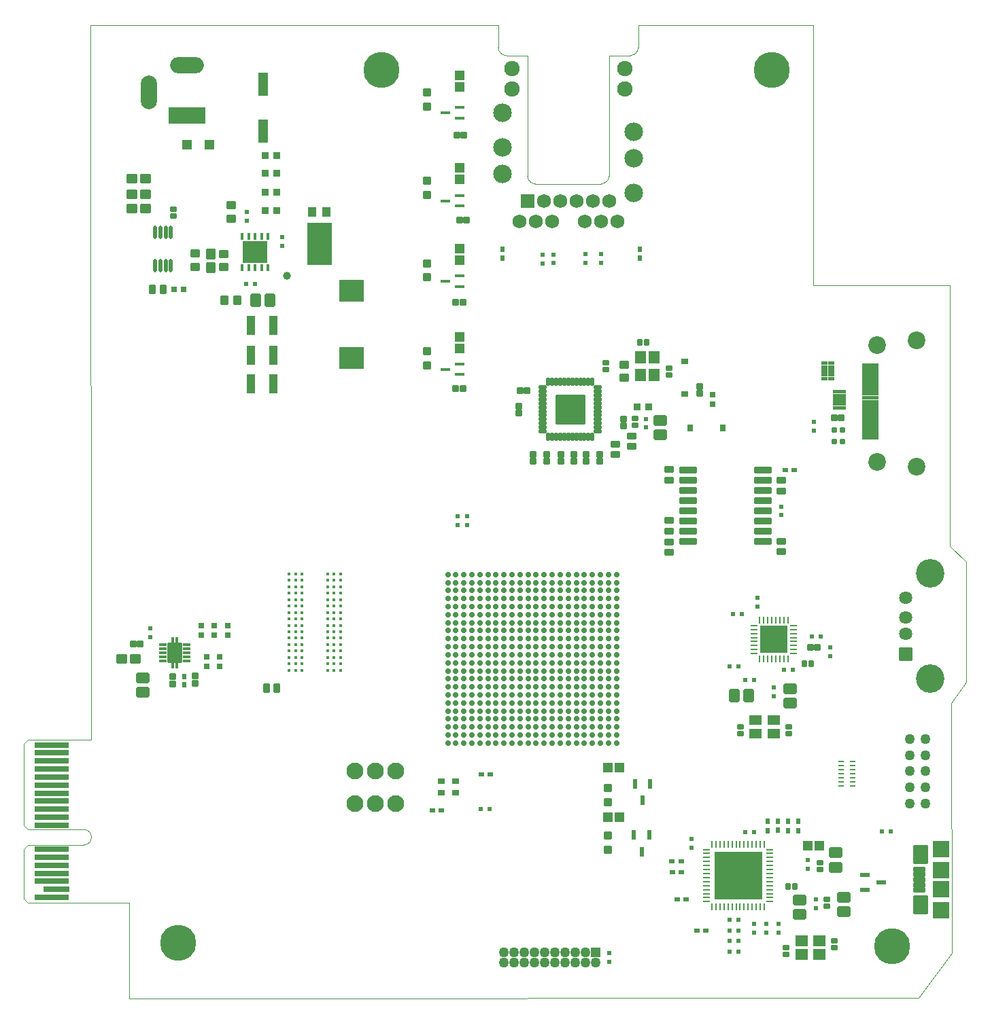
<source format=gbr>
G04 #@! TF.GenerationSoftware,KiCad,Pcbnew,(7.0.0)*
G04 #@! TF.CreationDate,2024-09-24T22:27:57+02:00*
G04 #@! TF.ProjectId,FPGA_dev_board,46504741-5f64-4657-965f-626f6172642e,rev?*
G04 #@! TF.SameCoordinates,Original*
G04 #@! TF.FileFunction,Soldermask,Top*
G04 #@! TF.FilePolarity,Negative*
%FSLAX46Y46*%
G04 Gerber Fmt 4.6, Leading zero omitted, Abs format (unit mm)*
G04 Created by KiCad (PCBNEW (7.0.0)) date 2024-09-24 22:27:57*
%MOMM*%
%LPD*%
G01*
G04 APERTURE LIST*
G04 Aperture macros list*
%AMRoundRect*
0 Rectangle with rounded corners*
0 $1 Rounding radius*
0 $2 $3 $4 $5 $6 $7 $8 $9 X,Y pos of 4 corners*
0 Add a 4 corners polygon primitive as box body*
4,1,4,$2,$3,$4,$5,$6,$7,$8,$9,$2,$3,0*
0 Add four circle primitives for the rounded corners*
1,1,$1+$1,$2,$3*
1,1,$1+$1,$4,$5*
1,1,$1+$1,$6,$7*
1,1,$1+$1,$8,$9*
0 Add four rect primitives between the rounded corners*
20,1,$1+$1,$2,$3,$4,$5,0*
20,1,$1+$1,$4,$5,$6,$7,0*
20,1,$1+$1,$6,$7,$8,$9,0*
20,1,$1+$1,$8,$9,$2,$3,0*%
G04 Aperture macros list end*
%ADD10C,0.010000*%
%ADD11R,0.508000X0.609600*%
%ADD12R,0.711200X0.711200*%
%ADD13RoundRect,0.102000X0.300000X-0.270000X0.300000X0.270000X-0.300000X0.270000X-0.300000X-0.270000X0*%
%ADD14RoundRect,0.102000X-0.300000X0.270000X-0.300000X-0.270000X0.300000X-0.270000X0.300000X0.270000X0*%
%ADD15R,0.965200X0.889000*%
%ADD16RoundRect,0.102000X0.469900X-0.381000X0.469900X0.381000X-0.469900X0.381000X-0.469900X-0.381000X0*%
%ADD17RoundRect,0.102000X-0.270000X-0.300000X0.270000X-0.300000X0.270000X0.300000X-0.270000X0.300000X0*%
%ADD18R,0.609600X0.508000*%
%ADD19RoundRect,0.200750X0.296250X-0.336250X0.296250X0.336250X-0.296250X0.336250X-0.296250X-0.336250X0*%
%ADD20C,0.400000*%
%ADD21R,0.508000X0.660400*%
%ADD22RoundRect,0.102000X-0.520000X-0.510000X0.520000X-0.510000X0.520000X0.510000X-0.520000X0.510000X0*%
%ADD23RoundRect,0.102000X0.520000X0.510000X-0.520000X0.510000X-0.520000X-0.510000X0.520000X-0.510000X0*%
%ADD24C,4.500000*%
%ADD25RoundRect,0.102000X0.550000X0.500000X-0.550000X0.500000X-0.550000X-0.500000X0.550000X-0.500000X0*%
%ADD26RoundRect,0.102000X-0.710000X0.540000X-0.710000X-0.540000X0.710000X-0.540000X0.710000X0.540000X0*%
%ADD27R,0.900000X0.800000*%
%ADD28RoundRect,0.062500X0.375000X0.062500X-0.375000X0.062500X-0.375000X-0.062500X0.375000X-0.062500X0*%
%ADD29RoundRect,0.062500X0.062500X0.375000X-0.062500X0.375000X-0.062500X-0.375000X0.062500X-0.375000X0*%
%ADD30R,3.450000X3.450000*%
%ADD31R,1.168400X0.457200*%
%ADD32C,0.704000*%
%ADD33C,0.420000*%
%ADD34RoundRect,0.070000X0.355000X-0.140000X0.355000X0.140000X-0.355000X0.140000X-0.355000X-0.140000X0*%
%ADD35RoundRect,0.070000X0.140000X-0.350000X0.140000X0.350000X-0.140000X0.350000X-0.140000X-0.350000X0*%
%ADD36C,0.300000*%
%ADD37C,0.300020*%
%ADD38RoundRect,0.070000X0.825000X-1.200000X0.825000X1.200000X-0.825000X1.200000X-0.825000X-1.200000X0*%
%ADD39RoundRect,0.102000X-0.355600X0.254000X-0.355600X-0.254000X0.355600X-0.254000X0.355600X0.254000X0*%
%ADD40C,2.100000*%
%ADD41C,2.310000*%
%ADD42RoundRect,0.102000X0.765000X0.765000X-0.765000X0.765000X-0.765000X-0.765000X0.765000X-0.765000X0*%
%ADD43C,1.734000*%
%ADD44C,1.929000*%
%ADD45C,2.304000*%
%ADD46R,0.558800X0.711200*%
%ADD47R,0.600000X0.750000*%
%ADD48RoundRect,0.102000X0.300000X-0.280000X0.300000X0.280000X-0.300000X0.280000X-0.300000X-0.280000X0*%
%ADD49RoundRect,0.102000X0.510000X-0.520000X0.510000X0.520000X-0.510000X0.520000X-0.510000X-0.520000X0*%
%ADD50C,1.000000*%
%ADD51R,0.660400X0.508000*%
%ADD52RoundRect,0.102000X-0.395000X-0.465000X0.395000X-0.465000X0.395000X0.465000X-0.395000X0.465000X0*%
%ADD53RoundRect,0.102000X-0.540000X-0.710000X0.540000X-0.710000X0.540000X0.710000X-0.540000X0.710000X0*%
%ADD54RoundRect,0.102000X-0.350000X-0.450000X0.350000X-0.450000X0.350000X0.450000X-0.350000X0.450000X0*%
%ADD55R,3.098800X5.207000*%
%ADD56R,0.990600X1.143000*%
%ADD57R,4.600000X2.000000*%
%ADD58O,4.200000X2.000000*%
%ADD59O,2.000000X4.200000*%
%ADD60R,1.066800X2.489200*%
%ADD61R,0.660400X0.254000*%
%ADD62RoundRect,0.126000X-0.996000X-0.276000X0.996000X-0.276000X0.996000X0.276000X-0.996000X0.276000X0*%
%ADD63RoundRect,0.102000X-0.237500X-0.250000X0.237500X-0.250000X0.237500X0.250000X-0.237500X0.250000X0*%
%ADD64R,0.304800X0.812800*%
%ADD65R,3.098800X2.692400*%
%ADD66RoundRect,0.102000X0.530000X0.530000X-0.530000X0.530000X-0.530000X-0.530000X0.530000X-0.530000X0*%
%ADD67C,1.264000*%
%ADD68RoundRect,0.102000X0.540000X0.710000X-0.540000X0.710000X-0.540000X-0.710000X0.540000X-0.710000X0*%
%ADD69R,1.200000X1.200000*%
%ADD70RoundRect,0.102000X-0.465000X0.395000X-0.465000X-0.395000X0.465000X-0.395000X0.465000X0.395000X0*%
%ADD71C,2.199000*%
%ADD72RoundRect,0.102000X0.710000X-0.540000X0.710000X0.540000X-0.710000X0.540000X-0.710000X-0.540000X0*%
%ADD73RoundRect,0.102000X-0.280000X-0.300000X0.280000X-0.300000X0.280000X0.300000X-0.280000X0.300000X0*%
%ADD74RoundRect,0.102000X-0.254000X-0.355600X0.254000X-0.355600X0.254000X0.355600X-0.254000X0.355600X0*%
%ADD75C,1.270000*%
%ADD76RoundRect,0.102000X0.675000X-0.200000X0.675000X0.200000X-0.675000X0.200000X-0.675000X-0.200000X0*%
%ADD77RoundRect,0.102000X0.800000X-1.050000X0.800000X1.050000X-0.800000X1.050000X-0.800000X-1.050000X0*%
%ADD78RoundRect,0.102000X0.950000X-0.900000X0.950000X0.900000X-0.950000X0.900000X-0.950000X-0.900000X0*%
%ADD79RoundRect,0.102000X0.950000X-0.950000X0.950000X0.950000X-0.950000X0.950000X-0.950000X-0.950000X0*%
%ADD80RoundRect,0.102000X0.350000X0.450000X-0.350000X0.450000X-0.350000X-0.450000X0.350000X-0.450000X0*%
%ADD81RoundRect,0.102000X-0.300000X0.280000X-0.300000X-0.280000X0.300000X-0.280000X0.300000X0.280000X0*%
%ADD82RoundRect,0.102000X0.270000X0.300000X-0.270000X0.300000X-0.270000X-0.300000X0.270000X-0.300000X0*%
%ADD83RoundRect,0.102000X-0.600000X-0.700000X0.600000X-0.700000X0.600000X0.700000X-0.600000X0.700000X0*%
%ADD84RoundRect,0.102000X-0.450000X0.350000X-0.450000X-0.350000X0.450000X-0.350000X0.450000X0.350000X0*%
%ADD85RoundRect,0.102000X-0.295000X-0.300000X0.295000X-0.300000X0.295000X0.300000X-0.295000X0.300000X0*%
%ADD86R,1.250000X0.600000*%
%ADD87R,0.965200X0.939800*%
%ADD88RoundRect,0.102000X0.450000X-0.350000X0.450000X0.350000X-0.450000X0.350000X-0.450000X-0.350000X0*%
%ADD89RoundRect,0.102000X-0.550000X-0.500000X0.550000X-0.500000X0.550000X0.500000X-0.550000X0.500000X0*%
%ADD90RoundRect,0.102000X0.280000X0.300000X-0.280000X0.300000X-0.280000X-0.300000X0.280000X-0.300000X0*%
%ADD91R,0.558800X1.270000*%
%ADD92O,0.449999X1.699999*%
%ADD93RoundRect,0.102000X0.650000X-0.525000X0.650000X0.525000X-0.650000X0.525000X-0.650000X-0.525000X0*%
%ADD94RoundRect,0.102000X0.714000X-0.714000X0.714000X0.714000X-0.714000X0.714000X-0.714000X-0.714000X0*%
%ADD95C,1.632000*%
%ADD96C,3.550000*%
%ADD97R,3.149600X2.667000*%
%ADD98RoundRect,0.102000X0.465000X-0.395000X0.465000X0.395000X-0.465000X0.395000X-0.465000X-0.395000X0*%
%ADD99RoundRect,0.102000X0.700000X-0.600000X0.700000X0.600000X-0.700000X0.600000X-0.700000X-0.600000X0*%
%ADD100R,1.143000X2.997200*%
%ADD101R,0.807999X0.254800*%
%ADD102R,0.254800X0.807999*%
%ADD103R,5.943600X5.943600*%
%ADD104R,4.300000X0.700000*%
%ADD105R,3.200000X0.700000*%
%ADD106RoundRect,0.102000X-0.500000X0.550000X-0.500000X-0.550000X0.500000X-0.550000X0.500000X0.550000X0*%
%ADD107RoundRect,0.135750X-0.101250X0.371250X-0.101250X-0.371250X0.101250X-0.371250X0.101250X0.371250X0*%
%ADD108RoundRect,0.135750X-0.371250X-0.101250X0.371250X-0.101250X0.371250X0.101250X-0.371250X0.101250X0*%
%ADD109RoundRect,0.102000X-1.750000X1.750000X-1.750000X-1.750000X1.750000X-1.750000X1.750000X1.750000X0*%
%ADD110C,0.754000*%
G04 #@! TA.AperFunction,Profile*
%ADD111C,0.100000*%
G04 #@! TD*
G04 #@! TA.AperFunction,Profile*
%ADD112C,0.010000*%
G04 #@! TD*
G04 APERTURE END LIST*
G36*
X137073000Y-163501000D02*
G01*
X137075000Y-163501000D01*
X137078000Y-163502000D01*
X137080000Y-163502000D01*
X137083000Y-163503000D01*
X137085000Y-163504000D01*
X137088000Y-163505000D01*
X137090000Y-163507000D01*
X137092000Y-163508000D01*
X137094000Y-163510000D01*
X137096000Y-163511000D01*
X137098000Y-163513000D01*
X137100000Y-163515000D01*
X137102000Y-163517000D01*
X137104000Y-163519000D01*
X137105000Y-163521000D01*
X137107000Y-163523000D01*
X137108000Y-163525000D01*
X137110000Y-163527000D01*
X137111000Y-163530000D01*
X137112000Y-163532000D01*
X137113000Y-163535000D01*
X137113000Y-163537000D01*
X137114000Y-163540000D01*
X137114000Y-163542000D01*
X137115000Y-163545000D01*
X137115000Y-163547000D01*
X137115000Y-163550000D01*
X137115000Y-163790000D01*
X137115000Y-163793000D01*
X137115000Y-163795000D01*
X137114000Y-163798000D01*
X137114000Y-163800000D01*
X137113000Y-163803000D01*
X137113000Y-163805000D01*
X137112000Y-163808000D01*
X137111000Y-163810000D01*
X137110000Y-163813000D01*
X137108000Y-163815000D01*
X137107000Y-163817000D01*
X137105000Y-163819000D01*
X137104000Y-163821000D01*
X137102000Y-163823000D01*
X137100000Y-163825000D01*
X137098000Y-163827000D01*
X137096000Y-163829000D01*
X137094000Y-163830000D01*
X137092000Y-163832000D01*
X137090000Y-163833000D01*
X137088000Y-163835000D01*
X137085000Y-163836000D01*
X137083000Y-163837000D01*
X137080000Y-163838000D01*
X137078000Y-163838000D01*
X137075000Y-163839000D01*
X137073000Y-163839000D01*
X137070000Y-163840000D01*
X137068000Y-163840000D01*
X137065000Y-163840000D01*
X136460000Y-163840000D01*
X136457000Y-163840000D01*
X136455000Y-163840000D01*
X136452000Y-163839000D01*
X136450000Y-163839000D01*
X136447000Y-163838000D01*
X136445000Y-163838000D01*
X136442000Y-163837000D01*
X136440000Y-163836000D01*
X136437000Y-163835000D01*
X136435000Y-163833000D01*
X136433000Y-163832000D01*
X136431000Y-163830000D01*
X136429000Y-163829000D01*
X136427000Y-163827000D01*
X136425000Y-163825000D01*
X136423000Y-163823000D01*
X136421000Y-163821000D01*
X136420000Y-163819000D01*
X136418000Y-163817000D01*
X136417000Y-163815000D01*
X136415000Y-163813000D01*
X136414000Y-163810000D01*
X136413000Y-163808000D01*
X136412000Y-163805000D01*
X136412000Y-163803000D01*
X136411000Y-163800000D01*
X136411000Y-163798000D01*
X136410000Y-163795000D01*
X136410000Y-163793000D01*
X136410000Y-163790000D01*
X136410000Y-163550000D01*
X136410000Y-163547000D01*
X136410000Y-163545000D01*
X136411000Y-163542000D01*
X136411000Y-163540000D01*
X136412000Y-163537000D01*
X136412000Y-163535000D01*
X136413000Y-163532000D01*
X136414000Y-163530000D01*
X136415000Y-163527000D01*
X136417000Y-163525000D01*
X136418000Y-163523000D01*
X136420000Y-163521000D01*
X136421000Y-163519000D01*
X136423000Y-163517000D01*
X136425000Y-163515000D01*
X136427000Y-163513000D01*
X136429000Y-163511000D01*
X136431000Y-163510000D01*
X136433000Y-163508000D01*
X136435000Y-163507000D01*
X136437000Y-163505000D01*
X136440000Y-163504000D01*
X136442000Y-163503000D01*
X136445000Y-163502000D01*
X136447000Y-163502000D01*
X136450000Y-163501000D01*
X136452000Y-163501000D01*
X136455000Y-163500000D01*
X136457000Y-163500000D01*
X136460000Y-163500000D01*
X137065000Y-163500000D01*
X137068000Y-163500000D01*
X137070000Y-163500000D01*
X137073000Y-163501000D01*
G37*
D10*
X137073000Y-163501000D02*
X137075000Y-163501000D01*
X137078000Y-163502000D01*
X137080000Y-163502000D01*
X137083000Y-163503000D01*
X137085000Y-163504000D01*
X137088000Y-163505000D01*
X137090000Y-163507000D01*
X137092000Y-163508000D01*
X137094000Y-163510000D01*
X137096000Y-163511000D01*
X137098000Y-163513000D01*
X137100000Y-163515000D01*
X137102000Y-163517000D01*
X137104000Y-163519000D01*
X137105000Y-163521000D01*
X137107000Y-163523000D01*
X137108000Y-163525000D01*
X137110000Y-163527000D01*
X137111000Y-163530000D01*
X137112000Y-163532000D01*
X137113000Y-163535000D01*
X137113000Y-163537000D01*
X137114000Y-163540000D01*
X137114000Y-163542000D01*
X137115000Y-163545000D01*
X137115000Y-163547000D01*
X137115000Y-163550000D01*
X137115000Y-163790000D01*
X137115000Y-163793000D01*
X137115000Y-163795000D01*
X137114000Y-163798000D01*
X137114000Y-163800000D01*
X137113000Y-163803000D01*
X137113000Y-163805000D01*
X137112000Y-163808000D01*
X137111000Y-163810000D01*
X137110000Y-163813000D01*
X137108000Y-163815000D01*
X137107000Y-163817000D01*
X137105000Y-163819000D01*
X137104000Y-163821000D01*
X137102000Y-163823000D01*
X137100000Y-163825000D01*
X137098000Y-163827000D01*
X137096000Y-163829000D01*
X137094000Y-163830000D01*
X137092000Y-163832000D01*
X137090000Y-163833000D01*
X137088000Y-163835000D01*
X137085000Y-163836000D01*
X137083000Y-163837000D01*
X137080000Y-163838000D01*
X137078000Y-163838000D01*
X137075000Y-163839000D01*
X137073000Y-163839000D01*
X137070000Y-163840000D01*
X137068000Y-163840000D01*
X137065000Y-163840000D01*
X136460000Y-163840000D01*
X136457000Y-163840000D01*
X136455000Y-163840000D01*
X136452000Y-163839000D01*
X136450000Y-163839000D01*
X136447000Y-163838000D01*
X136445000Y-163838000D01*
X136442000Y-163837000D01*
X136440000Y-163836000D01*
X136437000Y-163835000D01*
X136435000Y-163833000D01*
X136433000Y-163832000D01*
X136431000Y-163830000D01*
X136429000Y-163829000D01*
X136427000Y-163827000D01*
X136425000Y-163825000D01*
X136423000Y-163823000D01*
X136421000Y-163821000D01*
X136420000Y-163819000D01*
X136418000Y-163817000D01*
X136417000Y-163815000D01*
X136415000Y-163813000D01*
X136414000Y-163810000D01*
X136413000Y-163808000D01*
X136412000Y-163805000D01*
X136412000Y-163803000D01*
X136411000Y-163800000D01*
X136411000Y-163798000D01*
X136410000Y-163795000D01*
X136410000Y-163793000D01*
X136410000Y-163790000D01*
X136410000Y-163550000D01*
X136410000Y-163547000D01*
X136410000Y-163545000D01*
X136411000Y-163542000D01*
X136411000Y-163540000D01*
X136412000Y-163537000D01*
X136412000Y-163535000D01*
X136413000Y-163532000D01*
X136414000Y-163530000D01*
X136415000Y-163527000D01*
X136417000Y-163525000D01*
X136418000Y-163523000D01*
X136420000Y-163521000D01*
X136421000Y-163519000D01*
X136423000Y-163517000D01*
X136425000Y-163515000D01*
X136427000Y-163513000D01*
X136429000Y-163511000D01*
X136431000Y-163510000D01*
X136433000Y-163508000D01*
X136435000Y-163507000D01*
X136437000Y-163505000D01*
X136440000Y-163504000D01*
X136442000Y-163503000D01*
X136445000Y-163502000D01*
X136447000Y-163502000D01*
X136450000Y-163501000D01*
X136452000Y-163501000D01*
X136455000Y-163500000D01*
X136457000Y-163500000D01*
X136460000Y-163500000D01*
X137065000Y-163500000D01*
X137068000Y-163500000D01*
X137070000Y-163500000D01*
X137073000Y-163501000D01*
G36*
X137073000Y-161501000D02*
G01*
X137075000Y-161501000D01*
X137078000Y-161502000D01*
X137080000Y-161502000D01*
X137083000Y-161503000D01*
X137085000Y-161504000D01*
X137088000Y-161505000D01*
X137090000Y-161507000D01*
X137092000Y-161508000D01*
X137094000Y-161510000D01*
X137096000Y-161511000D01*
X137098000Y-161513000D01*
X137100000Y-161515000D01*
X137102000Y-161517000D01*
X137104000Y-161519000D01*
X137105000Y-161521000D01*
X137107000Y-161523000D01*
X137108000Y-161525000D01*
X137110000Y-161527000D01*
X137111000Y-161530000D01*
X137112000Y-161532000D01*
X137113000Y-161535000D01*
X137113000Y-161537000D01*
X137114000Y-161540000D01*
X137114000Y-161542000D01*
X137115000Y-161545000D01*
X137115000Y-161547000D01*
X137115000Y-161550000D01*
X137115000Y-161790000D01*
X137115000Y-161793000D01*
X137115000Y-161795000D01*
X137114000Y-161798000D01*
X137114000Y-161800000D01*
X137113000Y-161803000D01*
X137113000Y-161805000D01*
X137112000Y-161808000D01*
X137111000Y-161810000D01*
X137110000Y-161813000D01*
X137108000Y-161815000D01*
X137107000Y-161817000D01*
X137105000Y-161819000D01*
X137104000Y-161821000D01*
X137102000Y-161823000D01*
X137100000Y-161825000D01*
X137098000Y-161827000D01*
X137096000Y-161829000D01*
X137094000Y-161830000D01*
X137092000Y-161832000D01*
X137090000Y-161833000D01*
X137088000Y-161835000D01*
X137085000Y-161836000D01*
X137083000Y-161837000D01*
X137080000Y-161838000D01*
X137078000Y-161838000D01*
X137075000Y-161839000D01*
X137073000Y-161839000D01*
X137070000Y-161840000D01*
X137068000Y-161840000D01*
X137065000Y-161840000D01*
X136460000Y-161840000D01*
X136457000Y-161840000D01*
X136455000Y-161840000D01*
X136452000Y-161839000D01*
X136450000Y-161839000D01*
X136447000Y-161838000D01*
X136445000Y-161838000D01*
X136442000Y-161837000D01*
X136440000Y-161836000D01*
X136437000Y-161835000D01*
X136435000Y-161833000D01*
X136433000Y-161832000D01*
X136431000Y-161830000D01*
X136429000Y-161829000D01*
X136427000Y-161827000D01*
X136425000Y-161825000D01*
X136423000Y-161823000D01*
X136421000Y-161821000D01*
X136420000Y-161819000D01*
X136418000Y-161817000D01*
X136417000Y-161815000D01*
X136415000Y-161813000D01*
X136414000Y-161810000D01*
X136413000Y-161808000D01*
X136412000Y-161805000D01*
X136412000Y-161803000D01*
X136411000Y-161800000D01*
X136411000Y-161798000D01*
X136410000Y-161795000D01*
X136410000Y-161793000D01*
X136410000Y-161790000D01*
X136410000Y-161550000D01*
X136410000Y-161547000D01*
X136410000Y-161545000D01*
X136411000Y-161542000D01*
X136411000Y-161540000D01*
X136412000Y-161537000D01*
X136412000Y-161535000D01*
X136413000Y-161532000D01*
X136414000Y-161530000D01*
X136415000Y-161527000D01*
X136417000Y-161525000D01*
X136418000Y-161523000D01*
X136420000Y-161521000D01*
X136421000Y-161519000D01*
X136423000Y-161517000D01*
X136425000Y-161515000D01*
X136427000Y-161513000D01*
X136429000Y-161511000D01*
X136431000Y-161510000D01*
X136433000Y-161508000D01*
X136435000Y-161507000D01*
X136437000Y-161505000D01*
X136440000Y-161504000D01*
X136442000Y-161503000D01*
X136445000Y-161502000D01*
X136447000Y-161502000D01*
X136450000Y-161501000D01*
X136452000Y-161501000D01*
X136455000Y-161500000D01*
X136457000Y-161500000D01*
X136460000Y-161500000D01*
X137065000Y-161500000D01*
X137068000Y-161500000D01*
X137070000Y-161500000D01*
X137073000Y-161501000D01*
G37*
X137073000Y-161501000D02*
X137075000Y-161501000D01*
X137078000Y-161502000D01*
X137080000Y-161502000D01*
X137083000Y-161503000D01*
X137085000Y-161504000D01*
X137088000Y-161505000D01*
X137090000Y-161507000D01*
X137092000Y-161508000D01*
X137094000Y-161510000D01*
X137096000Y-161511000D01*
X137098000Y-161513000D01*
X137100000Y-161515000D01*
X137102000Y-161517000D01*
X137104000Y-161519000D01*
X137105000Y-161521000D01*
X137107000Y-161523000D01*
X137108000Y-161525000D01*
X137110000Y-161527000D01*
X137111000Y-161530000D01*
X137112000Y-161532000D01*
X137113000Y-161535000D01*
X137113000Y-161537000D01*
X137114000Y-161540000D01*
X137114000Y-161542000D01*
X137115000Y-161545000D01*
X137115000Y-161547000D01*
X137115000Y-161550000D01*
X137115000Y-161790000D01*
X137115000Y-161793000D01*
X137115000Y-161795000D01*
X137114000Y-161798000D01*
X137114000Y-161800000D01*
X137113000Y-161803000D01*
X137113000Y-161805000D01*
X137112000Y-161808000D01*
X137111000Y-161810000D01*
X137110000Y-161813000D01*
X137108000Y-161815000D01*
X137107000Y-161817000D01*
X137105000Y-161819000D01*
X137104000Y-161821000D01*
X137102000Y-161823000D01*
X137100000Y-161825000D01*
X137098000Y-161827000D01*
X137096000Y-161829000D01*
X137094000Y-161830000D01*
X137092000Y-161832000D01*
X137090000Y-161833000D01*
X137088000Y-161835000D01*
X137085000Y-161836000D01*
X137083000Y-161837000D01*
X137080000Y-161838000D01*
X137078000Y-161838000D01*
X137075000Y-161839000D01*
X137073000Y-161839000D01*
X137070000Y-161840000D01*
X137068000Y-161840000D01*
X137065000Y-161840000D01*
X136460000Y-161840000D01*
X136457000Y-161840000D01*
X136455000Y-161840000D01*
X136452000Y-161839000D01*
X136450000Y-161839000D01*
X136447000Y-161838000D01*
X136445000Y-161838000D01*
X136442000Y-161837000D01*
X136440000Y-161836000D01*
X136437000Y-161835000D01*
X136435000Y-161833000D01*
X136433000Y-161832000D01*
X136431000Y-161830000D01*
X136429000Y-161829000D01*
X136427000Y-161827000D01*
X136425000Y-161825000D01*
X136423000Y-161823000D01*
X136421000Y-161821000D01*
X136420000Y-161819000D01*
X136418000Y-161817000D01*
X136417000Y-161815000D01*
X136415000Y-161813000D01*
X136414000Y-161810000D01*
X136413000Y-161808000D01*
X136412000Y-161805000D01*
X136412000Y-161803000D01*
X136411000Y-161800000D01*
X136411000Y-161798000D01*
X136410000Y-161795000D01*
X136410000Y-161793000D01*
X136410000Y-161790000D01*
X136410000Y-161550000D01*
X136410000Y-161547000D01*
X136410000Y-161545000D01*
X136411000Y-161542000D01*
X136411000Y-161540000D01*
X136412000Y-161537000D01*
X136412000Y-161535000D01*
X136413000Y-161532000D01*
X136414000Y-161530000D01*
X136415000Y-161527000D01*
X136417000Y-161525000D01*
X136418000Y-161523000D01*
X136420000Y-161521000D01*
X136421000Y-161519000D01*
X136423000Y-161517000D01*
X136425000Y-161515000D01*
X136427000Y-161513000D01*
X136429000Y-161511000D01*
X136431000Y-161510000D01*
X136433000Y-161508000D01*
X136435000Y-161507000D01*
X136437000Y-161505000D01*
X136440000Y-161504000D01*
X136442000Y-161503000D01*
X136445000Y-161502000D01*
X136447000Y-161502000D01*
X136450000Y-161501000D01*
X136452000Y-161501000D01*
X136455000Y-161500000D01*
X136457000Y-161500000D01*
X136460000Y-161500000D01*
X137065000Y-161500000D01*
X137068000Y-161500000D01*
X137070000Y-161500000D01*
X137073000Y-161501000D01*
G36*
X137073000Y-162401000D02*
G01*
X137075000Y-162401000D01*
X137078000Y-162402000D01*
X137080000Y-162402000D01*
X137083000Y-162403000D01*
X137085000Y-162404000D01*
X137088000Y-162405000D01*
X137090000Y-162407000D01*
X137092000Y-162408000D01*
X137094000Y-162410000D01*
X137096000Y-162411000D01*
X137098000Y-162413000D01*
X137100000Y-162415000D01*
X137102000Y-162417000D01*
X137104000Y-162419000D01*
X137105000Y-162421000D01*
X137107000Y-162423000D01*
X137108000Y-162425000D01*
X137110000Y-162427000D01*
X137111000Y-162430000D01*
X137112000Y-162432000D01*
X137113000Y-162435000D01*
X137113000Y-162437000D01*
X137114000Y-162440000D01*
X137114000Y-162442000D01*
X137115000Y-162445000D01*
X137115000Y-162447000D01*
X137115000Y-162450000D01*
X137115000Y-162890000D01*
X137115000Y-162893000D01*
X137115000Y-162895000D01*
X137114000Y-162898000D01*
X137114000Y-162900000D01*
X137113000Y-162903000D01*
X137113000Y-162905000D01*
X137112000Y-162908000D01*
X137111000Y-162910000D01*
X137110000Y-162913000D01*
X137108000Y-162915000D01*
X137107000Y-162917000D01*
X137105000Y-162919000D01*
X137104000Y-162921000D01*
X137102000Y-162923000D01*
X137100000Y-162925000D01*
X137098000Y-162927000D01*
X137096000Y-162929000D01*
X137094000Y-162930000D01*
X137092000Y-162932000D01*
X137090000Y-162933000D01*
X137088000Y-162935000D01*
X137085000Y-162936000D01*
X137083000Y-162937000D01*
X137080000Y-162938000D01*
X137078000Y-162938000D01*
X137075000Y-162939000D01*
X137073000Y-162939000D01*
X137070000Y-162940000D01*
X137068000Y-162940000D01*
X137065000Y-162940000D01*
X136460000Y-162940000D01*
X136457000Y-162940000D01*
X136455000Y-162940000D01*
X136452000Y-162939000D01*
X136450000Y-162939000D01*
X136447000Y-162938000D01*
X136445000Y-162938000D01*
X136442000Y-162937000D01*
X136440000Y-162936000D01*
X136437000Y-162935000D01*
X136435000Y-162933000D01*
X136433000Y-162932000D01*
X136431000Y-162930000D01*
X136429000Y-162929000D01*
X136427000Y-162927000D01*
X136425000Y-162925000D01*
X136423000Y-162923000D01*
X136421000Y-162921000D01*
X136420000Y-162919000D01*
X136418000Y-162917000D01*
X136417000Y-162915000D01*
X136415000Y-162913000D01*
X136414000Y-162910000D01*
X136413000Y-162908000D01*
X136412000Y-162905000D01*
X136412000Y-162903000D01*
X136411000Y-162900000D01*
X136411000Y-162898000D01*
X136410000Y-162895000D01*
X136410000Y-162893000D01*
X136410000Y-162890000D01*
X136410000Y-162450000D01*
X136410000Y-162447000D01*
X136410000Y-162445000D01*
X136411000Y-162442000D01*
X136411000Y-162440000D01*
X136412000Y-162437000D01*
X136412000Y-162435000D01*
X136413000Y-162432000D01*
X136414000Y-162430000D01*
X136415000Y-162427000D01*
X136417000Y-162425000D01*
X136418000Y-162423000D01*
X136420000Y-162421000D01*
X136421000Y-162419000D01*
X136423000Y-162417000D01*
X136425000Y-162415000D01*
X136427000Y-162413000D01*
X136429000Y-162411000D01*
X136431000Y-162410000D01*
X136433000Y-162408000D01*
X136435000Y-162407000D01*
X136437000Y-162405000D01*
X136440000Y-162404000D01*
X136442000Y-162403000D01*
X136445000Y-162402000D01*
X136447000Y-162402000D01*
X136450000Y-162401000D01*
X136452000Y-162401000D01*
X136455000Y-162400000D01*
X136457000Y-162400000D01*
X136460000Y-162400000D01*
X137065000Y-162400000D01*
X137068000Y-162400000D01*
X137070000Y-162400000D01*
X137073000Y-162401000D01*
G37*
X137073000Y-162401000D02*
X137075000Y-162401000D01*
X137078000Y-162402000D01*
X137080000Y-162402000D01*
X137083000Y-162403000D01*
X137085000Y-162404000D01*
X137088000Y-162405000D01*
X137090000Y-162407000D01*
X137092000Y-162408000D01*
X137094000Y-162410000D01*
X137096000Y-162411000D01*
X137098000Y-162413000D01*
X137100000Y-162415000D01*
X137102000Y-162417000D01*
X137104000Y-162419000D01*
X137105000Y-162421000D01*
X137107000Y-162423000D01*
X137108000Y-162425000D01*
X137110000Y-162427000D01*
X137111000Y-162430000D01*
X137112000Y-162432000D01*
X137113000Y-162435000D01*
X137113000Y-162437000D01*
X137114000Y-162440000D01*
X137114000Y-162442000D01*
X137115000Y-162445000D01*
X137115000Y-162447000D01*
X137115000Y-162450000D01*
X137115000Y-162890000D01*
X137115000Y-162893000D01*
X137115000Y-162895000D01*
X137114000Y-162898000D01*
X137114000Y-162900000D01*
X137113000Y-162903000D01*
X137113000Y-162905000D01*
X137112000Y-162908000D01*
X137111000Y-162910000D01*
X137110000Y-162913000D01*
X137108000Y-162915000D01*
X137107000Y-162917000D01*
X137105000Y-162919000D01*
X137104000Y-162921000D01*
X137102000Y-162923000D01*
X137100000Y-162925000D01*
X137098000Y-162927000D01*
X137096000Y-162929000D01*
X137094000Y-162930000D01*
X137092000Y-162932000D01*
X137090000Y-162933000D01*
X137088000Y-162935000D01*
X137085000Y-162936000D01*
X137083000Y-162937000D01*
X137080000Y-162938000D01*
X137078000Y-162938000D01*
X137075000Y-162939000D01*
X137073000Y-162939000D01*
X137070000Y-162940000D01*
X137068000Y-162940000D01*
X137065000Y-162940000D01*
X136460000Y-162940000D01*
X136457000Y-162940000D01*
X136455000Y-162940000D01*
X136452000Y-162939000D01*
X136450000Y-162939000D01*
X136447000Y-162938000D01*
X136445000Y-162938000D01*
X136442000Y-162937000D01*
X136440000Y-162936000D01*
X136437000Y-162935000D01*
X136435000Y-162933000D01*
X136433000Y-162932000D01*
X136431000Y-162930000D01*
X136429000Y-162929000D01*
X136427000Y-162927000D01*
X136425000Y-162925000D01*
X136423000Y-162923000D01*
X136421000Y-162921000D01*
X136420000Y-162919000D01*
X136418000Y-162917000D01*
X136417000Y-162915000D01*
X136415000Y-162913000D01*
X136414000Y-162910000D01*
X136413000Y-162908000D01*
X136412000Y-162905000D01*
X136412000Y-162903000D01*
X136411000Y-162900000D01*
X136411000Y-162898000D01*
X136410000Y-162895000D01*
X136410000Y-162893000D01*
X136410000Y-162890000D01*
X136410000Y-162450000D01*
X136410000Y-162447000D01*
X136410000Y-162445000D01*
X136411000Y-162442000D01*
X136411000Y-162440000D01*
X136412000Y-162437000D01*
X136412000Y-162435000D01*
X136413000Y-162432000D01*
X136414000Y-162430000D01*
X136415000Y-162427000D01*
X136417000Y-162425000D01*
X136418000Y-162423000D01*
X136420000Y-162421000D01*
X136421000Y-162419000D01*
X136423000Y-162417000D01*
X136425000Y-162415000D01*
X136427000Y-162413000D01*
X136429000Y-162411000D01*
X136431000Y-162410000D01*
X136433000Y-162408000D01*
X136435000Y-162407000D01*
X136437000Y-162405000D01*
X136440000Y-162404000D01*
X136442000Y-162403000D01*
X136445000Y-162402000D01*
X136447000Y-162402000D01*
X136450000Y-162401000D01*
X136452000Y-162401000D01*
X136455000Y-162400000D01*
X136457000Y-162400000D01*
X136460000Y-162400000D01*
X137065000Y-162400000D01*
X137068000Y-162400000D01*
X137070000Y-162400000D01*
X137073000Y-162401000D01*
G36*
X137073000Y-162001000D02*
G01*
X137075000Y-162001000D01*
X137078000Y-162002000D01*
X137080000Y-162002000D01*
X137083000Y-162003000D01*
X137085000Y-162004000D01*
X137088000Y-162005000D01*
X137090000Y-162007000D01*
X137092000Y-162008000D01*
X137094000Y-162010000D01*
X137096000Y-162011000D01*
X137098000Y-162013000D01*
X137100000Y-162015000D01*
X137102000Y-162017000D01*
X137104000Y-162019000D01*
X137105000Y-162021000D01*
X137107000Y-162023000D01*
X137108000Y-162025000D01*
X137110000Y-162027000D01*
X137111000Y-162030000D01*
X137112000Y-162032000D01*
X137113000Y-162035000D01*
X137113000Y-162037000D01*
X137114000Y-162040000D01*
X137114000Y-162042000D01*
X137115000Y-162045000D01*
X137115000Y-162047000D01*
X137115000Y-162050000D01*
X137115000Y-162290000D01*
X137115000Y-162293000D01*
X137115000Y-162295000D01*
X137114000Y-162298000D01*
X137114000Y-162300000D01*
X137113000Y-162303000D01*
X137113000Y-162305000D01*
X137112000Y-162308000D01*
X137111000Y-162310000D01*
X137110000Y-162313000D01*
X137108000Y-162315000D01*
X137107000Y-162317000D01*
X137105000Y-162319000D01*
X137104000Y-162321000D01*
X137102000Y-162323000D01*
X137100000Y-162325000D01*
X137098000Y-162327000D01*
X137096000Y-162329000D01*
X137094000Y-162330000D01*
X137092000Y-162332000D01*
X137090000Y-162333000D01*
X137088000Y-162335000D01*
X137085000Y-162336000D01*
X137083000Y-162337000D01*
X137080000Y-162338000D01*
X137078000Y-162338000D01*
X137075000Y-162339000D01*
X137073000Y-162339000D01*
X137070000Y-162340000D01*
X137068000Y-162340000D01*
X137065000Y-162340000D01*
X136460000Y-162340000D01*
X136457000Y-162340000D01*
X136455000Y-162340000D01*
X136452000Y-162339000D01*
X136450000Y-162339000D01*
X136447000Y-162338000D01*
X136445000Y-162338000D01*
X136442000Y-162337000D01*
X136440000Y-162336000D01*
X136437000Y-162335000D01*
X136435000Y-162333000D01*
X136433000Y-162332000D01*
X136431000Y-162330000D01*
X136429000Y-162329000D01*
X136427000Y-162327000D01*
X136425000Y-162325000D01*
X136423000Y-162323000D01*
X136421000Y-162321000D01*
X136420000Y-162319000D01*
X136418000Y-162317000D01*
X136417000Y-162315000D01*
X136415000Y-162313000D01*
X136414000Y-162310000D01*
X136413000Y-162308000D01*
X136412000Y-162305000D01*
X136412000Y-162303000D01*
X136411000Y-162300000D01*
X136411000Y-162298000D01*
X136410000Y-162295000D01*
X136410000Y-162293000D01*
X136410000Y-162290000D01*
X136410000Y-162050000D01*
X136410000Y-162047000D01*
X136410000Y-162045000D01*
X136411000Y-162042000D01*
X136411000Y-162040000D01*
X136412000Y-162037000D01*
X136412000Y-162035000D01*
X136413000Y-162032000D01*
X136414000Y-162030000D01*
X136415000Y-162027000D01*
X136417000Y-162025000D01*
X136418000Y-162023000D01*
X136420000Y-162021000D01*
X136421000Y-162019000D01*
X136423000Y-162017000D01*
X136425000Y-162015000D01*
X136427000Y-162013000D01*
X136429000Y-162011000D01*
X136431000Y-162010000D01*
X136433000Y-162008000D01*
X136435000Y-162007000D01*
X136437000Y-162005000D01*
X136440000Y-162004000D01*
X136442000Y-162003000D01*
X136445000Y-162002000D01*
X136447000Y-162002000D01*
X136450000Y-162001000D01*
X136452000Y-162001000D01*
X136455000Y-162000000D01*
X136457000Y-162000000D01*
X136460000Y-162000000D01*
X137065000Y-162000000D01*
X137068000Y-162000000D01*
X137070000Y-162000000D01*
X137073000Y-162001000D01*
G37*
X137073000Y-162001000D02*
X137075000Y-162001000D01*
X137078000Y-162002000D01*
X137080000Y-162002000D01*
X137083000Y-162003000D01*
X137085000Y-162004000D01*
X137088000Y-162005000D01*
X137090000Y-162007000D01*
X137092000Y-162008000D01*
X137094000Y-162010000D01*
X137096000Y-162011000D01*
X137098000Y-162013000D01*
X137100000Y-162015000D01*
X137102000Y-162017000D01*
X137104000Y-162019000D01*
X137105000Y-162021000D01*
X137107000Y-162023000D01*
X137108000Y-162025000D01*
X137110000Y-162027000D01*
X137111000Y-162030000D01*
X137112000Y-162032000D01*
X137113000Y-162035000D01*
X137113000Y-162037000D01*
X137114000Y-162040000D01*
X137114000Y-162042000D01*
X137115000Y-162045000D01*
X137115000Y-162047000D01*
X137115000Y-162050000D01*
X137115000Y-162290000D01*
X137115000Y-162293000D01*
X137115000Y-162295000D01*
X137114000Y-162298000D01*
X137114000Y-162300000D01*
X137113000Y-162303000D01*
X137113000Y-162305000D01*
X137112000Y-162308000D01*
X137111000Y-162310000D01*
X137110000Y-162313000D01*
X137108000Y-162315000D01*
X137107000Y-162317000D01*
X137105000Y-162319000D01*
X137104000Y-162321000D01*
X137102000Y-162323000D01*
X137100000Y-162325000D01*
X137098000Y-162327000D01*
X137096000Y-162329000D01*
X137094000Y-162330000D01*
X137092000Y-162332000D01*
X137090000Y-162333000D01*
X137088000Y-162335000D01*
X137085000Y-162336000D01*
X137083000Y-162337000D01*
X137080000Y-162338000D01*
X137078000Y-162338000D01*
X137075000Y-162339000D01*
X137073000Y-162339000D01*
X137070000Y-162340000D01*
X137068000Y-162340000D01*
X137065000Y-162340000D01*
X136460000Y-162340000D01*
X136457000Y-162340000D01*
X136455000Y-162340000D01*
X136452000Y-162339000D01*
X136450000Y-162339000D01*
X136447000Y-162338000D01*
X136445000Y-162338000D01*
X136442000Y-162337000D01*
X136440000Y-162336000D01*
X136437000Y-162335000D01*
X136435000Y-162333000D01*
X136433000Y-162332000D01*
X136431000Y-162330000D01*
X136429000Y-162329000D01*
X136427000Y-162327000D01*
X136425000Y-162325000D01*
X136423000Y-162323000D01*
X136421000Y-162321000D01*
X136420000Y-162319000D01*
X136418000Y-162317000D01*
X136417000Y-162315000D01*
X136415000Y-162313000D01*
X136414000Y-162310000D01*
X136413000Y-162308000D01*
X136412000Y-162305000D01*
X136412000Y-162303000D01*
X136411000Y-162300000D01*
X136411000Y-162298000D01*
X136410000Y-162295000D01*
X136410000Y-162293000D01*
X136410000Y-162290000D01*
X136410000Y-162050000D01*
X136410000Y-162047000D01*
X136410000Y-162045000D01*
X136411000Y-162042000D01*
X136411000Y-162040000D01*
X136412000Y-162037000D01*
X136412000Y-162035000D01*
X136413000Y-162032000D01*
X136414000Y-162030000D01*
X136415000Y-162027000D01*
X136417000Y-162025000D01*
X136418000Y-162023000D01*
X136420000Y-162021000D01*
X136421000Y-162019000D01*
X136423000Y-162017000D01*
X136425000Y-162015000D01*
X136427000Y-162013000D01*
X136429000Y-162011000D01*
X136431000Y-162010000D01*
X136433000Y-162008000D01*
X136435000Y-162007000D01*
X136437000Y-162005000D01*
X136440000Y-162004000D01*
X136442000Y-162003000D01*
X136445000Y-162002000D01*
X136447000Y-162002000D01*
X136450000Y-162001000D01*
X136452000Y-162001000D01*
X136455000Y-162000000D01*
X136457000Y-162000000D01*
X136460000Y-162000000D01*
X137065000Y-162000000D01*
X137068000Y-162000000D01*
X137070000Y-162000000D01*
X137073000Y-162001000D01*
G36*
X137073000Y-163001000D02*
G01*
X137075000Y-163001000D01*
X137078000Y-163002000D01*
X137080000Y-163002000D01*
X137083000Y-163003000D01*
X137085000Y-163004000D01*
X137088000Y-163005000D01*
X137090000Y-163007000D01*
X137092000Y-163008000D01*
X137094000Y-163010000D01*
X137096000Y-163011000D01*
X137098000Y-163013000D01*
X137100000Y-163015000D01*
X137102000Y-163017000D01*
X137104000Y-163019000D01*
X137105000Y-163021000D01*
X137107000Y-163023000D01*
X137108000Y-163025000D01*
X137110000Y-163027000D01*
X137111000Y-163030000D01*
X137112000Y-163032000D01*
X137113000Y-163035000D01*
X137113000Y-163037000D01*
X137114000Y-163040000D01*
X137114000Y-163042000D01*
X137115000Y-163045000D01*
X137115000Y-163047000D01*
X137115000Y-163050000D01*
X137115000Y-163290000D01*
X137115000Y-163293000D01*
X137115000Y-163295000D01*
X137114000Y-163298000D01*
X137114000Y-163300000D01*
X137113000Y-163303000D01*
X137113000Y-163305000D01*
X137112000Y-163308000D01*
X137111000Y-163310000D01*
X137110000Y-163313000D01*
X137108000Y-163315000D01*
X137107000Y-163317000D01*
X137105000Y-163319000D01*
X137104000Y-163321000D01*
X137102000Y-163323000D01*
X137100000Y-163325000D01*
X137098000Y-163327000D01*
X137096000Y-163329000D01*
X137094000Y-163330000D01*
X137092000Y-163332000D01*
X137090000Y-163333000D01*
X137088000Y-163335000D01*
X137085000Y-163336000D01*
X137083000Y-163337000D01*
X137080000Y-163338000D01*
X137078000Y-163338000D01*
X137075000Y-163339000D01*
X137073000Y-163339000D01*
X137070000Y-163340000D01*
X137068000Y-163340000D01*
X137065000Y-163340000D01*
X136460000Y-163340000D01*
X136457000Y-163340000D01*
X136455000Y-163340000D01*
X136452000Y-163339000D01*
X136450000Y-163339000D01*
X136447000Y-163338000D01*
X136445000Y-163338000D01*
X136442000Y-163337000D01*
X136440000Y-163336000D01*
X136437000Y-163335000D01*
X136435000Y-163333000D01*
X136433000Y-163332000D01*
X136431000Y-163330000D01*
X136429000Y-163329000D01*
X136427000Y-163327000D01*
X136425000Y-163325000D01*
X136423000Y-163323000D01*
X136421000Y-163321000D01*
X136420000Y-163319000D01*
X136418000Y-163317000D01*
X136417000Y-163315000D01*
X136415000Y-163313000D01*
X136414000Y-163310000D01*
X136413000Y-163308000D01*
X136412000Y-163305000D01*
X136412000Y-163303000D01*
X136411000Y-163300000D01*
X136411000Y-163298000D01*
X136410000Y-163295000D01*
X136410000Y-163293000D01*
X136410000Y-163290000D01*
X136410000Y-163050000D01*
X136410000Y-163047000D01*
X136410000Y-163045000D01*
X136411000Y-163042000D01*
X136411000Y-163040000D01*
X136412000Y-163037000D01*
X136412000Y-163035000D01*
X136413000Y-163032000D01*
X136414000Y-163030000D01*
X136415000Y-163027000D01*
X136417000Y-163025000D01*
X136418000Y-163023000D01*
X136420000Y-163021000D01*
X136421000Y-163019000D01*
X136423000Y-163017000D01*
X136425000Y-163015000D01*
X136427000Y-163013000D01*
X136429000Y-163011000D01*
X136431000Y-163010000D01*
X136433000Y-163008000D01*
X136435000Y-163007000D01*
X136437000Y-163005000D01*
X136440000Y-163004000D01*
X136442000Y-163003000D01*
X136445000Y-163002000D01*
X136447000Y-163002000D01*
X136450000Y-163001000D01*
X136452000Y-163001000D01*
X136455000Y-163000000D01*
X136457000Y-163000000D01*
X136460000Y-163000000D01*
X137065000Y-163000000D01*
X137068000Y-163000000D01*
X137070000Y-163000000D01*
X137073000Y-163001000D01*
G37*
X137073000Y-163001000D02*
X137075000Y-163001000D01*
X137078000Y-163002000D01*
X137080000Y-163002000D01*
X137083000Y-163003000D01*
X137085000Y-163004000D01*
X137088000Y-163005000D01*
X137090000Y-163007000D01*
X137092000Y-163008000D01*
X137094000Y-163010000D01*
X137096000Y-163011000D01*
X137098000Y-163013000D01*
X137100000Y-163015000D01*
X137102000Y-163017000D01*
X137104000Y-163019000D01*
X137105000Y-163021000D01*
X137107000Y-163023000D01*
X137108000Y-163025000D01*
X137110000Y-163027000D01*
X137111000Y-163030000D01*
X137112000Y-163032000D01*
X137113000Y-163035000D01*
X137113000Y-163037000D01*
X137114000Y-163040000D01*
X137114000Y-163042000D01*
X137115000Y-163045000D01*
X137115000Y-163047000D01*
X137115000Y-163050000D01*
X137115000Y-163290000D01*
X137115000Y-163293000D01*
X137115000Y-163295000D01*
X137114000Y-163298000D01*
X137114000Y-163300000D01*
X137113000Y-163303000D01*
X137113000Y-163305000D01*
X137112000Y-163308000D01*
X137111000Y-163310000D01*
X137110000Y-163313000D01*
X137108000Y-163315000D01*
X137107000Y-163317000D01*
X137105000Y-163319000D01*
X137104000Y-163321000D01*
X137102000Y-163323000D01*
X137100000Y-163325000D01*
X137098000Y-163327000D01*
X137096000Y-163329000D01*
X137094000Y-163330000D01*
X137092000Y-163332000D01*
X137090000Y-163333000D01*
X137088000Y-163335000D01*
X137085000Y-163336000D01*
X137083000Y-163337000D01*
X137080000Y-163338000D01*
X137078000Y-163338000D01*
X137075000Y-163339000D01*
X137073000Y-163339000D01*
X137070000Y-163340000D01*
X137068000Y-163340000D01*
X137065000Y-163340000D01*
X136460000Y-163340000D01*
X136457000Y-163340000D01*
X136455000Y-163340000D01*
X136452000Y-163339000D01*
X136450000Y-163339000D01*
X136447000Y-163338000D01*
X136445000Y-163338000D01*
X136442000Y-163337000D01*
X136440000Y-163336000D01*
X136437000Y-163335000D01*
X136435000Y-163333000D01*
X136433000Y-163332000D01*
X136431000Y-163330000D01*
X136429000Y-163329000D01*
X136427000Y-163327000D01*
X136425000Y-163325000D01*
X136423000Y-163323000D01*
X136421000Y-163321000D01*
X136420000Y-163319000D01*
X136418000Y-163317000D01*
X136417000Y-163315000D01*
X136415000Y-163313000D01*
X136414000Y-163310000D01*
X136413000Y-163308000D01*
X136412000Y-163305000D01*
X136412000Y-163303000D01*
X136411000Y-163300000D01*
X136411000Y-163298000D01*
X136410000Y-163295000D01*
X136410000Y-163293000D01*
X136410000Y-163290000D01*
X136410000Y-163050000D01*
X136410000Y-163047000D01*
X136410000Y-163045000D01*
X136411000Y-163042000D01*
X136411000Y-163040000D01*
X136412000Y-163037000D01*
X136412000Y-163035000D01*
X136413000Y-163032000D01*
X136414000Y-163030000D01*
X136415000Y-163027000D01*
X136417000Y-163025000D01*
X136418000Y-163023000D01*
X136420000Y-163021000D01*
X136421000Y-163019000D01*
X136423000Y-163017000D01*
X136425000Y-163015000D01*
X136427000Y-163013000D01*
X136429000Y-163011000D01*
X136431000Y-163010000D01*
X136433000Y-163008000D01*
X136435000Y-163007000D01*
X136437000Y-163005000D01*
X136440000Y-163004000D01*
X136442000Y-163003000D01*
X136445000Y-163002000D01*
X136447000Y-163002000D01*
X136450000Y-163001000D01*
X136452000Y-163001000D01*
X136455000Y-163000000D01*
X136457000Y-163000000D01*
X136460000Y-163000000D01*
X137065000Y-163000000D01*
X137068000Y-163000000D01*
X137070000Y-163000000D01*
X137073000Y-163001000D01*
G36*
X137908000Y-162001000D02*
G01*
X137910000Y-162001000D01*
X137913000Y-162002000D01*
X137915000Y-162002000D01*
X137918000Y-162003000D01*
X137920000Y-162004000D01*
X137923000Y-162005000D01*
X137925000Y-162007000D01*
X137927000Y-162008000D01*
X137929000Y-162010000D01*
X137931000Y-162011000D01*
X137933000Y-162013000D01*
X137935000Y-162015000D01*
X137937000Y-162017000D01*
X137939000Y-162019000D01*
X137940000Y-162021000D01*
X137942000Y-162023000D01*
X137943000Y-162025000D01*
X137945000Y-162027000D01*
X137946000Y-162030000D01*
X137947000Y-162032000D01*
X137948000Y-162035000D01*
X137948000Y-162037000D01*
X137949000Y-162040000D01*
X137949000Y-162042000D01*
X137950000Y-162045000D01*
X137950000Y-162047000D01*
X137950000Y-162050000D01*
X137950000Y-162290000D01*
X137950000Y-162293000D01*
X137950000Y-162295000D01*
X137949000Y-162298000D01*
X137949000Y-162300000D01*
X137948000Y-162303000D01*
X137948000Y-162305000D01*
X137947000Y-162308000D01*
X137946000Y-162310000D01*
X137945000Y-162313000D01*
X137943000Y-162315000D01*
X137942000Y-162317000D01*
X137940000Y-162319000D01*
X137939000Y-162321000D01*
X137937000Y-162323000D01*
X137935000Y-162325000D01*
X137933000Y-162327000D01*
X137931000Y-162329000D01*
X137929000Y-162330000D01*
X137927000Y-162332000D01*
X137925000Y-162333000D01*
X137923000Y-162335000D01*
X137920000Y-162336000D01*
X137918000Y-162337000D01*
X137915000Y-162338000D01*
X137913000Y-162338000D01*
X137910000Y-162339000D01*
X137908000Y-162339000D01*
X137905000Y-162340000D01*
X137903000Y-162340000D01*
X137900000Y-162340000D01*
X137295000Y-162340000D01*
X137292000Y-162340000D01*
X137290000Y-162340000D01*
X137287000Y-162339000D01*
X137285000Y-162339000D01*
X137282000Y-162338000D01*
X137280000Y-162338000D01*
X137277000Y-162337000D01*
X137275000Y-162336000D01*
X137272000Y-162335000D01*
X137270000Y-162333000D01*
X137268000Y-162332000D01*
X137266000Y-162330000D01*
X137264000Y-162329000D01*
X137262000Y-162327000D01*
X137260000Y-162325000D01*
X137258000Y-162323000D01*
X137256000Y-162321000D01*
X137255000Y-162319000D01*
X137253000Y-162317000D01*
X137252000Y-162315000D01*
X137250000Y-162313000D01*
X137249000Y-162310000D01*
X137248000Y-162308000D01*
X137247000Y-162305000D01*
X137247000Y-162303000D01*
X137246000Y-162300000D01*
X137246000Y-162298000D01*
X137245000Y-162295000D01*
X137245000Y-162293000D01*
X137245000Y-162290000D01*
X137245000Y-162050000D01*
X137245000Y-162047000D01*
X137245000Y-162045000D01*
X137246000Y-162042000D01*
X137246000Y-162040000D01*
X137247000Y-162037000D01*
X137247000Y-162035000D01*
X137248000Y-162032000D01*
X137249000Y-162030000D01*
X137250000Y-162027000D01*
X137252000Y-162025000D01*
X137253000Y-162023000D01*
X137255000Y-162021000D01*
X137256000Y-162019000D01*
X137258000Y-162017000D01*
X137260000Y-162015000D01*
X137262000Y-162013000D01*
X137264000Y-162011000D01*
X137266000Y-162010000D01*
X137268000Y-162008000D01*
X137270000Y-162007000D01*
X137272000Y-162005000D01*
X137275000Y-162004000D01*
X137277000Y-162003000D01*
X137280000Y-162002000D01*
X137282000Y-162002000D01*
X137285000Y-162001000D01*
X137287000Y-162001000D01*
X137290000Y-162000000D01*
X137292000Y-162000000D01*
X137295000Y-162000000D01*
X137900000Y-162000000D01*
X137903000Y-162000000D01*
X137905000Y-162000000D01*
X137908000Y-162001000D01*
G37*
X137908000Y-162001000D02*
X137910000Y-162001000D01*
X137913000Y-162002000D01*
X137915000Y-162002000D01*
X137918000Y-162003000D01*
X137920000Y-162004000D01*
X137923000Y-162005000D01*
X137925000Y-162007000D01*
X137927000Y-162008000D01*
X137929000Y-162010000D01*
X137931000Y-162011000D01*
X137933000Y-162013000D01*
X137935000Y-162015000D01*
X137937000Y-162017000D01*
X137939000Y-162019000D01*
X137940000Y-162021000D01*
X137942000Y-162023000D01*
X137943000Y-162025000D01*
X137945000Y-162027000D01*
X137946000Y-162030000D01*
X137947000Y-162032000D01*
X137948000Y-162035000D01*
X137948000Y-162037000D01*
X137949000Y-162040000D01*
X137949000Y-162042000D01*
X137950000Y-162045000D01*
X137950000Y-162047000D01*
X137950000Y-162050000D01*
X137950000Y-162290000D01*
X137950000Y-162293000D01*
X137950000Y-162295000D01*
X137949000Y-162298000D01*
X137949000Y-162300000D01*
X137948000Y-162303000D01*
X137948000Y-162305000D01*
X137947000Y-162308000D01*
X137946000Y-162310000D01*
X137945000Y-162313000D01*
X137943000Y-162315000D01*
X137942000Y-162317000D01*
X137940000Y-162319000D01*
X137939000Y-162321000D01*
X137937000Y-162323000D01*
X137935000Y-162325000D01*
X137933000Y-162327000D01*
X137931000Y-162329000D01*
X137929000Y-162330000D01*
X137927000Y-162332000D01*
X137925000Y-162333000D01*
X137923000Y-162335000D01*
X137920000Y-162336000D01*
X137918000Y-162337000D01*
X137915000Y-162338000D01*
X137913000Y-162338000D01*
X137910000Y-162339000D01*
X137908000Y-162339000D01*
X137905000Y-162340000D01*
X137903000Y-162340000D01*
X137900000Y-162340000D01*
X137295000Y-162340000D01*
X137292000Y-162340000D01*
X137290000Y-162340000D01*
X137287000Y-162339000D01*
X137285000Y-162339000D01*
X137282000Y-162338000D01*
X137280000Y-162338000D01*
X137277000Y-162337000D01*
X137275000Y-162336000D01*
X137272000Y-162335000D01*
X137270000Y-162333000D01*
X137268000Y-162332000D01*
X137266000Y-162330000D01*
X137264000Y-162329000D01*
X137262000Y-162327000D01*
X137260000Y-162325000D01*
X137258000Y-162323000D01*
X137256000Y-162321000D01*
X137255000Y-162319000D01*
X137253000Y-162317000D01*
X137252000Y-162315000D01*
X137250000Y-162313000D01*
X137249000Y-162310000D01*
X137248000Y-162308000D01*
X137247000Y-162305000D01*
X137247000Y-162303000D01*
X137246000Y-162300000D01*
X137246000Y-162298000D01*
X137245000Y-162295000D01*
X137245000Y-162293000D01*
X137245000Y-162290000D01*
X137245000Y-162050000D01*
X137245000Y-162047000D01*
X137245000Y-162045000D01*
X137246000Y-162042000D01*
X137246000Y-162040000D01*
X137247000Y-162037000D01*
X137247000Y-162035000D01*
X137248000Y-162032000D01*
X137249000Y-162030000D01*
X137250000Y-162027000D01*
X137252000Y-162025000D01*
X137253000Y-162023000D01*
X137255000Y-162021000D01*
X137256000Y-162019000D01*
X137258000Y-162017000D01*
X137260000Y-162015000D01*
X137262000Y-162013000D01*
X137264000Y-162011000D01*
X137266000Y-162010000D01*
X137268000Y-162008000D01*
X137270000Y-162007000D01*
X137272000Y-162005000D01*
X137275000Y-162004000D01*
X137277000Y-162003000D01*
X137280000Y-162002000D01*
X137282000Y-162002000D01*
X137285000Y-162001000D01*
X137287000Y-162001000D01*
X137290000Y-162000000D01*
X137292000Y-162000000D01*
X137295000Y-162000000D01*
X137900000Y-162000000D01*
X137903000Y-162000000D01*
X137905000Y-162000000D01*
X137908000Y-162001000D01*
G36*
X137908000Y-163001000D02*
G01*
X137910000Y-163001000D01*
X137913000Y-163002000D01*
X137915000Y-163002000D01*
X137918000Y-163003000D01*
X137920000Y-163004000D01*
X137923000Y-163005000D01*
X137925000Y-163007000D01*
X137927000Y-163008000D01*
X137929000Y-163010000D01*
X137931000Y-163011000D01*
X137933000Y-163013000D01*
X137935000Y-163015000D01*
X137937000Y-163017000D01*
X137939000Y-163019000D01*
X137940000Y-163021000D01*
X137942000Y-163023000D01*
X137943000Y-163025000D01*
X137945000Y-163027000D01*
X137946000Y-163030000D01*
X137947000Y-163032000D01*
X137948000Y-163035000D01*
X137948000Y-163037000D01*
X137949000Y-163040000D01*
X137949000Y-163042000D01*
X137950000Y-163045000D01*
X137950000Y-163047000D01*
X137950000Y-163050000D01*
X137950000Y-163290000D01*
X137950000Y-163293000D01*
X137950000Y-163295000D01*
X137949000Y-163298000D01*
X137949000Y-163300000D01*
X137948000Y-163303000D01*
X137948000Y-163305000D01*
X137947000Y-163308000D01*
X137946000Y-163310000D01*
X137945000Y-163313000D01*
X137943000Y-163315000D01*
X137942000Y-163317000D01*
X137940000Y-163319000D01*
X137939000Y-163321000D01*
X137937000Y-163323000D01*
X137935000Y-163325000D01*
X137933000Y-163327000D01*
X137931000Y-163329000D01*
X137929000Y-163330000D01*
X137927000Y-163332000D01*
X137925000Y-163333000D01*
X137923000Y-163335000D01*
X137920000Y-163336000D01*
X137918000Y-163337000D01*
X137915000Y-163338000D01*
X137913000Y-163338000D01*
X137910000Y-163339000D01*
X137908000Y-163339000D01*
X137905000Y-163340000D01*
X137903000Y-163340000D01*
X137900000Y-163340000D01*
X137295000Y-163340000D01*
X137292000Y-163340000D01*
X137290000Y-163340000D01*
X137287000Y-163339000D01*
X137285000Y-163339000D01*
X137282000Y-163338000D01*
X137280000Y-163338000D01*
X137277000Y-163337000D01*
X137275000Y-163336000D01*
X137272000Y-163335000D01*
X137270000Y-163333000D01*
X137268000Y-163332000D01*
X137266000Y-163330000D01*
X137264000Y-163329000D01*
X137262000Y-163327000D01*
X137260000Y-163325000D01*
X137258000Y-163323000D01*
X137256000Y-163321000D01*
X137255000Y-163319000D01*
X137253000Y-163317000D01*
X137252000Y-163315000D01*
X137250000Y-163313000D01*
X137249000Y-163310000D01*
X137248000Y-163308000D01*
X137247000Y-163305000D01*
X137247000Y-163303000D01*
X137246000Y-163300000D01*
X137246000Y-163298000D01*
X137245000Y-163295000D01*
X137245000Y-163293000D01*
X137245000Y-163290000D01*
X137245000Y-163050000D01*
X137245000Y-163047000D01*
X137245000Y-163045000D01*
X137246000Y-163042000D01*
X137246000Y-163040000D01*
X137247000Y-163037000D01*
X137247000Y-163035000D01*
X137248000Y-163032000D01*
X137249000Y-163030000D01*
X137250000Y-163027000D01*
X137252000Y-163025000D01*
X137253000Y-163023000D01*
X137255000Y-163021000D01*
X137256000Y-163019000D01*
X137258000Y-163017000D01*
X137260000Y-163015000D01*
X137262000Y-163013000D01*
X137264000Y-163011000D01*
X137266000Y-163010000D01*
X137268000Y-163008000D01*
X137270000Y-163007000D01*
X137272000Y-163005000D01*
X137275000Y-163004000D01*
X137277000Y-163003000D01*
X137280000Y-163002000D01*
X137282000Y-163002000D01*
X137285000Y-163001000D01*
X137287000Y-163001000D01*
X137290000Y-163000000D01*
X137292000Y-163000000D01*
X137295000Y-163000000D01*
X137900000Y-163000000D01*
X137903000Y-163000000D01*
X137905000Y-163000000D01*
X137908000Y-163001000D01*
G37*
X137908000Y-163001000D02*
X137910000Y-163001000D01*
X137913000Y-163002000D01*
X137915000Y-163002000D01*
X137918000Y-163003000D01*
X137920000Y-163004000D01*
X137923000Y-163005000D01*
X137925000Y-163007000D01*
X137927000Y-163008000D01*
X137929000Y-163010000D01*
X137931000Y-163011000D01*
X137933000Y-163013000D01*
X137935000Y-163015000D01*
X137937000Y-163017000D01*
X137939000Y-163019000D01*
X137940000Y-163021000D01*
X137942000Y-163023000D01*
X137943000Y-163025000D01*
X137945000Y-163027000D01*
X137946000Y-163030000D01*
X137947000Y-163032000D01*
X137948000Y-163035000D01*
X137948000Y-163037000D01*
X137949000Y-163040000D01*
X137949000Y-163042000D01*
X137950000Y-163045000D01*
X137950000Y-163047000D01*
X137950000Y-163050000D01*
X137950000Y-163290000D01*
X137950000Y-163293000D01*
X137950000Y-163295000D01*
X137949000Y-163298000D01*
X137949000Y-163300000D01*
X137948000Y-163303000D01*
X137948000Y-163305000D01*
X137947000Y-163308000D01*
X137946000Y-163310000D01*
X137945000Y-163313000D01*
X137943000Y-163315000D01*
X137942000Y-163317000D01*
X137940000Y-163319000D01*
X137939000Y-163321000D01*
X137937000Y-163323000D01*
X137935000Y-163325000D01*
X137933000Y-163327000D01*
X137931000Y-163329000D01*
X137929000Y-163330000D01*
X137927000Y-163332000D01*
X137925000Y-163333000D01*
X137923000Y-163335000D01*
X137920000Y-163336000D01*
X137918000Y-163337000D01*
X137915000Y-163338000D01*
X137913000Y-163338000D01*
X137910000Y-163339000D01*
X137908000Y-163339000D01*
X137905000Y-163340000D01*
X137903000Y-163340000D01*
X137900000Y-163340000D01*
X137295000Y-163340000D01*
X137292000Y-163340000D01*
X137290000Y-163340000D01*
X137287000Y-163339000D01*
X137285000Y-163339000D01*
X137282000Y-163338000D01*
X137280000Y-163338000D01*
X137277000Y-163337000D01*
X137275000Y-163336000D01*
X137272000Y-163335000D01*
X137270000Y-163333000D01*
X137268000Y-163332000D01*
X137266000Y-163330000D01*
X137264000Y-163329000D01*
X137262000Y-163327000D01*
X137260000Y-163325000D01*
X137258000Y-163323000D01*
X137256000Y-163321000D01*
X137255000Y-163319000D01*
X137253000Y-163317000D01*
X137252000Y-163315000D01*
X137250000Y-163313000D01*
X137249000Y-163310000D01*
X137248000Y-163308000D01*
X137247000Y-163305000D01*
X137247000Y-163303000D01*
X137246000Y-163300000D01*
X137246000Y-163298000D01*
X137245000Y-163295000D01*
X137245000Y-163293000D01*
X137245000Y-163290000D01*
X137245000Y-163050000D01*
X137245000Y-163047000D01*
X137245000Y-163045000D01*
X137246000Y-163042000D01*
X137246000Y-163040000D01*
X137247000Y-163037000D01*
X137247000Y-163035000D01*
X137248000Y-163032000D01*
X137249000Y-163030000D01*
X137250000Y-163027000D01*
X137252000Y-163025000D01*
X137253000Y-163023000D01*
X137255000Y-163021000D01*
X137256000Y-163019000D01*
X137258000Y-163017000D01*
X137260000Y-163015000D01*
X137262000Y-163013000D01*
X137264000Y-163011000D01*
X137266000Y-163010000D01*
X137268000Y-163008000D01*
X137270000Y-163007000D01*
X137272000Y-163005000D01*
X137275000Y-163004000D01*
X137277000Y-163003000D01*
X137280000Y-163002000D01*
X137282000Y-163002000D01*
X137285000Y-163001000D01*
X137287000Y-163001000D01*
X137290000Y-163000000D01*
X137292000Y-163000000D01*
X137295000Y-163000000D01*
X137900000Y-163000000D01*
X137903000Y-163000000D01*
X137905000Y-163000000D01*
X137908000Y-163001000D01*
G36*
X137908000Y-161501000D02*
G01*
X137910000Y-161501000D01*
X137913000Y-161502000D01*
X137915000Y-161502000D01*
X137918000Y-161503000D01*
X137920000Y-161504000D01*
X137923000Y-161505000D01*
X137925000Y-161507000D01*
X137927000Y-161508000D01*
X137929000Y-161510000D01*
X137931000Y-161511000D01*
X137933000Y-161513000D01*
X137935000Y-161515000D01*
X137937000Y-161517000D01*
X137939000Y-161519000D01*
X137940000Y-161521000D01*
X137942000Y-161523000D01*
X137943000Y-161525000D01*
X137945000Y-161527000D01*
X137946000Y-161530000D01*
X137947000Y-161532000D01*
X137948000Y-161535000D01*
X137948000Y-161537000D01*
X137949000Y-161540000D01*
X137949000Y-161542000D01*
X137950000Y-161545000D01*
X137950000Y-161547000D01*
X137950000Y-161550000D01*
X137950000Y-161790000D01*
X137950000Y-161793000D01*
X137950000Y-161795000D01*
X137949000Y-161798000D01*
X137949000Y-161800000D01*
X137948000Y-161803000D01*
X137948000Y-161805000D01*
X137947000Y-161808000D01*
X137946000Y-161810000D01*
X137945000Y-161813000D01*
X137943000Y-161815000D01*
X137942000Y-161817000D01*
X137940000Y-161819000D01*
X137939000Y-161821000D01*
X137937000Y-161823000D01*
X137935000Y-161825000D01*
X137933000Y-161827000D01*
X137931000Y-161829000D01*
X137929000Y-161830000D01*
X137927000Y-161832000D01*
X137925000Y-161833000D01*
X137923000Y-161835000D01*
X137920000Y-161836000D01*
X137918000Y-161837000D01*
X137915000Y-161838000D01*
X137913000Y-161838000D01*
X137910000Y-161839000D01*
X137908000Y-161839000D01*
X137905000Y-161840000D01*
X137903000Y-161840000D01*
X137900000Y-161840000D01*
X137295000Y-161840000D01*
X137292000Y-161840000D01*
X137290000Y-161840000D01*
X137287000Y-161839000D01*
X137285000Y-161839000D01*
X137282000Y-161838000D01*
X137280000Y-161838000D01*
X137277000Y-161837000D01*
X137275000Y-161836000D01*
X137272000Y-161835000D01*
X137270000Y-161833000D01*
X137268000Y-161832000D01*
X137266000Y-161830000D01*
X137264000Y-161829000D01*
X137262000Y-161827000D01*
X137260000Y-161825000D01*
X137258000Y-161823000D01*
X137256000Y-161821000D01*
X137255000Y-161819000D01*
X137253000Y-161817000D01*
X137252000Y-161815000D01*
X137250000Y-161813000D01*
X137249000Y-161810000D01*
X137248000Y-161808000D01*
X137247000Y-161805000D01*
X137247000Y-161803000D01*
X137246000Y-161800000D01*
X137246000Y-161798000D01*
X137245000Y-161795000D01*
X137245000Y-161793000D01*
X137245000Y-161790000D01*
X137245000Y-161550000D01*
X137245000Y-161547000D01*
X137245000Y-161545000D01*
X137246000Y-161542000D01*
X137246000Y-161540000D01*
X137247000Y-161537000D01*
X137247000Y-161535000D01*
X137248000Y-161532000D01*
X137249000Y-161530000D01*
X137250000Y-161527000D01*
X137252000Y-161525000D01*
X137253000Y-161523000D01*
X137255000Y-161521000D01*
X137256000Y-161519000D01*
X137258000Y-161517000D01*
X137260000Y-161515000D01*
X137262000Y-161513000D01*
X137264000Y-161511000D01*
X137266000Y-161510000D01*
X137268000Y-161508000D01*
X137270000Y-161507000D01*
X137272000Y-161505000D01*
X137275000Y-161504000D01*
X137277000Y-161503000D01*
X137280000Y-161502000D01*
X137282000Y-161502000D01*
X137285000Y-161501000D01*
X137287000Y-161501000D01*
X137290000Y-161500000D01*
X137292000Y-161500000D01*
X137295000Y-161500000D01*
X137900000Y-161500000D01*
X137903000Y-161500000D01*
X137905000Y-161500000D01*
X137908000Y-161501000D01*
G37*
X137908000Y-161501000D02*
X137910000Y-161501000D01*
X137913000Y-161502000D01*
X137915000Y-161502000D01*
X137918000Y-161503000D01*
X137920000Y-161504000D01*
X137923000Y-161505000D01*
X137925000Y-161507000D01*
X137927000Y-161508000D01*
X137929000Y-161510000D01*
X137931000Y-161511000D01*
X137933000Y-161513000D01*
X137935000Y-161515000D01*
X137937000Y-161517000D01*
X137939000Y-161519000D01*
X137940000Y-161521000D01*
X137942000Y-161523000D01*
X137943000Y-161525000D01*
X137945000Y-161527000D01*
X137946000Y-161530000D01*
X137947000Y-161532000D01*
X137948000Y-161535000D01*
X137948000Y-161537000D01*
X137949000Y-161540000D01*
X137949000Y-161542000D01*
X137950000Y-161545000D01*
X137950000Y-161547000D01*
X137950000Y-161550000D01*
X137950000Y-161790000D01*
X137950000Y-161793000D01*
X137950000Y-161795000D01*
X137949000Y-161798000D01*
X137949000Y-161800000D01*
X137948000Y-161803000D01*
X137948000Y-161805000D01*
X137947000Y-161808000D01*
X137946000Y-161810000D01*
X137945000Y-161813000D01*
X137943000Y-161815000D01*
X137942000Y-161817000D01*
X137940000Y-161819000D01*
X137939000Y-161821000D01*
X137937000Y-161823000D01*
X137935000Y-161825000D01*
X137933000Y-161827000D01*
X137931000Y-161829000D01*
X137929000Y-161830000D01*
X137927000Y-161832000D01*
X137925000Y-161833000D01*
X137923000Y-161835000D01*
X137920000Y-161836000D01*
X137918000Y-161837000D01*
X137915000Y-161838000D01*
X137913000Y-161838000D01*
X137910000Y-161839000D01*
X137908000Y-161839000D01*
X137905000Y-161840000D01*
X137903000Y-161840000D01*
X137900000Y-161840000D01*
X137295000Y-161840000D01*
X137292000Y-161840000D01*
X137290000Y-161840000D01*
X137287000Y-161839000D01*
X137285000Y-161839000D01*
X137282000Y-161838000D01*
X137280000Y-161838000D01*
X137277000Y-161837000D01*
X137275000Y-161836000D01*
X137272000Y-161835000D01*
X137270000Y-161833000D01*
X137268000Y-161832000D01*
X137266000Y-161830000D01*
X137264000Y-161829000D01*
X137262000Y-161827000D01*
X137260000Y-161825000D01*
X137258000Y-161823000D01*
X137256000Y-161821000D01*
X137255000Y-161819000D01*
X137253000Y-161817000D01*
X137252000Y-161815000D01*
X137250000Y-161813000D01*
X137249000Y-161810000D01*
X137248000Y-161808000D01*
X137247000Y-161805000D01*
X137247000Y-161803000D01*
X137246000Y-161800000D01*
X137246000Y-161798000D01*
X137245000Y-161795000D01*
X137245000Y-161793000D01*
X137245000Y-161790000D01*
X137245000Y-161550000D01*
X137245000Y-161547000D01*
X137245000Y-161545000D01*
X137246000Y-161542000D01*
X137246000Y-161540000D01*
X137247000Y-161537000D01*
X137247000Y-161535000D01*
X137248000Y-161532000D01*
X137249000Y-161530000D01*
X137250000Y-161527000D01*
X137252000Y-161525000D01*
X137253000Y-161523000D01*
X137255000Y-161521000D01*
X137256000Y-161519000D01*
X137258000Y-161517000D01*
X137260000Y-161515000D01*
X137262000Y-161513000D01*
X137264000Y-161511000D01*
X137266000Y-161510000D01*
X137268000Y-161508000D01*
X137270000Y-161507000D01*
X137272000Y-161505000D01*
X137275000Y-161504000D01*
X137277000Y-161503000D01*
X137280000Y-161502000D01*
X137282000Y-161502000D01*
X137285000Y-161501000D01*
X137287000Y-161501000D01*
X137290000Y-161500000D01*
X137292000Y-161500000D01*
X137295000Y-161500000D01*
X137900000Y-161500000D01*
X137903000Y-161500000D01*
X137905000Y-161500000D01*
X137908000Y-161501000D01*
G36*
X137908000Y-162401000D02*
G01*
X137910000Y-162401000D01*
X137913000Y-162402000D01*
X137915000Y-162402000D01*
X137918000Y-162403000D01*
X137920000Y-162404000D01*
X137923000Y-162405000D01*
X137925000Y-162407000D01*
X137927000Y-162408000D01*
X137929000Y-162410000D01*
X137931000Y-162411000D01*
X137933000Y-162413000D01*
X137935000Y-162415000D01*
X137937000Y-162417000D01*
X137939000Y-162419000D01*
X137940000Y-162421000D01*
X137942000Y-162423000D01*
X137943000Y-162425000D01*
X137945000Y-162427000D01*
X137946000Y-162430000D01*
X137947000Y-162432000D01*
X137948000Y-162435000D01*
X137948000Y-162437000D01*
X137949000Y-162440000D01*
X137949000Y-162442000D01*
X137950000Y-162445000D01*
X137950000Y-162447000D01*
X137950000Y-162450000D01*
X137950000Y-162890000D01*
X137950000Y-162893000D01*
X137950000Y-162895000D01*
X137949000Y-162898000D01*
X137949000Y-162900000D01*
X137948000Y-162903000D01*
X137948000Y-162905000D01*
X137947000Y-162908000D01*
X137946000Y-162910000D01*
X137945000Y-162913000D01*
X137943000Y-162915000D01*
X137942000Y-162917000D01*
X137940000Y-162919000D01*
X137939000Y-162921000D01*
X137937000Y-162923000D01*
X137935000Y-162925000D01*
X137933000Y-162927000D01*
X137931000Y-162929000D01*
X137929000Y-162930000D01*
X137927000Y-162932000D01*
X137925000Y-162933000D01*
X137923000Y-162935000D01*
X137920000Y-162936000D01*
X137918000Y-162937000D01*
X137915000Y-162938000D01*
X137913000Y-162938000D01*
X137910000Y-162939000D01*
X137908000Y-162939000D01*
X137905000Y-162940000D01*
X137903000Y-162940000D01*
X137900000Y-162940000D01*
X137295000Y-162940000D01*
X137292000Y-162940000D01*
X137290000Y-162940000D01*
X137287000Y-162939000D01*
X137285000Y-162939000D01*
X137282000Y-162938000D01*
X137280000Y-162938000D01*
X137277000Y-162937000D01*
X137275000Y-162936000D01*
X137272000Y-162935000D01*
X137270000Y-162933000D01*
X137268000Y-162932000D01*
X137266000Y-162930000D01*
X137264000Y-162929000D01*
X137262000Y-162927000D01*
X137260000Y-162925000D01*
X137258000Y-162923000D01*
X137256000Y-162921000D01*
X137255000Y-162919000D01*
X137253000Y-162917000D01*
X137252000Y-162915000D01*
X137250000Y-162913000D01*
X137249000Y-162910000D01*
X137248000Y-162908000D01*
X137247000Y-162905000D01*
X137247000Y-162903000D01*
X137246000Y-162900000D01*
X137246000Y-162898000D01*
X137245000Y-162895000D01*
X137245000Y-162893000D01*
X137245000Y-162890000D01*
X137245000Y-162450000D01*
X137245000Y-162447000D01*
X137245000Y-162445000D01*
X137246000Y-162442000D01*
X137246000Y-162440000D01*
X137247000Y-162437000D01*
X137247000Y-162435000D01*
X137248000Y-162432000D01*
X137249000Y-162430000D01*
X137250000Y-162427000D01*
X137252000Y-162425000D01*
X137253000Y-162423000D01*
X137255000Y-162421000D01*
X137256000Y-162419000D01*
X137258000Y-162417000D01*
X137260000Y-162415000D01*
X137262000Y-162413000D01*
X137264000Y-162411000D01*
X137266000Y-162410000D01*
X137268000Y-162408000D01*
X137270000Y-162407000D01*
X137272000Y-162405000D01*
X137275000Y-162404000D01*
X137277000Y-162403000D01*
X137280000Y-162402000D01*
X137282000Y-162402000D01*
X137285000Y-162401000D01*
X137287000Y-162401000D01*
X137290000Y-162400000D01*
X137292000Y-162400000D01*
X137295000Y-162400000D01*
X137900000Y-162400000D01*
X137903000Y-162400000D01*
X137905000Y-162400000D01*
X137908000Y-162401000D01*
G37*
X137908000Y-162401000D02*
X137910000Y-162401000D01*
X137913000Y-162402000D01*
X137915000Y-162402000D01*
X137918000Y-162403000D01*
X137920000Y-162404000D01*
X137923000Y-162405000D01*
X137925000Y-162407000D01*
X137927000Y-162408000D01*
X137929000Y-162410000D01*
X137931000Y-162411000D01*
X137933000Y-162413000D01*
X137935000Y-162415000D01*
X137937000Y-162417000D01*
X137939000Y-162419000D01*
X137940000Y-162421000D01*
X137942000Y-162423000D01*
X137943000Y-162425000D01*
X137945000Y-162427000D01*
X137946000Y-162430000D01*
X137947000Y-162432000D01*
X137948000Y-162435000D01*
X137948000Y-162437000D01*
X137949000Y-162440000D01*
X137949000Y-162442000D01*
X137950000Y-162445000D01*
X137950000Y-162447000D01*
X137950000Y-162450000D01*
X137950000Y-162890000D01*
X137950000Y-162893000D01*
X137950000Y-162895000D01*
X137949000Y-162898000D01*
X137949000Y-162900000D01*
X137948000Y-162903000D01*
X137948000Y-162905000D01*
X137947000Y-162908000D01*
X137946000Y-162910000D01*
X137945000Y-162913000D01*
X137943000Y-162915000D01*
X137942000Y-162917000D01*
X137940000Y-162919000D01*
X137939000Y-162921000D01*
X137937000Y-162923000D01*
X137935000Y-162925000D01*
X137933000Y-162927000D01*
X137931000Y-162929000D01*
X137929000Y-162930000D01*
X137927000Y-162932000D01*
X137925000Y-162933000D01*
X137923000Y-162935000D01*
X137920000Y-162936000D01*
X137918000Y-162937000D01*
X137915000Y-162938000D01*
X137913000Y-162938000D01*
X137910000Y-162939000D01*
X137908000Y-162939000D01*
X137905000Y-162940000D01*
X137903000Y-162940000D01*
X137900000Y-162940000D01*
X137295000Y-162940000D01*
X137292000Y-162940000D01*
X137290000Y-162940000D01*
X137287000Y-162939000D01*
X137285000Y-162939000D01*
X137282000Y-162938000D01*
X137280000Y-162938000D01*
X137277000Y-162937000D01*
X137275000Y-162936000D01*
X137272000Y-162935000D01*
X137270000Y-162933000D01*
X137268000Y-162932000D01*
X137266000Y-162930000D01*
X137264000Y-162929000D01*
X137262000Y-162927000D01*
X137260000Y-162925000D01*
X137258000Y-162923000D01*
X137256000Y-162921000D01*
X137255000Y-162919000D01*
X137253000Y-162917000D01*
X137252000Y-162915000D01*
X137250000Y-162913000D01*
X137249000Y-162910000D01*
X137248000Y-162908000D01*
X137247000Y-162905000D01*
X137247000Y-162903000D01*
X137246000Y-162900000D01*
X137246000Y-162898000D01*
X137245000Y-162895000D01*
X137245000Y-162893000D01*
X137245000Y-162890000D01*
X137245000Y-162450000D01*
X137245000Y-162447000D01*
X137245000Y-162445000D01*
X137246000Y-162442000D01*
X137246000Y-162440000D01*
X137247000Y-162437000D01*
X137247000Y-162435000D01*
X137248000Y-162432000D01*
X137249000Y-162430000D01*
X137250000Y-162427000D01*
X137252000Y-162425000D01*
X137253000Y-162423000D01*
X137255000Y-162421000D01*
X137256000Y-162419000D01*
X137258000Y-162417000D01*
X137260000Y-162415000D01*
X137262000Y-162413000D01*
X137264000Y-162411000D01*
X137266000Y-162410000D01*
X137268000Y-162408000D01*
X137270000Y-162407000D01*
X137272000Y-162405000D01*
X137275000Y-162404000D01*
X137277000Y-162403000D01*
X137280000Y-162402000D01*
X137282000Y-162402000D01*
X137285000Y-162401000D01*
X137287000Y-162401000D01*
X137290000Y-162400000D01*
X137292000Y-162400000D01*
X137295000Y-162400000D01*
X137900000Y-162400000D01*
X137903000Y-162400000D01*
X137905000Y-162400000D01*
X137908000Y-162401000D01*
G36*
X137908000Y-163501000D02*
G01*
X137910000Y-163501000D01*
X137913000Y-163502000D01*
X137915000Y-163502000D01*
X137918000Y-163503000D01*
X137920000Y-163504000D01*
X137923000Y-163505000D01*
X137925000Y-163507000D01*
X137927000Y-163508000D01*
X137929000Y-163510000D01*
X137931000Y-163511000D01*
X137933000Y-163513000D01*
X137935000Y-163515000D01*
X137937000Y-163517000D01*
X137939000Y-163519000D01*
X137940000Y-163521000D01*
X137942000Y-163523000D01*
X137943000Y-163525000D01*
X137945000Y-163527000D01*
X137946000Y-163530000D01*
X137947000Y-163532000D01*
X137948000Y-163535000D01*
X137948000Y-163537000D01*
X137949000Y-163540000D01*
X137949000Y-163542000D01*
X137950000Y-163545000D01*
X137950000Y-163547000D01*
X137950000Y-163550000D01*
X137950000Y-163790000D01*
X137950000Y-163793000D01*
X137950000Y-163795000D01*
X137949000Y-163798000D01*
X137949000Y-163800000D01*
X137948000Y-163803000D01*
X137948000Y-163805000D01*
X137947000Y-163808000D01*
X137946000Y-163810000D01*
X137945000Y-163813000D01*
X137943000Y-163815000D01*
X137942000Y-163817000D01*
X137940000Y-163819000D01*
X137939000Y-163821000D01*
X137937000Y-163823000D01*
X137935000Y-163825000D01*
X137933000Y-163827000D01*
X137931000Y-163829000D01*
X137929000Y-163830000D01*
X137927000Y-163832000D01*
X137925000Y-163833000D01*
X137923000Y-163835000D01*
X137920000Y-163836000D01*
X137918000Y-163837000D01*
X137915000Y-163838000D01*
X137913000Y-163838000D01*
X137910000Y-163839000D01*
X137908000Y-163839000D01*
X137905000Y-163840000D01*
X137903000Y-163840000D01*
X137900000Y-163840000D01*
X137295000Y-163840000D01*
X137292000Y-163840000D01*
X137290000Y-163840000D01*
X137287000Y-163839000D01*
X137285000Y-163839000D01*
X137282000Y-163838000D01*
X137280000Y-163838000D01*
X137277000Y-163837000D01*
X137275000Y-163836000D01*
X137272000Y-163835000D01*
X137270000Y-163833000D01*
X137268000Y-163832000D01*
X137266000Y-163830000D01*
X137264000Y-163829000D01*
X137262000Y-163827000D01*
X137260000Y-163825000D01*
X137258000Y-163823000D01*
X137256000Y-163821000D01*
X137255000Y-163819000D01*
X137253000Y-163817000D01*
X137252000Y-163815000D01*
X137250000Y-163813000D01*
X137249000Y-163810000D01*
X137248000Y-163808000D01*
X137247000Y-163805000D01*
X137247000Y-163803000D01*
X137246000Y-163800000D01*
X137246000Y-163798000D01*
X137245000Y-163795000D01*
X137245000Y-163793000D01*
X137245000Y-163790000D01*
X137245000Y-163550000D01*
X137245000Y-163547000D01*
X137245000Y-163545000D01*
X137246000Y-163542000D01*
X137246000Y-163540000D01*
X137247000Y-163537000D01*
X137247000Y-163535000D01*
X137248000Y-163532000D01*
X137249000Y-163530000D01*
X137250000Y-163527000D01*
X137252000Y-163525000D01*
X137253000Y-163523000D01*
X137255000Y-163521000D01*
X137256000Y-163519000D01*
X137258000Y-163517000D01*
X137260000Y-163515000D01*
X137262000Y-163513000D01*
X137264000Y-163511000D01*
X137266000Y-163510000D01*
X137268000Y-163508000D01*
X137270000Y-163507000D01*
X137272000Y-163505000D01*
X137275000Y-163504000D01*
X137277000Y-163503000D01*
X137280000Y-163502000D01*
X137282000Y-163502000D01*
X137285000Y-163501000D01*
X137287000Y-163501000D01*
X137290000Y-163500000D01*
X137292000Y-163500000D01*
X137295000Y-163500000D01*
X137900000Y-163500000D01*
X137903000Y-163500000D01*
X137905000Y-163500000D01*
X137908000Y-163501000D01*
G37*
X137908000Y-163501000D02*
X137910000Y-163501000D01*
X137913000Y-163502000D01*
X137915000Y-163502000D01*
X137918000Y-163503000D01*
X137920000Y-163504000D01*
X137923000Y-163505000D01*
X137925000Y-163507000D01*
X137927000Y-163508000D01*
X137929000Y-163510000D01*
X137931000Y-163511000D01*
X137933000Y-163513000D01*
X137935000Y-163515000D01*
X137937000Y-163517000D01*
X137939000Y-163519000D01*
X137940000Y-163521000D01*
X137942000Y-163523000D01*
X137943000Y-163525000D01*
X137945000Y-163527000D01*
X137946000Y-163530000D01*
X137947000Y-163532000D01*
X137948000Y-163535000D01*
X137948000Y-163537000D01*
X137949000Y-163540000D01*
X137949000Y-163542000D01*
X137950000Y-163545000D01*
X137950000Y-163547000D01*
X137950000Y-163550000D01*
X137950000Y-163790000D01*
X137950000Y-163793000D01*
X137950000Y-163795000D01*
X137949000Y-163798000D01*
X137949000Y-163800000D01*
X137948000Y-163803000D01*
X137948000Y-163805000D01*
X137947000Y-163808000D01*
X137946000Y-163810000D01*
X137945000Y-163813000D01*
X137943000Y-163815000D01*
X137942000Y-163817000D01*
X137940000Y-163819000D01*
X137939000Y-163821000D01*
X137937000Y-163823000D01*
X137935000Y-163825000D01*
X137933000Y-163827000D01*
X137931000Y-163829000D01*
X137929000Y-163830000D01*
X137927000Y-163832000D01*
X137925000Y-163833000D01*
X137923000Y-163835000D01*
X137920000Y-163836000D01*
X137918000Y-163837000D01*
X137915000Y-163838000D01*
X137913000Y-163838000D01*
X137910000Y-163839000D01*
X137908000Y-163839000D01*
X137905000Y-163840000D01*
X137903000Y-163840000D01*
X137900000Y-163840000D01*
X137295000Y-163840000D01*
X137292000Y-163840000D01*
X137290000Y-163840000D01*
X137287000Y-163839000D01*
X137285000Y-163839000D01*
X137282000Y-163838000D01*
X137280000Y-163838000D01*
X137277000Y-163837000D01*
X137275000Y-163836000D01*
X137272000Y-163835000D01*
X137270000Y-163833000D01*
X137268000Y-163832000D01*
X137266000Y-163830000D01*
X137264000Y-163829000D01*
X137262000Y-163827000D01*
X137260000Y-163825000D01*
X137258000Y-163823000D01*
X137256000Y-163821000D01*
X137255000Y-163819000D01*
X137253000Y-163817000D01*
X137252000Y-163815000D01*
X137250000Y-163813000D01*
X137249000Y-163810000D01*
X137248000Y-163808000D01*
X137247000Y-163805000D01*
X137247000Y-163803000D01*
X137246000Y-163800000D01*
X137246000Y-163798000D01*
X137245000Y-163795000D01*
X137245000Y-163793000D01*
X137245000Y-163790000D01*
X137245000Y-163550000D01*
X137245000Y-163547000D01*
X137245000Y-163545000D01*
X137246000Y-163542000D01*
X137246000Y-163540000D01*
X137247000Y-163537000D01*
X137247000Y-163535000D01*
X137248000Y-163532000D01*
X137249000Y-163530000D01*
X137250000Y-163527000D01*
X137252000Y-163525000D01*
X137253000Y-163523000D01*
X137255000Y-163521000D01*
X137256000Y-163519000D01*
X137258000Y-163517000D01*
X137260000Y-163515000D01*
X137262000Y-163513000D01*
X137264000Y-163511000D01*
X137266000Y-163510000D01*
X137268000Y-163508000D01*
X137270000Y-163507000D01*
X137272000Y-163505000D01*
X137275000Y-163504000D01*
X137277000Y-163503000D01*
X137280000Y-163502000D01*
X137282000Y-163502000D01*
X137285000Y-163501000D01*
X137287000Y-163501000D01*
X137290000Y-163500000D01*
X137292000Y-163500000D01*
X137295000Y-163500000D01*
X137900000Y-163500000D01*
X137903000Y-163500000D01*
X137905000Y-163500000D01*
X137908000Y-163501000D01*
G36*
X143470000Y-171220000D02*
G01*
X141470000Y-171220000D01*
X141470000Y-170820000D01*
X143470000Y-170820000D01*
X143470000Y-171220000D01*
G37*
X143470000Y-171220000D02*
X141470000Y-171220000D01*
X141470000Y-170820000D01*
X143470000Y-170820000D01*
X143470000Y-171220000D01*
G36*
X143470000Y-170720000D02*
G01*
X141470000Y-170720000D01*
X141470000Y-170320000D01*
X143470000Y-170320000D01*
X143470000Y-170720000D01*
G37*
X143470000Y-170720000D02*
X141470000Y-170720000D01*
X141470000Y-170320000D01*
X143470000Y-170320000D01*
X143470000Y-170720000D01*
G36*
X143470000Y-170220000D02*
G01*
X141470000Y-170220000D01*
X141470000Y-169820000D01*
X143470000Y-169820000D01*
X143470000Y-170220000D01*
G37*
X143470000Y-170220000D02*
X141470000Y-170220000D01*
X141470000Y-169820000D01*
X143470000Y-169820000D01*
X143470000Y-170220000D01*
G36*
X143470000Y-169720000D02*
G01*
X141470000Y-169720000D01*
X141470000Y-169320000D01*
X143470000Y-169320000D01*
X143470000Y-169720000D01*
G37*
X143470000Y-169720000D02*
X141470000Y-169720000D01*
X141470000Y-169320000D01*
X143470000Y-169320000D01*
X143470000Y-169720000D01*
G36*
X143470000Y-169220000D02*
G01*
X141470000Y-169220000D01*
X141470000Y-168820000D01*
X143470000Y-168820000D01*
X143470000Y-169220000D01*
G37*
X143470000Y-169220000D02*
X141470000Y-169220000D01*
X141470000Y-168820000D01*
X143470000Y-168820000D01*
X143470000Y-169220000D01*
G36*
X143470000Y-168720000D02*
G01*
X141470000Y-168720000D01*
X141470000Y-168320000D01*
X143470000Y-168320000D01*
X143470000Y-168720000D01*
G37*
X143470000Y-168720000D02*
X141470000Y-168720000D01*
X141470000Y-168320000D01*
X143470000Y-168320000D01*
X143470000Y-168720000D01*
G36*
X143470000Y-168220000D02*
G01*
X141470000Y-168220000D01*
X141470000Y-167820000D01*
X143470000Y-167820000D01*
X143470000Y-168220000D01*
G37*
X143470000Y-168220000D02*
X141470000Y-168220000D01*
X141470000Y-167820000D01*
X143470000Y-167820000D01*
X143470000Y-168220000D01*
G36*
X143470000Y-167720000D02*
G01*
X141470000Y-167720000D01*
X141470000Y-167320000D01*
X143470000Y-167320000D01*
X143470000Y-167720000D01*
G37*
X143470000Y-167720000D02*
X141470000Y-167720000D01*
X141470000Y-167320000D01*
X143470000Y-167320000D01*
X143470000Y-167720000D01*
G36*
X143470000Y-167220000D02*
G01*
X141470000Y-167220000D01*
X141470000Y-166820000D01*
X143470000Y-166820000D01*
X143470000Y-167220000D01*
G37*
X143470000Y-167220000D02*
X141470000Y-167220000D01*
X141470000Y-166820000D01*
X143470000Y-166820000D01*
X143470000Y-167220000D01*
G36*
X143470000Y-166720000D02*
G01*
X141470000Y-166720000D01*
X141470000Y-166320000D01*
X143470000Y-166320000D01*
X143470000Y-166720000D01*
G37*
X143470000Y-166720000D02*
X141470000Y-166720000D01*
X141470000Y-166320000D01*
X143470000Y-166320000D01*
X143470000Y-166720000D01*
G36*
X143470000Y-166220000D02*
G01*
X141470000Y-166220000D01*
X141470000Y-165820000D01*
X143470000Y-165820000D01*
X143470000Y-166220000D01*
G37*
X143470000Y-166220000D02*
X141470000Y-166220000D01*
X141470000Y-165820000D01*
X143470000Y-165820000D01*
X143470000Y-166220000D01*
G36*
X143470000Y-165720000D02*
G01*
X141470000Y-165720000D01*
X141470000Y-165320000D01*
X143470000Y-165320000D01*
X143470000Y-165720000D01*
G37*
X143470000Y-165720000D02*
X141470000Y-165720000D01*
X141470000Y-165320000D01*
X143470000Y-165320000D01*
X143470000Y-165720000D01*
G36*
X143470000Y-165220000D02*
G01*
X141470000Y-165220000D01*
X141470000Y-164820000D01*
X143470000Y-164820000D01*
X143470000Y-165220000D01*
G37*
X143470000Y-165220000D02*
X141470000Y-165220000D01*
X141470000Y-164820000D01*
X143470000Y-164820000D01*
X143470000Y-165220000D01*
G36*
X143470000Y-164720000D02*
G01*
X141470000Y-164720000D01*
X141470000Y-164320000D01*
X143470000Y-164320000D01*
X143470000Y-164720000D01*
G37*
X143470000Y-164720000D02*
X141470000Y-164720000D01*
X141470000Y-164320000D01*
X143470000Y-164320000D01*
X143470000Y-164720000D01*
G36*
X143470000Y-164220000D02*
G01*
X141470000Y-164220000D01*
X141470000Y-163820000D01*
X143470000Y-163820000D01*
X143470000Y-164220000D01*
G37*
X143470000Y-164220000D02*
X141470000Y-164220000D01*
X141470000Y-163820000D01*
X143470000Y-163820000D01*
X143470000Y-164220000D01*
G36*
X143470000Y-163720000D02*
G01*
X141470000Y-163720000D01*
X141470000Y-163320000D01*
X143470000Y-163320000D01*
X143470000Y-163720000D01*
G37*
X143470000Y-163720000D02*
X141470000Y-163720000D01*
X141470000Y-163320000D01*
X143470000Y-163320000D01*
X143470000Y-163720000D01*
G36*
X143470000Y-163220000D02*
G01*
X141470000Y-163220000D01*
X141470000Y-162820000D01*
X143470000Y-162820000D01*
X143470000Y-163220000D01*
G37*
X143470000Y-163220000D02*
X141470000Y-163220000D01*
X141470000Y-162820000D01*
X143470000Y-162820000D01*
X143470000Y-163220000D01*
G36*
X143470000Y-162720000D02*
G01*
X141470000Y-162720000D01*
X141470000Y-162320000D01*
X143470000Y-162320000D01*
X143470000Y-162720000D01*
G37*
X143470000Y-162720000D02*
X141470000Y-162720000D01*
X141470000Y-162320000D01*
X143470000Y-162320000D01*
X143470000Y-162720000D01*
G36*
X143470000Y-162220000D02*
G01*
X141470000Y-162220000D01*
X141470000Y-161820000D01*
X143470000Y-161820000D01*
X143470000Y-162220000D01*
G37*
X143470000Y-162220000D02*
X141470000Y-162220000D01*
X141470000Y-161820000D01*
X143470000Y-161820000D01*
X143470000Y-162220000D01*
G36*
X138493000Y-167101000D02*
G01*
X138495000Y-167101000D01*
X138498000Y-167102000D01*
X138500000Y-167102000D01*
X138503000Y-167103000D01*
X138505000Y-167104000D01*
X138508000Y-167105000D01*
X138510000Y-167107000D01*
X138512000Y-167108000D01*
X138514000Y-167110000D01*
X138516000Y-167111000D01*
X138518000Y-167113000D01*
X138520000Y-167115000D01*
X138522000Y-167117000D01*
X138524000Y-167119000D01*
X138525000Y-167121000D01*
X138527000Y-167123000D01*
X138528000Y-167125000D01*
X138530000Y-167127000D01*
X138531000Y-167130000D01*
X138532000Y-167132000D01*
X138533000Y-167135000D01*
X138533000Y-167137000D01*
X138534000Y-167140000D01*
X138534000Y-167142000D01*
X138535000Y-167145000D01*
X138535000Y-167147000D01*
X138535000Y-167150000D01*
X138535000Y-167390000D01*
X138535000Y-167393000D01*
X138535000Y-167395000D01*
X138534000Y-167398000D01*
X138534000Y-167400000D01*
X138533000Y-167403000D01*
X138533000Y-167405000D01*
X138532000Y-167408000D01*
X138531000Y-167410000D01*
X138530000Y-167413000D01*
X138528000Y-167415000D01*
X138527000Y-167417000D01*
X138525000Y-167419000D01*
X138524000Y-167421000D01*
X138522000Y-167423000D01*
X138520000Y-167425000D01*
X138518000Y-167427000D01*
X138516000Y-167429000D01*
X138514000Y-167430000D01*
X138512000Y-167432000D01*
X138510000Y-167433000D01*
X138508000Y-167435000D01*
X138505000Y-167436000D01*
X138503000Y-167437000D01*
X138500000Y-167438000D01*
X138498000Y-167438000D01*
X138495000Y-167439000D01*
X138493000Y-167439000D01*
X138490000Y-167440000D01*
X138488000Y-167440000D01*
X138485000Y-167440000D01*
X137880000Y-167440000D01*
X137877000Y-167440000D01*
X137875000Y-167440000D01*
X137872000Y-167439000D01*
X137870000Y-167439000D01*
X137867000Y-167438000D01*
X137865000Y-167438000D01*
X137862000Y-167437000D01*
X137860000Y-167436000D01*
X137857000Y-167435000D01*
X137855000Y-167433000D01*
X137853000Y-167432000D01*
X137851000Y-167430000D01*
X137849000Y-167429000D01*
X137847000Y-167427000D01*
X137845000Y-167425000D01*
X137843000Y-167423000D01*
X137841000Y-167421000D01*
X137840000Y-167419000D01*
X137838000Y-167417000D01*
X137837000Y-167415000D01*
X137835000Y-167413000D01*
X137834000Y-167410000D01*
X137833000Y-167408000D01*
X137832000Y-167405000D01*
X137832000Y-167403000D01*
X137831000Y-167400000D01*
X137831000Y-167398000D01*
X137830000Y-167395000D01*
X137830000Y-167393000D01*
X137830000Y-167390000D01*
X137830000Y-167150000D01*
X137830000Y-167147000D01*
X137830000Y-167145000D01*
X137831000Y-167142000D01*
X137831000Y-167140000D01*
X137832000Y-167137000D01*
X137832000Y-167135000D01*
X137833000Y-167132000D01*
X137834000Y-167130000D01*
X137835000Y-167127000D01*
X137837000Y-167125000D01*
X137838000Y-167123000D01*
X137840000Y-167121000D01*
X137841000Y-167119000D01*
X137843000Y-167117000D01*
X137845000Y-167115000D01*
X137847000Y-167113000D01*
X137849000Y-167111000D01*
X137851000Y-167110000D01*
X137853000Y-167108000D01*
X137855000Y-167107000D01*
X137857000Y-167105000D01*
X137860000Y-167104000D01*
X137862000Y-167103000D01*
X137865000Y-167102000D01*
X137867000Y-167102000D01*
X137870000Y-167101000D01*
X137872000Y-167101000D01*
X137875000Y-167100000D01*
X137877000Y-167100000D01*
X137880000Y-167100000D01*
X138485000Y-167100000D01*
X138488000Y-167100000D01*
X138490000Y-167100000D01*
X138493000Y-167101000D01*
G37*
X138493000Y-167101000D02*
X138495000Y-167101000D01*
X138498000Y-167102000D01*
X138500000Y-167102000D01*
X138503000Y-167103000D01*
X138505000Y-167104000D01*
X138508000Y-167105000D01*
X138510000Y-167107000D01*
X138512000Y-167108000D01*
X138514000Y-167110000D01*
X138516000Y-167111000D01*
X138518000Y-167113000D01*
X138520000Y-167115000D01*
X138522000Y-167117000D01*
X138524000Y-167119000D01*
X138525000Y-167121000D01*
X138527000Y-167123000D01*
X138528000Y-167125000D01*
X138530000Y-167127000D01*
X138531000Y-167130000D01*
X138532000Y-167132000D01*
X138533000Y-167135000D01*
X138533000Y-167137000D01*
X138534000Y-167140000D01*
X138534000Y-167142000D01*
X138535000Y-167145000D01*
X138535000Y-167147000D01*
X138535000Y-167150000D01*
X138535000Y-167390000D01*
X138535000Y-167393000D01*
X138535000Y-167395000D01*
X138534000Y-167398000D01*
X138534000Y-167400000D01*
X138533000Y-167403000D01*
X138533000Y-167405000D01*
X138532000Y-167408000D01*
X138531000Y-167410000D01*
X138530000Y-167413000D01*
X138528000Y-167415000D01*
X138527000Y-167417000D01*
X138525000Y-167419000D01*
X138524000Y-167421000D01*
X138522000Y-167423000D01*
X138520000Y-167425000D01*
X138518000Y-167427000D01*
X138516000Y-167429000D01*
X138514000Y-167430000D01*
X138512000Y-167432000D01*
X138510000Y-167433000D01*
X138508000Y-167435000D01*
X138505000Y-167436000D01*
X138503000Y-167437000D01*
X138500000Y-167438000D01*
X138498000Y-167438000D01*
X138495000Y-167439000D01*
X138493000Y-167439000D01*
X138490000Y-167440000D01*
X138488000Y-167440000D01*
X138485000Y-167440000D01*
X137880000Y-167440000D01*
X137877000Y-167440000D01*
X137875000Y-167440000D01*
X137872000Y-167439000D01*
X137870000Y-167439000D01*
X137867000Y-167438000D01*
X137865000Y-167438000D01*
X137862000Y-167437000D01*
X137860000Y-167436000D01*
X137857000Y-167435000D01*
X137855000Y-167433000D01*
X137853000Y-167432000D01*
X137851000Y-167430000D01*
X137849000Y-167429000D01*
X137847000Y-167427000D01*
X137845000Y-167425000D01*
X137843000Y-167423000D01*
X137841000Y-167421000D01*
X137840000Y-167419000D01*
X137838000Y-167417000D01*
X137837000Y-167415000D01*
X137835000Y-167413000D01*
X137834000Y-167410000D01*
X137833000Y-167408000D01*
X137832000Y-167405000D01*
X137832000Y-167403000D01*
X137831000Y-167400000D01*
X137831000Y-167398000D01*
X137830000Y-167395000D01*
X137830000Y-167393000D01*
X137830000Y-167390000D01*
X137830000Y-167150000D01*
X137830000Y-167147000D01*
X137830000Y-167145000D01*
X137831000Y-167142000D01*
X137831000Y-167140000D01*
X137832000Y-167137000D01*
X137832000Y-167135000D01*
X137833000Y-167132000D01*
X137834000Y-167130000D01*
X137835000Y-167127000D01*
X137837000Y-167125000D01*
X137838000Y-167123000D01*
X137840000Y-167121000D01*
X137841000Y-167119000D01*
X137843000Y-167117000D01*
X137845000Y-167115000D01*
X137847000Y-167113000D01*
X137849000Y-167111000D01*
X137851000Y-167110000D01*
X137853000Y-167108000D01*
X137855000Y-167107000D01*
X137857000Y-167105000D01*
X137860000Y-167104000D01*
X137862000Y-167103000D01*
X137865000Y-167102000D01*
X137867000Y-167102000D01*
X137870000Y-167101000D01*
X137872000Y-167101000D01*
X137875000Y-167100000D01*
X137877000Y-167100000D01*
X137880000Y-167100000D01*
X138485000Y-167100000D01*
X138488000Y-167100000D01*
X138490000Y-167100000D01*
X138493000Y-167101000D01*
G36*
X138493000Y-165101000D02*
G01*
X138495000Y-165101000D01*
X138498000Y-165102000D01*
X138500000Y-165102000D01*
X138503000Y-165103000D01*
X138505000Y-165104000D01*
X138508000Y-165105000D01*
X138510000Y-165107000D01*
X138512000Y-165108000D01*
X138514000Y-165110000D01*
X138516000Y-165111000D01*
X138518000Y-165113000D01*
X138520000Y-165115000D01*
X138522000Y-165117000D01*
X138524000Y-165119000D01*
X138525000Y-165121000D01*
X138527000Y-165123000D01*
X138528000Y-165125000D01*
X138530000Y-165127000D01*
X138531000Y-165130000D01*
X138532000Y-165132000D01*
X138533000Y-165135000D01*
X138533000Y-165137000D01*
X138534000Y-165140000D01*
X138534000Y-165142000D01*
X138535000Y-165145000D01*
X138535000Y-165147000D01*
X138535000Y-165150000D01*
X138535000Y-165390000D01*
X138535000Y-165393000D01*
X138535000Y-165395000D01*
X138534000Y-165398000D01*
X138534000Y-165400000D01*
X138533000Y-165403000D01*
X138533000Y-165405000D01*
X138532000Y-165408000D01*
X138531000Y-165410000D01*
X138530000Y-165413000D01*
X138528000Y-165415000D01*
X138527000Y-165417000D01*
X138525000Y-165419000D01*
X138524000Y-165421000D01*
X138522000Y-165423000D01*
X138520000Y-165425000D01*
X138518000Y-165427000D01*
X138516000Y-165429000D01*
X138514000Y-165430000D01*
X138512000Y-165432000D01*
X138510000Y-165433000D01*
X138508000Y-165435000D01*
X138505000Y-165436000D01*
X138503000Y-165437000D01*
X138500000Y-165438000D01*
X138498000Y-165438000D01*
X138495000Y-165439000D01*
X138493000Y-165439000D01*
X138490000Y-165440000D01*
X138488000Y-165440000D01*
X138485000Y-165440000D01*
X137880000Y-165440000D01*
X137877000Y-165440000D01*
X137875000Y-165440000D01*
X137872000Y-165439000D01*
X137870000Y-165439000D01*
X137867000Y-165438000D01*
X137865000Y-165438000D01*
X137862000Y-165437000D01*
X137860000Y-165436000D01*
X137857000Y-165435000D01*
X137855000Y-165433000D01*
X137853000Y-165432000D01*
X137851000Y-165430000D01*
X137849000Y-165429000D01*
X137847000Y-165427000D01*
X137845000Y-165425000D01*
X137843000Y-165423000D01*
X137841000Y-165421000D01*
X137840000Y-165419000D01*
X137838000Y-165417000D01*
X137837000Y-165415000D01*
X137835000Y-165413000D01*
X137834000Y-165410000D01*
X137833000Y-165408000D01*
X137832000Y-165405000D01*
X137832000Y-165403000D01*
X137831000Y-165400000D01*
X137831000Y-165398000D01*
X137830000Y-165395000D01*
X137830000Y-165393000D01*
X137830000Y-165390000D01*
X137830000Y-165150000D01*
X137830000Y-165147000D01*
X137830000Y-165145000D01*
X137831000Y-165142000D01*
X137831000Y-165140000D01*
X137832000Y-165137000D01*
X137832000Y-165135000D01*
X137833000Y-165132000D01*
X137834000Y-165130000D01*
X137835000Y-165127000D01*
X137837000Y-165125000D01*
X137838000Y-165123000D01*
X137840000Y-165121000D01*
X137841000Y-165119000D01*
X137843000Y-165117000D01*
X137845000Y-165115000D01*
X137847000Y-165113000D01*
X137849000Y-165111000D01*
X137851000Y-165110000D01*
X137853000Y-165108000D01*
X137855000Y-165107000D01*
X137857000Y-165105000D01*
X137860000Y-165104000D01*
X137862000Y-165103000D01*
X137865000Y-165102000D01*
X137867000Y-165102000D01*
X137870000Y-165101000D01*
X137872000Y-165101000D01*
X137875000Y-165100000D01*
X137877000Y-165100000D01*
X137880000Y-165100000D01*
X138485000Y-165100000D01*
X138488000Y-165100000D01*
X138490000Y-165100000D01*
X138493000Y-165101000D01*
G37*
X138493000Y-165101000D02*
X138495000Y-165101000D01*
X138498000Y-165102000D01*
X138500000Y-165102000D01*
X138503000Y-165103000D01*
X138505000Y-165104000D01*
X138508000Y-165105000D01*
X138510000Y-165107000D01*
X138512000Y-165108000D01*
X138514000Y-165110000D01*
X138516000Y-165111000D01*
X138518000Y-165113000D01*
X138520000Y-165115000D01*
X138522000Y-165117000D01*
X138524000Y-165119000D01*
X138525000Y-165121000D01*
X138527000Y-165123000D01*
X138528000Y-165125000D01*
X138530000Y-165127000D01*
X138531000Y-165130000D01*
X138532000Y-165132000D01*
X138533000Y-165135000D01*
X138533000Y-165137000D01*
X138534000Y-165140000D01*
X138534000Y-165142000D01*
X138535000Y-165145000D01*
X138535000Y-165147000D01*
X138535000Y-165150000D01*
X138535000Y-165390000D01*
X138535000Y-165393000D01*
X138535000Y-165395000D01*
X138534000Y-165398000D01*
X138534000Y-165400000D01*
X138533000Y-165403000D01*
X138533000Y-165405000D01*
X138532000Y-165408000D01*
X138531000Y-165410000D01*
X138530000Y-165413000D01*
X138528000Y-165415000D01*
X138527000Y-165417000D01*
X138525000Y-165419000D01*
X138524000Y-165421000D01*
X138522000Y-165423000D01*
X138520000Y-165425000D01*
X138518000Y-165427000D01*
X138516000Y-165429000D01*
X138514000Y-165430000D01*
X138512000Y-165432000D01*
X138510000Y-165433000D01*
X138508000Y-165435000D01*
X138505000Y-165436000D01*
X138503000Y-165437000D01*
X138500000Y-165438000D01*
X138498000Y-165438000D01*
X138495000Y-165439000D01*
X138493000Y-165439000D01*
X138490000Y-165440000D01*
X138488000Y-165440000D01*
X138485000Y-165440000D01*
X137880000Y-165440000D01*
X137877000Y-165440000D01*
X137875000Y-165440000D01*
X137872000Y-165439000D01*
X137870000Y-165439000D01*
X137867000Y-165438000D01*
X137865000Y-165438000D01*
X137862000Y-165437000D01*
X137860000Y-165436000D01*
X137857000Y-165435000D01*
X137855000Y-165433000D01*
X137853000Y-165432000D01*
X137851000Y-165430000D01*
X137849000Y-165429000D01*
X137847000Y-165427000D01*
X137845000Y-165425000D01*
X137843000Y-165423000D01*
X137841000Y-165421000D01*
X137840000Y-165419000D01*
X137838000Y-165417000D01*
X137837000Y-165415000D01*
X137835000Y-165413000D01*
X137834000Y-165410000D01*
X137833000Y-165408000D01*
X137832000Y-165405000D01*
X137832000Y-165403000D01*
X137831000Y-165400000D01*
X137831000Y-165398000D01*
X137830000Y-165395000D01*
X137830000Y-165393000D01*
X137830000Y-165390000D01*
X137830000Y-165150000D01*
X137830000Y-165147000D01*
X137830000Y-165145000D01*
X137831000Y-165142000D01*
X137831000Y-165140000D01*
X137832000Y-165137000D01*
X137832000Y-165135000D01*
X137833000Y-165132000D01*
X137834000Y-165130000D01*
X137835000Y-165127000D01*
X137837000Y-165125000D01*
X137838000Y-165123000D01*
X137840000Y-165121000D01*
X137841000Y-165119000D01*
X137843000Y-165117000D01*
X137845000Y-165115000D01*
X137847000Y-165113000D01*
X137849000Y-165111000D01*
X137851000Y-165110000D01*
X137853000Y-165108000D01*
X137855000Y-165107000D01*
X137857000Y-165105000D01*
X137860000Y-165104000D01*
X137862000Y-165103000D01*
X137865000Y-165102000D01*
X137867000Y-165102000D01*
X137870000Y-165101000D01*
X137872000Y-165101000D01*
X137875000Y-165100000D01*
X137877000Y-165100000D01*
X137880000Y-165100000D01*
X138485000Y-165100000D01*
X138488000Y-165100000D01*
X138490000Y-165100000D01*
X138493000Y-165101000D01*
G36*
X138493000Y-166001000D02*
G01*
X138495000Y-166001000D01*
X138498000Y-166002000D01*
X138500000Y-166002000D01*
X138503000Y-166003000D01*
X138505000Y-166004000D01*
X138508000Y-166005000D01*
X138510000Y-166007000D01*
X138512000Y-166008000D01*
X138514000Y-166010000D01*
X138516000Y-166011000D01*
X138518000Y-166013000D01*
X138520000Y-166015000D01*
X138522000Y-166017000D01*
X138524000Y-166019000D01*
X138525000Y-166021000D01*
X138527000Y-166023000D01*
X138528000Y-166025000D01*
X138530000Y-166027000D01*
X138531000Y-166030000D01*
X138532000Y-166032000D01*
X138533000Y-166035000D01*
X138533000Y-166037000D01*
X138534000Y-166040000D01*
X138534000Y-166042000D01*
X138535000Y-166045000D01*
X138535000Y-166047000D01*
X138535000Y-166050000D01*
X138535000Y-166490000D01*
X138535000Y-166493000D01*
X138535000Y-166495000D01*
X138534000Y-166498000D01*
X138534000Y-166500000D01*
X138533000Y-166503000D01*
X138533000Y-166505000D01*
X138532000Y-166508000D01*
X138531000Y-166510000D01*
X138530000Y-166513000D01*
X138528000Y-166515000D01*
X138527000Y-166517000D01*
X138525000Y-166519000D01*
X138524000Y-166521000D01*
X138522000Y-166523000D01*
X138520000Y-166525000D01*
X138518000Y-166527000D01*
X138516000Y-166529000D01*
X138514000Y-166530000D01*
X138512000Y-166532000D01*
X138510000Y-166533000D01*
X138508000Y-166535000D01*
X138505000Y-166536000D01*
X138503000Y-166537000D01*
X138500000Y-166538000D01*
X138498000Y-166538000D01*
X138495000Y-166539000D01*
X138493000Y-166539000D01*
X138490000Y-166540000D01*
X138488000Y-166540000D01*
X138485000Y-166540000D01*
X137880000Y-166540000D01*
X137877000Y-166540000D01*
X137875000Y-166540000D01*
X137872000Y-166539000D01*
X137870000Y-166539000D01*
X137867000Y-166538000D01*
X137865000Y-166538000D01*
X137862000Y-166537000D01*
X137860000Y-166536000D01*
X137857000Y-166535000D01*
X137855000Y-166533000D01*
X137853000Y-166532000D01*
X137851000Y-166530000D01*
X137849000Y-166529000D01*
X137847000Y-166527000D01*
X137845000Y-166525000D01*
X137843000Y-166523000D01*
X137841000Y-166521000D01*
X137840000Y-166519000D01*
X137838000Y-166517000D01*
X137837000Y-166515000D01*
X137835000Y-166513000D01*
X137834000Y-166510000D01*
X137833000Y-166508000D01*
X137832000Y-166505000D01*
X137832000Y-166503000D01*
X137831000Y-166500000D01*
X137831000Y-166498000D01*
X137830000Y-166495000D01*
X137830000Y-166493000D01*
X137830000Y-166490000D01*
X137830000Y-166050000D01*
X137830000Y-166047000D01*
X137830000Y-166045000D01*
X137831000Y-166042000D01*
X137831000Y-166040000D01*
X137832000Y-166037000D01*
X137832000Y-166035000D01*
X137833000Y-166032000D01*
X137834000Y-166030000D01*
X137835000Y-166027000D01*
X137837000Y-166025000D01*
X137838000Y-166023000D01*
X137840000Y-166021000D01*
X137841000Y-166019000D01*
X137843000Y-166017000D01*
X137845000Y-166015000D01*
X137847000Y-166013000D01*
X137849000Y-166011000D01*
X137851000Y-166010000D01*
X137853000Y-166008000D01*
X137855000Y-166007000D01*
X137857000Y-166005000D01*
X137860000Y-166004000D01*
X137862000Y-166003000D01*
X137865000Y-166002000D01*
X137867000Y-166002000D01*
X137870000Y-166001000D01*
X137872000Y-166001000D01*
X137875000Y-166000000D01*
X137877000Y-166000000D01*
X137880000Y-166000000D01*
X138485000Y-166000000D01*
X138488000Y-166000000D01*
X138490000Y-166000000D01*
X138493000Y-166001000D01*
G37*
X138493000Y-166001000D02*
X138495000Y-166001000D01*
X138498000Y-166002000D01*
X138500000Y-166002000D01*
X138503000Y-166003000D01*
X138505000Y-166004000D01*
X138508000Y-166005000D01*
X138510000Y-166007000D01*
X138512000Y-166008000D01*
X138514000Y-166010000D01*
X138516000Y-166011000D01*
X138518000Y-166013000D01*
X138520000Y-166015000D01*
X138522000Y-166017000D01*
X138524000Y-166019000D01*
X138525000Y-166021000D01*
X138527000Y-166023000D01*
X138528000Y-166025000D01*
X138530000Y-166027000D01*
X138531000Y-166030000D01*
X138532000Y-166032000D01*
X138533000Y-166035000D01*
X138533000Y-166037000D01*
X138534000Y-166040000D01*
X138534000Y-166042000D01*
X138535000Y-166045000D01*
X138535000Y-166047000D01*
X138535000Y-166050000D01*
X138535000Y-166490000D01*
X138535000Y-166493000D01*
X138535000Y-166495000D01*
X138534000Y-166498000D01*
X138534000Y-166500000D01*
X138533000Y-166503000D01*
X138533000Y-166505000D01*
X138532000Y-166508000D01*
X138531000Y-166510000D01*
X138530000Y-166513000D01*
X138528000Y-166515000D01*
X138527000Y-166517000D01*
X138525000Y-166519000D01*
X138524000Y-166521000D01*
X138522000Y-166523000D01*
X138520000Y-166525000D01*
X138518000Y-166527000D01*
X138516000Y-166529000D01*
X138514000Y-166530000D01*
X138512000Y-166532000D01*
X138510000Y-166533000D01*
X138508000Y-166535000D01*
X138505000Y-166536000D01*
X138503000Y-166537000D01*
X138500000Y-166538000D01*
X138498000Y-166538000D01*
X138495000Y-166539000D01*
X138493000Y-166539000D01*
X138490000Y-166540000D01*
X138488000Y-166540000D01*
X138485000Y-166540000D01*
X137880000Y-166540000D01*
X137877000Y-166540000D01*
X137875000Y-166540000D01*
X137872000Y-166539000D01*
X137870000Y-166539000D01*
X137867000Y-166538000D01*
X137865000Y-166538000D01*
X137862000Y-166537000D01*
X137860000Y-166536000D01*
X137857000Y-166535000D01*
X137855000Y-166533000D01*
X137853000Y-166532000D01*
X137851000Y-166530000D01*
X137849000Y-166529000D01*
X137847000Y-166527000D01*
X137845000Y-166525000D01*
X137843000Y-166523000D01*
X137841000Y-166521000D01*
X137840000Y-166519000D01*
X137838000Y-166517000D01*
X137837000Y-166515000D01*
X137835000Y-166513000D01*
X137834000Y-166510000D01*
X137833000Y-166508000D01*
X137832000Y-166505000D01*
X137832000Y-166503000D01*
X137831000Y-166500000D01*
X137831000Y-166498000D01*
X137830000Y-166495000D01*
X137830000Y-166493000D01*
X137830000Y-166490000D01*
X137830000Y-166050000D01*
X137830000Y-166047000D01*
X137830000Y-166045000D01*
X137831000Y-166042000D01*
X137831000Y-166040000D01*
X137832000Y-166037000D01*
X137832000Y-166035000D01*
X137833000Y-166032000D01*
X137834000Y-166030000D01*
X137835000Y-166027000D01*
X137837000Y-166025000D01*
X137838000Y-166023000D01*
X137840000Y-166021000D01*
X137841000Y-166019000D01*
X137843000Y-166017000D01*
X137845000Y-166015000D01*
X137847000Y-166013000D01*
X137849000Y-166011000D01*
X137851000Y-166010000D01*
X137853000Y-166008000D01*
X137855000Y-166007000D01*
X137857000Y-166005000D01*
X137860000Y-166004000D01*
X137862000Y-166003000D01*
X137865000Y-166002000D01*
X137867000Y-166002000D01*
X137870000Y-166001000D01*
X137872000Y-166001000D01*
X137875000Y-166000000D01*
X137877000Y-166000000D01*
X137880000Y-166000000D01*
X138485000Y-166000000D01*
X138488000Y-166000000D01*
X138490000Y-166000000D01*
X138493000Y-166001000D01*
G36*
X138493000Y-165601000D02*
G01*
X138495000Y-165601000D01*
X138498000Y-165602000D01*
X138500000Y-165602000D01*
X138503000Y-165603000D01*
X138505000Y-165604000D01*
X138508000Y-165605000D01*
X138510000Y-165607000D01*
X138512000Y-165608000D01*
X138514000Y-165610000D01*
X138516000Y-165611000D01*
X138518000Y-165613000D01*
X138520000Y-165615000D01*
X138522000Y-165617000D01*
X138524000Y-165619000D01*
X138525000Y-165621000D01*
X138527000Y-165623000D01*
X138528000Y-165625000D01*
X138530000Y-165627000D01*
X138531000Y-165630000D01*
X138532000Y-165632000D01*
X138533000Y-165635000D01*
X138533000Y-165637000D01*
X138534000Y-165640000D01*
X138534000Y-165642000D01*
X138535000Y-165645000D01*
X138535000Y-165647000D01*
X138535000Y-165650000D01*
X138535000Y-165890000D01*
X138535000Y-165893000D01*
X138535000Y-165895000D01*
X138534000Y-165898000D01*
X138534000Y-165900000D01*
X138533000Y-165903000D01*
X138533000Y-165905000D01*
X138532000Y-165908000D01*
X138531000Y-165910000D01*
X138530000Y-165913000D01*
X138528000Y-165915000D01*
X138527000Y-165917000D01*
X138525000Y-165919000D01*
X138524000Y-165921000D01*
X138522000Y-165923000D01*
X138520000Y-165925000D01*
X138518000Y-165927000D01*
X138516000Y-165929000D01*
X138514000Y-165930000D01*
X138512000Y-165932000D01*
X138510000Y-165933000D01*
X138508000Y-165935000D01*
X138505000Y-165936000D01*
X138503000Y-165937000D01*
X138500000Y-165938000D01*
X138498000Y-165938000D01*
X138495000Y-165939000D01*
X138493000Y-165939000D01*
X138490000Y-165940000D01*
X138488000Y-165940000D01*
X138485000Y-165940000D01*
X137880000Y-165940000D01*
X137877000Y-165940000D01*
X137875000Y-165940000D01*
X137872000Y-165939000D01*
X137870000Y-165939000D01*
X137867000Y-165938000D01*
X137865000Y-165938000D01*
X137862000Y-165937000D01*
X137860000Y-165936000D01*
X137857000Y-165935000D01*
X137855000Y-165933000D01*
X137853000Y-165932000D01*
X137851000Y-165930000D01*
X137849000Y-165929000D01*
X137847000Y-165927000D01*
X137845000Y-165925000D01*
X137843000Y-165923000D01*
X137841000Y-165921000D01*
X137840000Y-165919000D01*
X137838000Y-165917000D01*
X137837000Y-165915000D01*
X137835000Y-165913000D01*
X137834000Y-165910000D01*
X137833000Y-165908000D01*
X137832000Y-165905000D01*
X137832000Y-165903000D01*
X137831000Y-165900000D01*
X137831000Y-165898000D01*
X137830000Y-165895000D01*
X137830000Y-165893000D01*
X137830000Y-165890000D01*
X137830000Y-165650000D01*
X137830000Y-165647000D01*
X137830000Y-165645000D01*
X137831000Y-165642000D01*
X137831000Y-165640000D01*
X137832000Y-165637000D01*
X137832000Y-165635000D01*
X137833000Y-165632000D01*
X137834000Y-165630000D01*
X137835000Y-165627000D01*
X137837000Y-165625000D01*
X137838000Y-165623000D01*
X137840000Y-165621000D01*
X137841000Y-165619000D01*
X137843000Y-165617000D01*
X137845000Y-165615000D01*
X137847000Y-165613000D01*
X137849000Y-165611000D01*
X137851000Y-165610000D01*
X137853000Y-165608000D01*
X137855000Y-165607000D01*
X137857000Y-165605000D01*
X137860000Y-165604000D01*
X137862000Y-165603000D01*
X137865000Y-165602000D01*
X137867000Y-165602000D01*
X137870000Y-165601000D01*
X137872000Y-165601000D01*
X137875000Y-165600000D01*
X137877000Y-165600000D01*
X137880000Y-165600000D01*
X138485000Y-165600000D01*
X138488000Y-165600000D01*
X138490000Y-165600000D01*
X138493000Y-165601000D01*
G37*
X138493000Y-165601000D02*
X138495000Y-165601000D01*
X138498000Y-165602000D01*
X138500000Y-165602000D01*
X138503000Y-165603000D01*
X138505000Y-165604000D01*
X138508000Y-165605000D01*
X138510000Y-165607000D01*
X138512000Y-165608000D01*
X138514000Y-165610000D01*
X138516000Y-165611000D01*
X138518000Y-165613000D01*
X138520000Y-165615000D01*
X138522000Y-165617000D01*
X138524000Y-165619000D01*
X138525000Y-165621000D01*
X138527000Y-165623000D01*
X138528000Y-165625000D01*
X138530000Y-165627000D01*
X138531000Y-165630000D01*
X138532000Y-165632000D01*
X138533000Y-165635000D01*
X138533000Y-165637000D01*
X138534000Y-165640000D01*
X138534000Y-165642000D01*
X138535000Y-165645000D01*
X138535000Y-165647000D01*
X138535000Y-165650000D01*
X138535000Y-165890000D01*
X138535000Y-165893000D01*
X138535000Y-165895000D01*
X138534000Y-165898000D01*
X138534000Y-165900000D01*
X138533000Y-165903000D01*
X138533000Y-165905000D01*
X138532000Y-165908000D01*
X138531000Y-165910000D01*
X138530000Y-165913000D01*
X138528000Y-165915000D01*
X138527000Y-165917000D01*
X138525000Y-165919000D01*
X138524000Y-165921000D01*
X138522000Y-165923000D01*
X138520000Y-165925000D01*
X138518000Y-165927000D01*
X138516000Y-165929000D01*
X138514000Y-165930000D01*
X138512000Y-165932000D01*
X138510000Y-165933000D01*
X138508000Y-165935000D01*
X138505000Y-165936000D01*
X138503000Y-165937000D01*
X138500000Y-165938000D01*
X138498000Y-165938000D01*
X138495000Y-165939000D01*
X138493000Y-165939000D01*
X138490000Y-165940000D01*
X138488000Y-165940000D01*
X138485000Y-165940000D01*
X137880000Y-165940000D01*
X137877000Y-165940000D01*
X137875000Y-165940000D01*
X137872000Y-165939000D01*
X137870000Y-165939000D01*
X137867000Y-165938000D01*
X137865000Y-165938000D01*
X137862000Y-165937000D01*
X137860000Y-165936000D01*
X137857000Y-165935000D01*
X137855000Y-165933000D01*
X137853000Y-165932000D01*
X137851000Y-165930000D01*
X137849000Y-165929000D01*
X137847000Y-165927000D01*
X137845000Y-165925000D01*
X137843000Y-165923000D01*
X137841000Y-165921000D01*
X137840000Y-165919000D01*
X137838000Y-165917000D01*
X137837000Y-165915000D01*
X137835000Y-165913000D01*
X137834000Y-165910000D01*
X137833000Y-165908000D01*
X137832000Y-165905000D01*
X137832000Y-165903000D01*
X137831000Y-165900000D01*
X137831000Y-165898000D01*
X137830000Y-165895000D01*
X137830000Y-165893000D01*
X137830000Y-165890000D01*
X137830000Y-165650000D01*
X137830000Y-165647000D01*
X137830000Y-165645000D01*
X137831000Y-165642000D01*
X137831000Y-165640000D01*
X137832000Y-165637000D01*
X137832000Y-165635000D01*
X137833000Y-165632000D01*
X137834000Y-165630000D01*
X137835000Y-165627000D01*
X137837000Y-165625000D01*
X137838000Y-165623000D01*
X137840000Y-165621000D01*
X137841000Y-165619000D01*
X137843000Y-165617000D01*
X137845000Y-165615000D01*
X137847000Y-165613000D01*
X137849000Y-165611000D01*
X137851000Y-165610000D01*
X137853000Y-165608000D01*
X137855000Y-165607000D01*
X137857000Y-165605000D01*
X137860000Y-165604000D01*
X137862000Y-165603000D01*
X137865000Y-165602000D01*
X137867000Y-165602000D01*
X137870000Y-165601000D01*
X137872000Y-165601000D01*
X137875000Y-165600000D01*
X137877000Y-165600000D01*
X137880000Y-165600000D01*
X138485000Y-165600000D01*
X138488000Y-165600000D01*
X138490000Y-165600000D01*
X138493000Y-165601000D01*
G36*
X138493000Y-166601000D02*
G01*
X138495000Y-166601000D01*
X138498000Y-166602000D01*
X138500000Y-166602000D01*
X138503000Y-166603000D01*
X138505000Y-166604000D01*
X138508000Y-166605000D01*
X138510000Y-166607000D01*
X138512000Y-166608000D01*
X138514000Y-166610000D01*
X138516000Y-166611000D01*
X138518000Y-166613000D01*
X138520000Y-166615000D01*
X138522000Y-166617000D01*
X138524000Y-166619000D01*
X138525000Y-166621000D01*
X138527000Y-166623000D01*
X138528000Y-166625000D01*
X138530000Y-166627000D01*
X138531000Y-166630000D01*
X138532000Y-166632000D01*
X138533000Y-166635000D01*
X138533000Y-166637000D01*
X138534000Y-166640000D01*
X138534000Y-166642000D01*
X138535000Y-166645000D01*
X138535000Y-166647000D01*
X138535000Y-166650000D01*
X138535000Y-166890000D01*
X138535000Y-166893000D01*
X138535000Y-166895000D01*
X138534000Y-166898000D01*
X138534000Y-166900000D01*
X138533000Y-166903000D01*
X138533000Y-166905000D01*
X138532000Y-166908000D01*
X138531000Y-166910000D01*
X138530000Y-166913000D01*
X138528000Y-166915000D01*
X138527000Y-166917000D01*
X138525000Y-166919000D01*
X138524000Y-166921000D01*
X138522000Y-166923000D01*
X138520000Y-166925000D01*
X138518000Y-166927000D01*
X138516000Y-166929000D01*
X138514000Y-166930000D01*
X138512000Y-166932000D01*
X138510000Y-166933000D01*
X138508000Y-166935000D01*
X138505000Y-166936000D01*
X138503000Y-166937000D01*
X138500000Y-166938000D01*
X138498000Y-166938000D01*
X138495000Y-166939000D01*
X138493000Y-166939000D01*
X138490000Y-166940000D01*
X138488000Y-166940000D01*
X138485000Y-166940000D01*
X137880000Y-166940000D01*
X137877000Y-166940000D01*
X137875000Y-166940000D01*
X137872000Y-166939000D01*
X137870000Y-166939000D01*
X137867000Y-166938000D01*
X137865000Y-166938000D01*
X137862000Y-166937000D01*
X137860000Y-166936000D01*
X137857000Y-166935000D01*
X137855000Y-166933000D01*
X137853000Y-166932000D01*
X137851000Y-166930000D01*
X137849000Y-166929000D01*
X137847000Y-166927000D01*
X137845000Y-166925000D01*
X137843000Y-166923000D01*
X137841000Y-166921000D01*
X137840000Y-166919000D01*
X137838000Y-166917000D01*
X137837000Y-166915000D01*
X137835000Y-166913000D01*
X137834000Y-166910000D01*
X137833000Y-166908000D01*
X137832000Y-166905000D01*
X137832000Y-166903000D01*
X137831000Y-166900000D01*
X137831000Y-166898000D01*
X137830000Y-166895000D01*
X137830000Y-166893000D01*
X137830000Y-166890000D01*
X137830000Y-166650000D01*
X137830000Y-166647000D01*
X137830000Y-166645000D01*
X137831000Y-166642000D01*
X137831000Y-166640000D01*
X137832000Y-166637000D01*
X137832000Y-166635000D01*
X137833000Y-166632000D01*
X137834000Y-166630000D01*
X137835000Y-166627000D01*
X137837000Y-166625000D01*
X137838000Y-166623000D01*
X137840000Y-166621000D01*
X137841000Y-166619000D01*
X137843000Y-166617000D01*
X137845000Y-166615000D01*
X137847000Y-166613000D01*
X137849000Y-166611000D01*
X137851000Y-166610000D01*
X137853000Y-166608000D01*
X137855000Y-166607000D01*
X137857000Y-166605000D01*
X137860000Y-166604000D01*
X137862000Y-166603000D01*
X137865000Y-166602000D01*
X137867000Y-166602000D01*
X137870000Y-166601000D01*
X137872000Y-166601000D01*
X137875000Y-166600000D01*
X137877000Y-166600000D01*
X137880000Y-166600000D01*
X138485000Y-166600000D01*
X138488000Y-166600000D01*
X138490000Y-166600000D01*
X138493000Y-166601000D01*
G37*
X138493000Y-166601000D02*
X138495000Y-166601000D01*
X138498000Y-166602000D01*
X138500000Y-166602000D01*
X138503000Y-166603000D01*
X138505000Y-166604000D01*
X138508000Y-166605000D01*
X138510000Y-166607000D01*
X138512000Y-166608000D01*
X138514000Y-166610000D01*
X138516000Y-166611000D01*
X138518000Y-166613000D01*
X138520000Y-166615000D01*
X138522000Y-166617000D01*
X138524000Y-166619000D01*
X138525000Y-166621000D01*
X138527000Y-166623000D01*
X138528000Y-166625000D01*
X138530000Y-166627000D01*
X138531000Y-166630000D01*
X138532000Y-166632000D01*
X138533000Y-166635000D01*
X138533000Y-166637000D01*
X138534000Y-166640000D01*
X138534000Y-166642000D01*
X138535000Y-166645000D01*
X138535000Y-166647000D01*
X138535000Y-166650000D01*
X138535000Y-166890000D01*
X138535000Y-166893000D01*
X138535000Y-166895000D01*
X138534000Y-166898000D01*
X138534000Y-166900000D01*
X138533000Y-166903000D01*
X138533000Y-166905000D01*
X138532000Y-166908000D01*
X138531000Y-166910000D01*
X138530000Y-166913000D01*
X138528000Y-166915000D01*
X138527000Y-166917000D01*
X138525000Y-166919000D01*
X138524000Y-166921000D01*
X138522000Y-166923000D01*
X138520000Y-166925000D01*
X138518000Y-166927000D01*
X138516000Y-166929000D01*
X138514000Y-166930000D01*
X138512000Y-166932000D01*
X138510000Y-166933000D01*
X138508000Y-166935000D01*
X138505000Y-166936000D01*
X138503000Y-166937000D01*
X138500000Y-166938000D01*
X138498000Y-166938000D01*
X138495000Y-166939000D01*
X138493000Y-166939000D01*
X138490000Y-166940000D01*
X138488000Y-166940000D01*
X138485000Y-166940000D01*
X137880000Y-166940000D01*
X137877000Y-166940000D01*
X137875000Y-166940000D01*
X137872000Y-166939000D01*
X137870000Y-166939000D01*
X137867000Y-166938000D01*
X137865000Y-166938000D01*
X137862000Y-166937000D01*
X137860000Y-166936000D01*
X137857000Y-166935000D01*
X137855000Y-166933000D01*
X137853000Y-166932000D01*
X137851000Y-166930000D01*
X137849000Y-166929000D01*
X137847000Y-166927000D01*
X137845000Y-166925000D01*
X137843000Y-166923000D01*
X137841000Y-166921000D01*
X137840000Y-166919000D01*
X137838000Y-166917000D01*
X137837000Y-166915000D01*
X137835000Y-166913000D01*
X137834000Y-166910000D01*
X137833000Y-166908000D01*
X137832000Y-166905000D01*
X137832000Y-166903000D01*
X137831000Y-166900000D01*
X137831000Y-166898000D01*
X137830000Y-166895000D01*
X137830000Y-166893000D01*
X137830000Y-166890000D01*
X137830000Y-166650000D01*
X137830000Y-166647000D01*
X137830000Y-166645000D01*
X137831000Y-166642000D01*
X137831000Y-166640000D01*
X137832000Y-166637000D01*
X137832000Y-166635000D01*
X137833000Y-166632000D01*
X137834000Y-166630000D01*
X137835000Y-166627000D01*
X137837000Y-166625000D01*
X137838000Y-166623000D01*
X137840000Y-166621000D01*
X137841000Y-166619000D01*
X137843000Y-166617000D01*
X137845000Y-166615000D01*
X137847000Y-166613000D01*
X137849000Y-166611000D01*
X137851000Y-166610000D01*
X137853000Y-166608000D01*
X137855000Y-166607000D01*
X137857000Y-166605000D01*
X137860000Y-166604000D01*
X137862000Y-166603000D01*
X137865000Y-166602000D01*
X137867000Y-166602000D01*
X137870000Y-166601000D01*
X137872000Y-166601000D01*
X137875000Y-166600000D01*
X137877000Y-166600000D01*
X137880000Y-166600000D01*
X138485000Y-166600000D01*
X138488000Y-166600000D01*
X138490000Y-166600000D01*
X138493000Y-166601000D01*
G36*
X139328000Y-165601000D02*
G01*
X139330000Y-165601000D01*
X139333000Y-165602000D01*
X139335000Y-165602000D01*
X139338000Y-165603000D01*
X139340000Y-165604000D01*
X139343000Y-165605000D01*
X139345000Y-165607000D01*
X139347000Y-165608000D01*
X139349000Y-165610000D01*
X139351000Y-165611000D01*
X139353000Y-165613000D01*
X139355000Y-165615000D01*
X139357000Y-165617000D01*
X139359000Y-165619000D01*
X139360000Y-165621000D01*
X139362000Y-165623000D01*
X139363000Y-165625000D01*
X139365000Y-165627000D01*
X139366000Y-165630000D01*
X139367000Y-165632000D01*
X139368000Y-165635000D01*
X139368000Y-165637000D01*
X139369000Y-165640000D01*
X139369000Y-165642000D01*
X139370000Y-165645000D01*
X139370000Y-165647000D01*
X139370000Y-165650000D01*
X139370000Y-165890000D01*
X139370000Y-165893000D01*
X139370000Y-165895000D01*
X139369000Y-165898000D01*
X139369000Y-165900000D01*
X139368000Y-165903000D01*
X139368000Y-165905000D01*
X139367000Y-165908000D01*
X139366000Y-165910000D01*
X139365000Y-165913000D01*
X139363000Y-165915000D01*
X139362000Y-165917000D01*
X139360000Y-165919000D01*
X139359000Y-165921000D01*
X139357000Y-165923000D01*
X139355000Y-165925000D01*
X139353000Y-165927000D01*
X139351000Y-165929000D01*
X139349000Y-165930000D01*
X139347000Y-165932000D01*
X139345000Y-165933000D01*
X139343000Y-165935000D01*
X139340000Y-165936000D01*
X139338000Y-165937000D01*
X139335000Y-165938000D01*
X139333000Y-165938000D01*
X139330000Y-165939000D01*
X139328000Y-165939000D01*
X139325000Y-165940000D01*
X139323000Y-165940000D01*
X139320000Y-165940000D01*
X138715000Y-165940000D01*
X138712000Y-165940000D01*
X138710000Y-165940000D01*
X138707000Y-165939000D01*
X138705000Y-165939000D01*
X138702000Y-165938000D01*
X138700000Y-165938000D01*
X138697000Y-165937000D01*
X138695000Y-165936000D01*
X138692000Y-165935000D01*
X138690000Y-165933000D01*
X138688000Y-165932000D01*
X138686000Y-165930000D01*
X138684000Y-165929000D01*
X138682000Y-165927000D01*
X138680000Y-165925000D01*
X138678000Y-165923000D01*
X138676000Y-165921000D01*
X138675000Y-165919000D01*
X138673000Y-165917000D01*
X138672000Y-165915000D01*
X138670000Y-165913000D01*
X138669000Y-165910000D01*
X138668000Y-165908000D01*
X138667000Y-165905000D01*
X138667000Y-165903000D01*
X138666000Y-165900000D01*
X138666000Y-165898000D01*
X138665000Y-165895000D01*
X138665000Y-165893000D01*
X138665000Y-165890000D01*
X138665000Y-165650000D01*
X138665000Y-165647000D01*
X138665000Y-165645000D01*
X138666000Y-165642000D01*
X138666000Y-165640000D01*
X138667000Y-165637000D01*
X138667000Y-165635000D01*
X138668000Y-165632000D01*
X138669000Y-165630000D01*
X138670000Y-165627000D01*
X138672000Y-165625000D01*
X138673000Y-165623000D01*
X138675000Y-165621000D01*
X138676000Y-165619000D01*
X138678000Y-165617000D01*
X138680000Y-165615000D01*
X138682000Y-165613000D01*
X138684000Y-165611000D01*
X138686000Y-165610000D01*
X138688000Y-165608000D01*
X138690000Y-165607000D01*
X138692000Y-165605000D01*
X138695000Y-165604000D01*
X138697000Y-165603000D01*
X138700000Y-165602000D01*
X138702000Y-165602000D01*
X138705000Y-165601000D01*
X138707000Y-165601000D01*
X138710000Y-165600000D01*
X138712000Y-165600000D01*
X138715000Y-165600000D01*
X139320000Y-165600000D01*
X139323000Y-165600000D01*
X139325000Y-165600000D01*
X139328000Y-165601000D01*
G37*
X139328000Y-165601000D02*
X139330000Y-165601000D01*
X139333000Y-165602000D01*
X139335000Y-165602000D01*
X139338000Y-165603000D01*
X139340000Y-165604000D01*
X139343000Y-165605000D01*
X139345000Y-165607000D01*
X139347000Y-165608000D01*
X139349000Y-165610000D01*
X139351000Y-165611000D01*
X139353000Y-165613000D01*
X139355000Y-165615000D01*
X139357000Y-165617000D01*
X139359000Y-165619000D01*
X139360000Y-165621000D01*
X139362000Y-165623000D01*
X139363000Y-165625000D01*
X139365000Y-165627000D01*
X139366000Y-165630000D01*
X139367000Y-165632000D01*
X139368000Y-165635000D01*
X139368000Y-165637000D01*
X139369000Y-165640000D01*
X139369000Y-165642000D01*
X139370000Y-165645000D01*
X139370000Y-165647000D01*
X139370000Y-165650000D01*
X139370000Y-165890000D01*
X139370000Y-165893000D01*
X139370000Y-165895000D01*
X139369000Y-165898000D01*
X139369000Y-165900000D01*
X139368000Y-165903000D01*
X139368000Y-165905000D01*
X139367000Y-165908000D01*
X139366000Y-165910000D01*
X139365000Y-165913000D01*
X139363000Y-165915000D01*
X139362000Y-165917000D01*
X139360000Y-165919000D01*
X139359000Y-165921000D01*
X139357000Y-165923000D01*
X139355000Y-165925000D01*
X139353000Y-165927000D01*
X139351000Y-165929000D01*
X139349000Y-165930000D01*
X139347000Y-165932000D01*
X139345000Y-165933000D01*
X139343000Y-165935000D01*
X139340000Y-165936000D01*
X139338000Y-165937000D01*
X139335000Y-165938000D01*
X139333000Y-165938000D01*
X139330000Y-165939000D01*
X139328000Y-165939000D01*
X139325000Y-165940000D01*
X139323000Y-165940000D01*
X139320000Y-165940000D01*
X138715000Y-165940000D01*
X138712000Y-165940000D01*
X138710000Y-165940000D01*
X138707000Y-165939000D01*
X138705000Y-165939000D01*
X138702000Y-165938000D01*
X138700000Y-165938000D01*
X138697000Y-165937000D01*
X138695000Y-165936000D01*
X138692000Y-165935000D01*
X138690000Y-165933000D01*
X138688000Y-165932000D01*
X138686000Y-165930000D01*
X138684000Y-165929000D01*
X138682000Y-165927000D01*
X138680000Y-165925000D01*
X138678000Y-165923000D01*
X138676000Y-165921000D01*
X138675000Y-165919000D01*
X138673000Y-165917000D01*
X138672000Y-165915000D01*
X138670000Y-165913000D01*
X138669000Y-165910000D01*
X138668000Y-165908000D01*
X138667000Y-165905000D01*
X138667000Y-165903000D01*
X138666000Y-165900000D01*
X138666000Y-165898000D01*
X138665000Y-165895000D01*
X138665000Y-165893000D01*
X138665000Y-165890000D01*
X138665000Y-165650000D01*
X138665000Y-165647000D01*
X138665000Y-165645000D01*
X138666000Y-165642000D01*
X138666000Y-165640000D01*
X138667000Y-165637000D01*
X138667000Y-165635000D01*
X138668000Y-165632000D01*
X138669000Y-165630000D01*
X138670000Y-165627000D01*
X138672000Y-165625000D01*
X138673000Y-165623000D01*
X138675000Y-165621000D01*
X138676000Y-165619000D01*
X138678000Y-165617000D01*
X138680000Y-165615000D01*
X138682000Y-165613000D01*
X138684000Y-165611000D01*
X138686000Y-165610000D01*
X138688000Y-165608000D01*
X138690000Y-165607000D01*
X138692000Y-165605000D01*
X138695000Y-165604000D01*
X138697000Y-165603000D01*
X138700000Y-165602000D01*
X138702000Y-165602000D01*
X138705000Y-165601000D01*
X138707000Y-165601000D01*
X138710000Y-165600000D01*
X138712000Y-165600000D01*
X138715000Y-165600000D01*
X139320000Y-165600000D01*
X139323000Y-165600000D01*
X139325000Y-165600000D01*
X139328000Y-165601000D01*
G36*
X139328000Y-166601000D02*
G01*
X139330000Y-166601000D01*
X139333000Y-166602000D01*
X139335000Y-166602000D01*
X139338000Y-166603000D01*
X139340000Y-166604000D01*
X139343000Y-166605000D01*
X139345000Y-166607000D01*
X139347000Y-166608000D01*
X139349000Y-166610000D01*
X139351000Y-166611000D01*
X139353000Y-166613000D01*
X139355000Y-166615000D01*
X139357000Y-166617000D01*
X139359000Y-166619000D01*
X139360000Y-166621000D01*
X139362000Y-166623000D01*
X139363000Y-166625000D01*
X139365000Y-166627000D01*
X139366000Y-166630000D01*
X139367000Y-166632000D01*
X139368000Y-166635000D01*
X139368000Y-166637000D01*
X139369000Y-166640000D01*
X139369000Y-166642000D01*
X139370000Y-166645000D01*
X139370000Y-166647000D01*
X139370000Y-166650000D01*
X139370000Y-166890000D01*
X139370000Y-166893000D01*
X139370000Y-166895000D01*
X139369000Y-166898000D01*
X139369000Y-166900000D01*
X139368000Y-166903000D01*
X139368000Y-166905000D01*
X139367000Y-166908000D01*
X139366000Y-166910000D01*
X139365000Y-166913000D01*
X139363000Y-166915000D01*
X139362000Y-166917000D01*
X139360000Y-166919000D01*
X139359000Y-166921000D01*
X139357000Y-166923000D01*
X139355000Y-166925000D01*
X139353000Y-166927000D01*
X139351000Y-166929000D01*
X139349000Y-166930000D01*
X139347000Y-166932000D01*
X139345000Y-166933000D01*
X139343000Y-166935000D01*
X139340000Y-166936000D01*
X139338000Y-166937000D01*
X139335000Y-166938000D01*
X139333000Y-166938000D01*
X139330000Y-166939000D01*
X139328000Y-166939000D01*
X139325000Y-166940000D01*
X139323000Y-166940000D01*
X139320000Y-166940000D01*
X138715000Y-166940000D01*
X138712000Y-166940000D01*
X138710000Y-166940000D01*
X138707000Y-166939000D01*
X138705000Y-166939000D01*
X138702000Y-166938000D01*
X138700000Y-166938000D01*
X138697000Y-166937000D01*
X138695000Y-166936000D01*
X138692000Y-166935000D01*
X138690000Y-166933000D01*
X138688000Y-166932000D01*
X138686000Y-166930000D01*
X138684000Y-166929000D01*
X138682000Y-166927000D01*
X138680000Y-166925000D01*
X138678000Y-166923000D01*
X138676000Y-166921000D01*
X138675000Y-166919000D01*
X138673000Y-166917000D01*
X138672000Y-166915000D01*
X138670000Y-166913000D01*
X138669000Y-166910000D01*
X138668000Y-166908000D01*
X138667000Y-166905000D01*
X138667000Y-166903000D01*
X138666000Y-166900000D01*
X138666000Y-166898000D01*
X138665000Y-166895000D01*
X138665000Y-166893000D01*
X138665000Y-166890000D01*
X138665000Y-166650000D01*
X138665000Y-166647000D01*
X138665000Y-166645000D01*
X138666000Y-166642000D01*
X138666000Y-166640000D01*
X138667000Y-166637000D01*
X138667000Y-166635000D01*
X138668000Y-166632000D01*
X138669000Y-166630000D01*
X138670000Y-166627000D01*
X138672000Y-166625000D01*
X138673000Y-166623000D01*
X138675000Y-166621000D01*
X138676000Y-166619000D01*
X138678000Y-166617000D01*
X138680000Y-166615000D01*
X138682000Y-166613000D01*
X138684000Y-166611000D01*
X138686000Y-166610000D01*
X138688000Y-166608000D01*
X138690000Y-166607000D01*
X138692000Y-166605000D01*
X138695000Y-166604000D01*
X138697000Y-166603000D01*
X138700000Y-166602000D01*
X138702000Y-166602000D01*
X138705000Y-166601000D01*
X138707000Y-166601000D01*
X138710000Y-166600000D01*
X138712000Y-166600000D01*
X138715000Y-166600000D01*
X139320000Y-166600000D01*
X139323000Y-166600000D01*
X139325000Y-166600000D01*
X139328000Y-166601000D01*
G37*
X139328000Y-166601000D02*
X139330000Y-166601000D01*
X139333000Y-166602000D01*
X139335000Y-166602000D01*
X139338000Y-166603000D01*
X139340000Y-166604000D01*
X139343000Y-166605000D01*
X139345000Y-166607000D01*
X139347000Y-166608000D01*
X139349000Y-166610000D01*
X139351000Y-166611000D01*
X139353000Y-166613000D01*
X139355000Y-166615000D01*
X139357000Y-166617000D01*
X139359000Y-166619000D01*
X139360000Y-166621000D01*
X139362000Y-166623000D01*
X139363000Y-166625000D01*
X139365000Y-166627000D01*
X139366000Y-166630000D01*
X139367000Y-166632000D01*
X139368000Y-166635000D01*
X139368000Y-166637000D01*
X139369000Y-166640000D01*
X139369000Y-166642000D01*
X139370000Y-166645000D01*
X139370000Y-166647000D01*
X139370000Y-166650000D01*
X139370000Y-166890000D01*
X139370000Y-166893000D01*
X139370000Y-166895000D01*
X139369000Y-166898000D01*
X139369000Y-166900000D01*
X139368000Y-166903000D01*
X139368000Y-166905000D01*
X139367000Y-166908000D01*
X139366000Y-166910000D01*
X139365000Y-166913000D01*
X139363000Y-166915000D01*
X139362000Y-166917000D01*
X139360000Y-166919000D01*
X139359000Y-166921000D01*
X139357000Y-166923000D01*
X139355000Y-166925000D01*
X139353000Y-166927000D01*
X139351000Y-166929000D01*
X139349000Y-166930000D01*
X139347000Y-166932000D01*
X139345000Y-166933000D01*
X139343000Y-166935000D01*
X139340000Y-166936000D01*
X139338000Y-166937000D01*
X139335000Y-166938000D01*
X139333000Y-166938000D01*
X139330000Y-166939000D01*
X139328000Y-166939000D01*
X139325000Y-166940000D01*
X139323000Y-166940000D01*
X139320000Y-166940000D01*
X138715000Y-166940000D01*
X138712000Y-166940000D01*
X138710000Y-166940000D01*
X138707000Y-166939000D01*
X138705000Y-166939000D01*
X138702000Y-166938000D01*
X138700000Y-166938000D01*
X138697000Y-166937000D01*
X138695000Y-166936000D01*
X138692000Y-166935000D01*
X138690000Y-166933000D01*
X138688000Y-166932000D01*
X138686000Y-166930000D01*
X138684000Y-166929000D01*
X138682000Y-166927000D01*
X138680000Y-166925000D01*
X138678000Y-166923000D01*
X138676000Y-166921000D01*
X138675000Y-166919000D01*
X138673000Y-166917000D01*
X138672000Y-166915000D01*
X138670000Y-166913000D01*
X138669000Y-166910000D01*
X138668000Y-166908000D01*
X138667000Y-166905000D01*
X138667000Y-166903000D01*
X138666000Y-166900000D01*
X138666000Y-166898000D01*
X138665000Y-166895000D01*
X138665000Y-166893000D01*
X138665000Y-166890000D01*
X138665000Y-166650000D01*
X138665000Y-166647000D01*
X138665000Y-166645000D01*
X138666000Y-166642000D01*
X138666000Y-166640000D01*
X138667000Y-166637000D01*
X138667000Y-166635000D01*
X138668000Y-166632000D01*
X138669000Y-166630000D01*
X138670000Y-166627000D01*
X138672000Y-166625000D01*
X138673000Y-166623000D01*
X138675000Y-166621000D01*
X138676000Y-166619000D01*
X138678000Y-166617000D01*
X138680000Y-166615000D01*
X138682000Y-166613000D01*
X138684000Y-166611000D01*
X138686000Y-166610000D01*
X138688000Y-166608000D01*
X138690000Y-166607000D01*
X138692000Y-166605000D01*
X138695000Y-166604000D01*
X138697000Y-166603000D01*
X138700000Y-166602000D01*
X138702000Y-166602000D01*
X138705000Y-166601000D01*
X138707000Y-166601000D01*
X138710000Y-166600000D01*
X138712000Y-166600000D01*
X138715000Y-166600000D01*
X139320000Y-166600000D01*
X139323000Y-166600000D01*
X139325000Y-166600000D01*
X139328000Y-166601000D01*
G36*
X139328000Y-165101000D02*
G01*
X139330000Y-165101000D01*
X139333000Y-165102000D01*
X139335000Y-165102000D01*
X139338000Y-165103000D01*
X139340000Y-165104000D01*
X139343000Y-165105000D01*
X139345000Y-165107000D01*
X139347000Y-165108000D01*
X139349000Y-165110000D01*
X139351000Y-165111000D01*
X139353000Y-165113000D01*
X139355000Y-165115000D01*
X139357000Y-165117000D01*
X139359000Y-165119000D01*
X139360000Y-165121000D01*
X139362000Y-165123000D01*
X139363000Y-165125000D01*
X139365000Y-165127000D01*
X139366000Y-165130000D01*
X139367000Y-165132000D01*
X139368000Y-165135000D01*
X139368000Y-165137000D01*
X139369000Y-165140000D01*
X139369000Y-165142000D01*
X139370000Y-165145000D01*
X139370000Y-165147000D01*
X139370000Y-165150000D01*
X139370000Y-165390000D01*
X139370000Y-165393000D01*
X139370000Y-165395000D01*
X139369000Y-165398000D01*
X139369000Y-165400000D01*
X139368000Y-165403000D01*
X139368000Y-165405000D01*
X139367000Y-165408000D01*
X139366000Y-165410000D01*
X139365000Y-165413000D01*
X139363000Y-165415000D01*
X139362000Y-165417000D01*
X139360000Y-165419000D01*
X139359000Y-165421000D01*
X139357000Y-165423000D01*
X139355000Y-165425000D01*
X139353000Y-165427000D01*
X139351000Y-165429000D01*
X139349000Y-165430000D01*
X139347000Y-165432000D01*
X139345000Y-165433000D01*
X139343000Y-165435000D01*
X139340000Y-165436000D01*
X139338000Y-165437000D01*
X139335000Y-165438000D01*
X139333000Y-165438000D01*
X139330000Y-165439000D01*
X139328000Y-165439000D01*
X139325000Y-165440000D01*
X139323000Y-165440000D01*
X139320000Y-165440000D01*
X138715000Y-165440000D01*
X138712000Y-165440000D01*
X138710000Y-165440000D01*
X138707000Y-165439000D01*
X138705000Y-165439000D01*
X138702000Y-165438000D01*
X138700000Y-165438000D01*
X138697000Y-165437000D01*
X138695000Y-165436000D01*
X138692000Y-165435000D01*
X138690000Y-165433000D01*
X138688000Y-165432000D01*
X138686000Y-165430000D01*
X138684000Y-165429000D01*
X138682000Y-165427000D01*
X138680000Y-165425000D01*
X138678000Y-165423000D01*
X138676000Y-165421000D01*
X138675000Y-165419000D01*
X138673000Y-165417000D01*
X138672000Y-165415000D01*
X138670000Y-165413000D01*
X138669000Y-165410000D01*
X138668000Y-165408000D01*
X138667000Y-165405000D01*
X138667000Y-165403000D01*
X138666000Y-165400000D01*
X138666000Y-165398000D01*
X138665000Y-165395000D01*
X138665000Y-165393000D01*
X138665000Y-165390000D01*
X138665000Y-165150000D01*
X138665000Y-165147000D01*
X138665000Y-165145000D01*
X138666000Y-165142000D01*
X138666000Y-165140000D01*
X138667000Y-165137000D01*
X138667000Y-165135000D01*
X138668000Y-165132000D01*
X138669000Y-165130000D01*
X138670000Y-165127000D01*
X138672000Y-165125000D01*
X138673000Y-165123000D01*
X138675000Y-165121000D01*
X138676000Y-165119000D01*
X138678000Y-165117000D01*
X138680000Y-165115000D01*
X138682000Y-165113000D01*
X138684000Y-165111000D01*
X138686000Y-165110000D01*
X138688000Y-165108000D01*
X138690000Y-165107000D01*
X138692000Y-165105000D01*
X138695000Y-165104000D01*
X138697000Y-165103000D01*
X138700000Y-165102000D01*
X138702000Y-165102000D01*
X138705000Y-165101000D01*
X138707000Y-165101000D01*
X138710000Y-165100000D01*
X138712000Y-165100000D01*
X138715000Y-165100000D01*
X139320000Y-165100000D01*
X139323000Y-165100000D01*
X139325000Y-165100000D01*
X139328000Y-165101000D01*
G37*
X139328000Y-165101000D02*
X139330000Y-165101000D01*
X139333000Y-165102000D01*
X139335000Y-165102000D01*
X139338000Y-165103000D01*
X139340000Y-165104000D01*
X139343000Y-165105000D01*
X139345000Y-165107000D01*
X139347000Y-165108000D01*
X139349000Y-165110000D01*
X139351000Y-165111000D01*
X139353000Y-165113000D01*
X139355000Y-165115000D01*
X139357000Y-165117000D01*
X139359000Y-165119000D01*
X139360000Y-165121000D01*
X139362000Y-165123000D01*
X139363000Y-165125000D01*
X139365000Y-165127000D01*
X139366000Y-165130000D01*
X139367000Y-165132000D01*
X139368000Y-165135000D01*
X139368000Y-165137000D01*
X139369000Y-165140000D01*
X139369000Y-165142000D01*
X139370000Y-165145000D01*
X139370000Y-165147000D01*
X139370000Y-165150000D01*
X139370000Y-165390000D01*
X139370000Y-165393000D01*
X139370000Y-165395000D01*
X139369000Y-165398000D01*
X139369000Y-165400000D01*
X139368000Y-165403000D01*
X139368000Y-165405000D01*
X139367000Y-165408000D01*
X139366000Y-165410000D01*
X139365000Y-165413000D01*
X139363000Y-165415000D01*
X139362000Y-165417000D01*
X139360000Y-165419000D01*
X139359000Y-165421000D01*
X139357000Y-165423000D01*
X139355000Y-165425000D01*
X139353000Y-165427000D01*
X139351000Y-165429000D01*
X139349000Y-165430000D01*
X139347000Y-165432000D01*
X139345000Y-165433000D01*
X139343000Y-165435000D01*
X139340000Y-165436000D01*
X139338000Y-165437000D01*
X139335000Y-165438000D01*
X139333000Y-165438000D01*
X139330000Y-165439000D01*
X139328000Y-165439000D01*
X139325000Y-165440000D01*
X139323000Y-165440000D01*
X139320000Y-165440000D01*
X138715000Y-165440000D01*
X138712000Y-165440000D01*
X138710000Y-165440000D01*
X138707000Y-165439000D01*
X138705000Y-165439000D01*
X138702000Y-165438000D01*
X138700000Y-165438000D01*
X138697000Y-165437000D01*
X138695000Y-165436000D01*
X138692000Y-165435000D01*
X138690000Y-165433000D01*
X138688000Y-165432000D01*
X138686000Y-165430000D01*
X138684000Y-165429000D01*
X138682000Y-165427000D01*
X138680000Y-165425000D01*
X138678000Y-165423000D01*
X138676000Y-165421000D01*
X138675000Y-165419000D01*
X138673000Y-165417000D01*
X138672000Y-165415000D01*
X138670000Y-165413000D01*
X138669000Y-165410000D01*
X138668000Y-165408000D01*
X138667000Y-165405000D01*
X138667000Y-165403000D01*
X138666000Y-165400000D01*
X138666000Y-165398000D01*
X138665000Y-165395000D01*
X138665000Y-165393000D01*
X138665000Y-165390000D01*
X138665000Y-165150000D01*
X138665000Y-165147000D01*
X138665000Y-165145000D01*
X138666000Y-165142000D01*
X138666000Y-165140000D01*
X138667000Y-165137000D01*
X138667000Y-165135000D01*
X138668000Y-165132000D01*
X138669000Y-165130000D01*
X138670000Y-165127000D01*
X138672000Y-165125000D01*
X138673000Y-165123000D01*
X138675000Y-165121000D01*
X138676000Y-165119000D01*
X138678000Y-165117000D01*
X138680000Y-165115000D01*
X138682000Y-165113000D01*
X138684000Y-165111000D01*
X138686000Y-165110000D01*
X138688000Y-165108000D01*
X138690000Y-165107000D01*
X138692000Y-165105000D01*
X138695000Y-165104000D01*
X138697000Y-165103000D01*
X138700000Y-165102000D01*
X138702000Y-165102000D01*
X138705000Y-165101000D01*
X138707000Y-165101000D01*
X138710000Y-165100000D01*
X138712000Y-165100000D01*
X138715000Y-165100000D01*
X139320000Y-165100000D01*
X139323000Y-165100000D01*
X139325000Y-165100000D01*
X139328000Y-165101000D01*
G36*
X139328000Y-166001000D02*
G01*
X139330000Y-166001000D01*
X139333000Y-166002000D01*
X139335000Y-166002000D01*
X139338000Y-166003000D01*
X139340000Y-166004000D01*
X139343000Y-166005000D01*
X139345000Y-166007000D01*
X139347000Y-166008000D01*
X139349000Y-166010000D01*
X139351000Y-166011000D01*
X139353000Y-166013000D01*
X139355000Y-166015000D01*
X139357000Y-166017000D01*
X139359000Y-166019000D01*
X139360000Y-166021000D01*
X139362000Y-166023000D01*
X139363000Y-166025000D01*
X139365000Y-166027000D01*
X139366000Y-166030000D01*
X139367000Y-166032000D01*
X139368000Y-166035000D01*
X139368000Y-166037000D01*
X139369000Y-166040000D01*
X139369000Y-166042000D01*
X139370000Y-166045000D01*
X139370000Y-166047000D01*
X139370000Y-166050000D01*
X139370000Y-166490000D01*
X139370000Y-166493000D01*
X139370000Y-166495000D01*
X139369000Y-166498000D01*
X139369000Y-166500000D01*
X139368000Y-166503000D01*
X139368000Y-166505000D01*
X139367000Y-166508000D01*
X139366000Y-166510000D01*
X139365000Y-166513000D01*
X139363000Y-166515000D01*
X139362000Y-166517000D01*
X139360000Y-166519000D01*
X139359000Y-166521000D01*
X139357000Y-166523000D01*
X139355000Y-166525000D01*
X139353000Y-166527000D01*
X139351000Y-166529000D01*
X139349000Y-166530000D01*
X139347000Y-166532000D01*
X139345000Y-166533000D01*
X139343000Y-166535000D01*
X139340000Y-166536000D01*
X139338000Y-166537000D01*
X139335000Y-166538000D01*
X139333000Y-166538000D01*
X139330000Y-166539000D01*
X139328000Y-166539000D01*
X139325000Y-166540000D01*
X139323000Y-166540000D01*
X139320000Y-166540000D01*
X138715000Y-166540000D01*
X138712000Y-166540000D01*
X138710000Y-166540000D01*
X138707000Y-166539000D01*
X138705000Y-166539000D01*
X138702000Y-166538000D01*
X138700000Y-166538000D01*
X138697000Y-166537000D01*
X138695000Y-166536000D01*
X138692000Y-166535000D01*
X138690000Y-166533000D01*
X138688000Y-166532000D01*
X138686000Y-166530000D01*
X138684000Y-166529000D01*
X138682000Y-166527000D01*
X138680000Y-166525000D01*
X138678000Y-166523000D01*
X138676000Y-166521000D01*
X138675000Y-166519000D01*
X138673000Y-166517000D01*
X138672000Y-166515000D01*
X138670000Y-166513000D01*
X138669000Y-166510000D01*
X138668000Y-166508000D01*
X138667000Y-166505000D01*
X138667000Y-166503000D01*
X138666000Y-166500000D01*
X138666000Y-166498000D01*
X138665000Y-166495000D01*
X138665000Y-166493000D01*
X138665000Y-166490000D01*
X138665000Y-166050000D01*
X138665000Y-166047000D01*
X138665000Y-166045000D01*
X138666000Y-166042000D01*
X138666000Y-166040000D01*
X138667000Y-166037000D01*
X138667000Y-166035000D01*
X138668000Y-166032000D01*
X138669000Y-166030000D01*
X138670000Y-166027000D01*
X138672000Y-166025000D01*
X138673000Y-166023000D01*
X138675000Y-166021000D01*
X138676000Y-166019000D01*
X138678000Y-166017000D01*
X138680000Y-166015000D01*
X138682000Y-166013000D01*
X138684000Y-166011000D01*
X138686000Y-166010000D01*
X138688000Y-166008000D01*
X138690000Y-166007000D01*
X138692000Y-166005000D01*
X138695000Y-166004000D01*
X138697000Y-166003000D01*
X138700000Y-166002000D01*
X138702000Y-166002000D01*
X138705000Y-166001000D01*
X138707000Y-166001000D01*
X138710000Y-166000000D01*
X138712000Y-166000000D01*
X138715000Y-166000000D01*
X139320000Y-166000000D01*
X139323000Y-166000000D01*
X139325000Y-166000000D01*
X139328000Y-166001000D01*
G37*
X139328000Y-166001000D02*
X139330000Y-166001000D01*
X139333000Y-166002000D01*
X139335000Y-166002000D01*
X139338000Y-166003000D01*
X139340000Y-166004000D01*
X139343000Y-166005000D01*
X139345000Y-166007000D01*
X139347000Y-166008000D01*
X139349000Y-166010000D01*
X139351000Y-166011000D01*
X139353000Y-166013000D01*
X139355000Y-166015000D01*
X139357000Y-166017000D01*
X139359000Y-166019000D01*
X139360000Y-166021000D01*
X139362000Y-166023000D01*
X139363000Y-166025000D01*
X139365000Y-166027000D01*
X139366000Y-166030000D01*
X139367000Y-166032000D01*
X139368000Y-166035000D01*
X139368000Y-166037000D01*
X139369000Y-166040000D01*
X139369000Y-166042000D01*
X139370000Y-166045000D01*
X139370000Y-166047000D01*
X139370000Y-166050000D01*
X139370000Y-166490000D01*
X139370000Y-166493000D01*
X139370000Y-166495000D01*
X139369000Y-166498000D01*
X139369000Y-166500000D01*
X139368000Y-166503000D01*
X139368000Y-166505000D01*
X139367000Y-166508000D01*
X139366000Y-166510000D01*
X139365000Y-166513000D01*
X139363000Y-166515000D01*
X139362000Y-166517000D01*
X139360000Y-166519000D01*
X139359000Y-166521000D01*
X139357000Y-166523000D01*
X139355000Y-166525000D01*
X139353000Y-166527000D01*
X139351000Y-166529000D01*
X139349000Y-166530000D01*
X139347000Y-166532000D01*
X139345000Y-166533000D01*
X139343000Y-166535000D01*
X139340000Y-166536000D01*
X139338000Y-166537000D01*
X139335000Y-166538000D01*
X139333000Y-166538000D01*
X139330000Y-166539000D01*
X139328000Y-166539000D01*
X139325000Y-166540000D01*
X139323000Y-166540000D01*
X139320000Y-166540000D01*
X138715000Y-166540000D01*
X138712000Y-166540000D01*
X138710000Y-166540000D01*
X138707000Y-166539000D01*
X138705000Y-166539000D01*
X138702000Y-166538000D01*
X138700000Y-166538000D01*
X138697000Y-166537000D01*
X138695000Y-166536000D01*
X138692000Y-166535000D01*
X138690000Y-166533000D01*
X138688000Y-166532000D01*
X138686000Y-166530000D01*
X138684000Y-166529000D01*
X138682000Y-166527000D01*
X138680000Y-166525000D01*
X138678000Y-166523000D01*
X138676000Y-166521000D01*
X138675000Y-166519000D01*
X138673000Y-166517000D01*
X138672000Y-166515000D01*
X138670000Y-166513000D01*
X138669000Y-166510000D01*
X138668000Y-166508000D01*
X138667000Y-166505000D01*
X138667000Y-166503000D01*
X138666000Y-166500000D01*
X138666000Y-166498000D01*
X138665000Y-166495000D01*
X138665000Y-166493000D01*
X138665000Y-166490000D01*
X138665000Y-166050000D01*
X138665000Y-166047000D01*
X138665000Y-166045000D01*
X138666000Y-166042000D01*
X138666000Y-166040000D01*
X138667000Y-166037000D01*
X138667000Y-166035000D01*
X138668000Y-166032000D01*
X138669000Y-166030000D01*
X138670000Y-166027000D01*
X138672000Y-166025000D01*
X138673000Y-166023000D01*
X138675000Y-166021000D01*
X138676000Y-166019000D01*
X138678000Y-166017000D01*
X138680000Y-166015000D01*
X138682000Y-166013000D01*
X138684000Y-166011000D01*
X138686000Y-166010000D01*
X138688000Y-166008000D01*
X138690000Y-166007000D01*
X138692000Y-166005000D01*
X138695000Y-166004000D01*
X138697000Y-166003000D01*
X138700000Y-166002000D01*
X138702000Y-166002000D01*
X138705000Y-166001000D01*
X138707000Y-166001000D01*
X138710000Y-166000000D01*
X138712000Y-166000000D01*
X138715000Y-166000000D01*
X139320000Y-166000000D01*
X139323000Y-166000000D01*
X139325000Y-166000000D01*
X139328000Y-166001000D01*
G36*
X139328000Y-167101000D02*
G01*
X139330000Y-167101000D01*
X139333000Y-167102000D01*
X139335000Y-167102000D01*
X139338000Y-167103000D01*
X139340000Y-167104000D01*
X139343000Y-167105000D01*
X139345000Y-167107000D01*
X139347000Y-167108000D01*
X139349000Y-167110000D01*
X139351000Y-167111000D01*
X139353000Y-167113000D01*
X139355000Y-167115000D01*
X139357000Y-167117000D01*
X139359000Y-167119000D01*
X139360000Y-167121000D01*
X139362000Y-167123000D01*
X139363000Y-167125000D01*
X139365000Y-167127000D01*
X139366000Y-167130000D01*
X139367000Y-167132000D01*
X139368000Y-167135000D01*
X139368000Y-167137000D01*
X139369000Y-167140000D01*
X139369000Y-167142000D01*
X139370000Y-167145000D01*
X139370000Y-167147000D01*
X139370000Y-167150000D01*
X139370000Y-167390000D01*
X139370000Y-167393000D01*
X139370000Y-167395000D01*
X139369000Y-167398000D01*
X139369000Y-167400000D01*
X139368000Y-167403000D01*
X139368000Y-167405000D01*
X139367000Y-167408000D01*
X139366000Y-167410000D01*
X139365000Y-167413000D01*
X139363000Y-167415000D01*
X139362000Y-167417000D01*
X139360000Y-167419000D01*
X139359000Y-167421000D01*
X139357000Y-167423000D01*
X139355000Y-167425000D01*
X139353000Y-167427000D01*
X139351000Y-167429000D01*
X139349000Y-167430000D01*
X139347000Y-167432000D01*
X139345000Y-167433000D01*
X139343000Y-167435000D01*
X139340000Y-167436000D01*
X139338000Y-167437000D01*
X139335000Y-167438000D01*
X139333000Y-167438000D01*
X139330000Y-167439000D01*
X139328000Y-167439000D01*
X139325000Y-167440000D01*
X139323000Y-167440000D01*
X139320000Y-167440000D01*
X138715000Y-167440000D01*
X138712000Y-167440000D01*
X138710000Y-167440000D01*
X138707000Y-167439000D01*
X138705000Y-167439000D01*
X138702000Y-167438000D01*
X138700000Y-167438000D01*
X138697000Y-167437000D01*
X138695000Y-167436000D01*
X138692000Y-167435000D01*
X138690000Y-167433000D01*
X138688000Y-167432000D01*
X138686000Y-167430000D01*
X138684000Y-167429000D01*
X138682000Y-167427000D01*
X138680000Y-167425000D01*
X138678000Y-167423000D01*
X138676000Y-167421000D01*
X138675000Y-167419000D01*
X138673000Y-167417000D01*
X138672000Y-167415000D01*
X138670000Y-167413000D01*
X138669000Y-167410000D01*
X138668000Y-167408000D01*
X138667000Y-167405000D01*
X138667000Y-167403000D01*
X138666000Y-167400000D01*
X138666000Y-167398000D01*
X138665000Y-167395000D01*
X138665000Y-167393000D01*
X138665000Y-167390000D01*
X138665000Y-167150000D01*
X138665000Y-167147000D01*
X138665000Y-167145000D01*
X138666000Y-167142000D01*
X138666000Y-167140000D01*
X138667000Y-167137000D01*
X138667000Y-167135000D01*
X138668000Y-167132000D01*
X138669000Y-167130000D01*
X138670000Y-167127000D01*
X138672000Y-167125000D01*
X138673000Y-167123000D01*
X138675000Y-167121000D01*
X138676000Y-167119000D01*
X138678000Y-167117000D01*
X138680000Y-167115000D01*
X138682000Y-167113000D01*
X138684000Y-167111000D01*
X138686000Y-167110000D01*
X138688000Y-167108000D01*
X138690000Y-167107000D01*
X138692000Y-167105000D01*
X138695000Y-167104000D01*
X138697000Y-167103000D01*
X138700000Y-167102000D01*
X138702000Y-167102000D01*
X138705000Y-167101000D01*
X138707000Y-167101000D01*
X138710000Y-167100000D01*
X138712000Y-167100000D01*
X138715000Y-167100000D01*
X139320000Y-167100000D01*
X139323000Y-167100000D01*
X139325000Y-167100000D01*
X139328000Y-167101000D01*
G37*
X139328000Y-167101000D02*
X139330000Y-167101000D01*
X139333000Y-167102000D01*
X139335000Y-167102000D01*
X139338000Y-167103000D01*
X139340000Y-167104000D01*
X139343000Y-167105000D01*
X139345000Y-167107000D01*
X139347000Y-167108000D01*
X139349000Y-167110000D01*
X139351000Y-167111000D01*
X139353000Y-167113000D01*
X139355000Y-167115000D01*
X139357000Y-167117000D01*
X139359000Y-167119000D01*
X139360000Y-167121000D01*
X139362000Y-167123000D01*
X139363000Y-167125000D01*
X139365000Y-167127000D01*
X139366000Y-167130000D01*
X139367000Y-167132000D01*
X139368000Y-167135000D01*
X139368000Y-167137000D01*
X139369000Y-167140000D01*
X139369000Y-167142000D01*
X139370000Y-167145000D01*
X139370000Y-167147000D01*
X139370000Y-167150000D01*
X139370000Y-167390000D01*
X139370000Y-167393000D01*
X139370000Y-167395000D01*
X139369000Y-167398000D01*
X139369000Y-167400000D01*
X139368000Y-167403000D01*
X139368000Y-167405000D01*
X139367000Y-167408000D01*
X139366000Y-167410000D01*
X139365000Y-167413000D01*
X139363000Y-167415000D01*
X139362000Y-167417000D01*
X139360000Y-167419000D01*
X139359000Y-167421000D01*
X139357000Y-167423000D01*
X139355000Y-167425000D01*
X139353000Y-167427000D01*
X139351000Y-167429000D01*
X139349000Y-167430000D01*
X139347000Y-167432000D01*
X139345000Y-167433000D01*
X139343000Y-167435000D01*
X139340000Y-167436000D01*
X139338000Y-167437000D01*
X139335000Y-167438000D01*
X139333000Y-167438000D01*
X139330000Y-167439000D01*
X139328000Y-167439000D01*
X139325000Y-167440000D01*
X139323000Y-167440000D01*
X139320000Y-167440000D01*
X138715000Y-167440000D01*
X138712000Y-167440000D01*
X138710000Y-167440000D01*
X138707000Y-167439000D01*
X138705000Y-167439000D01*
X138702000Y-167438000D01*
X138700000Y-167438000D01*
X138697000Y-167437000D01*
X138695000Y-167436000D01*
X138692000Y-167435000D01*
X138690000Y-167433000D01*
X138688000Y-167432000D01*
X138686000Y-167430000D01*
X138684000Y-167429000D01*
X138682000Y-167427000D01*
X138680000Y-167425000D01*
X138678000Y-167423000D01*
X138676000Y-167421000D01*
X138675000Y-167419000D01*
X138673000Y-167417000D01*
X138672000Y-167415000D01*
X138670000Y-167413000D01*
X138669000Y-167410000D01*
X138668000Y-167408000D01*
X138667000Y-167405000D01*
X138667000Y-167403000D01*
X138666000Y-167400000D01*
X138666000Y-167398000D01*
X138665000Y-167395000D01*
X138665000Y-167393000D01*
X138665000Y-167390000D01*
X138665000Y-167150000D01*
X138665000Y-167147000D01*
X138665000Y-167145000D01*
X138666000Y-167142000D01*
X138666000Y-167140000D01*
X138667000Y-167137000D01*
X138667000Y-167135000D01*
X138668000Y-167132000D01*
X138669000Y-167130000D01*
X138670000Y-167127000D01*
X138672000Y-167125000D01*
X138673000Y-167123000D01*
X138675000Y-167121000D01*
X138676000Y-167119000D01*
X138678000Y-167117000D01*
X138680000Y-167115000D01*
X138682000Y-167113000D01*
X138684000Y-167111000D01*
X138686000Y-167110000D01*
X138688000Y-167108000D01*
X138690000Y-167107000D01*
X138692000Y-167105000D01*
X138695000Y-167104000D01*
X138697000Y-167103000D01*
X138700000Y-167102000D01*
X138702000Y-167102000D01*
X138705000Y-167101000D01*
X138707000Y-167101000D01*
X138710000Y-167100000D01*
X138712000Y-167100000D01*
X138715000Y-167100000D01*
X139320000Y-167100000D01*
X139323000Y-167100000D01*
X139325000Y-167100000D01*
X139328000Y-167101000D01*
D11*
X135479999Y-170186099D03*
X135479999Y-169093899D03*
D12*
X59250399Y-195629999D03*
X59250399Y-194436199D03*
X122869999Y-165663099D03*
X122869999Y-166856899D03*
D13*
X126360000Y-207939000D03*
X126360000Y-207075000D03*
D14*
X132360000Y-207075000D03*
X132360000Y-207939000D03*
D15*
X67198799Y-142709499D03*
X68646599Y-142709499D03*
D16*
X58460000Y-149728200D03*
X58460000Y-148051800D03*
D17*
X113795000Y-159135000D03*
X114659000Y-159135000D03*
D18*
X128056099Y-201199999D03*
X126963899Y-201199999D03*
D19*
X109841500Y-214710000D03*
X109841500Y-216470000D03*
D11*
X101696199Y-148207899D03*
X101696199Y-149300099D03*
D20*
X70165000Y-188030000D03*
X70965000Y-188030000D03*
X71765000Y-188030000D03*
X74965000Y-188030000D03*
X75765000Y-188030000D03*
X76565000Y-188030000D03*
X70165000Y-188830000D03*
X70965000Y-188830000D03*
X71765000Y-188830000D03*
X74965000Y-188830000D03*
X75765000Y-188830000D03*
X76565000Y-188830000D03*
X70165000Y-189630000D03*
X70965000Y-189630000D03*
X71765000Y-189630000D03*
X74965000Y-189630000D03*
X75765000Y-189630000D03*
X76565000Y-189630000D03*
X70165000Y-190430000D03*
X70965000Y-190430000D03*
X71765000Y-190430000D03*
X74965000Y-190430000D03*
X75765000Y-190430000D03*
X76565000Y-190430000D03*
X70165000Y-191230000D03*
X70965000Y-191230000D03*
X71765000Y-191230000D03*
X74965000Y-191230000D03*
X75765000Y-191230000D03*
X76565000Y-191230000D03*
X70165000Y-192030000D03*
X70965000Y-192030000D03*
X71765000Y-192030000D03*
X74965000Y-192030000D03*
X75765000Y-192030000D03*
X76565000Y-192030000D03*
X70165000Y-192830000D03*
X70965000Y-192830000D03*
X71765000Y-192830000D03*
X74965000Y-192830000D03*
X75765000Y-192830000D03*
X76565000Y-192830000D03*
X70165000Y-193630000D03*
X70965000Y-193630000D03*
X71765000Y-193630000D03*
X74965000Y-193630000D03*
X75765000Y-193630000D03*
X76565000Y-193630000D03*
X70165000Y-194430000D03*
X70965000Y-194430000D03*
X71765000Y-194430000D03*
X74965000Y-194430000D03*
X75765000Y-194430000D03*
X76565000Y-194430000D03*
X70165000Y-195230000D03*
X70965000Y-195230000D03*
X71765000Y-195230000D03*
X74965000Y-195230000D03*
X75765000Y-195230000D03*
X76565000Y-195230000D03*
X70165000Y-196030000D03*
X70965000Y-196030000D03*
X71765000Y-196030000D03*
X74965000Y-196030000D03*
X75765000Y-196030000D03*
X76565000Y-196030000D03*
X70165000Y-196830000D03*
X70965000Y-196830000D03*
X71765000Y-196830000D03*
X74965000Y-196830000D03*
X75765000Y-196830000D03*
X76565000Y-196830000D03*
X70165000Y-197630000D03*
X70965000Y-197630000D03*
X71765000Y-197630000D03*
X74965000Y-197630000D03*
X75765000Y-197630000D03*
X76565000Y-197630000D03*
X70165000Y-198430000D03*
X70965000Y-198430000D03*
X71765000Y-198430000D03*
X74965000Y-198430000D03*
X75765000Y-198430000D03*
X76565000Y-198430000D03*
X70165000Y-199230000D03*
X70965000Y-199230000D03*
X71765000Y-199230000D03*
X74965000Y-199230000D03*
X75765000Y-199230000D03*
X76565000Y-199230000D03*
X70165000Y-200030000D03*
X70965000Y-200030000D03*
X71765000Y-200030000D03*
X74965000Y-200030000D03*
X75765000Y-200030000D03*
X76565000Y-200030000D03*
D19*
X87350000Y-139000000D03*
X87350000Y-140760000D03*
D11*
X107029999Y-148153899D03*
X107029999Y-149246099D03*
D21*
X132279999Y-219998799D03*
X132279999Y-218881199D03*
D22*
X109816500Y-212170000D03*
X111286500Y-212170000D03*
D23*
X136215000Y-221910000D03*
X134745000Y-221910000D03*
D13*
X117490000Y-163222000D03*
X117490000Y-162358000D03*
D24*
X81640000Y-125240000D03*
D18*
X128026099Y-220199999D03*
X126933899Y-220199999D03*
D25*
X52295002Y-142520000D03*
X50595002Y-142520000D03*
D26*
X133740000Y-228695000D03*
X133740000Y-230485000D03*
D18*
X126059999Y-233787243D03*
X124967799Y-233787243D03*
X126126099Y-199509999D03*
X125033899Y-199509999D03*
D27*
X89069999Y-215289999D03*
X90919999Y-215289999D03*
X90919999Y-213839999D03*
X89069999Y-213839999D03*
D11*
X130509999Y-202199999D03*
X130509999Y-203292199D03*
D28*
X132947500Y-197950000D03*
X132947500Y-197450000D03*
X132947500Y-196950000D03*
X132947500Y-196450000D03*
X132947500Y-195950000D03*
X132947500Y-195450000D03*
X132947500Y-194950000D03*
X132947500Y-194450000D03*
D29*
X132260000Y-193762500D03*
X131760000Y-193762500D03*
X131260000Y-193762500D03*
X130760000Y-193762500D03*
X130260000Y-193762500D03*
X129760000Y-193762500D03*
X129260000Y-193762500D03*
X128760000Y-193762500D03*
D28*
X128072500Y-194450000D03*
X128072500Y-194950000D03*
X128072500Y-195450000D03*
X128072500Y-195950000D03*
X128072500Y-196450000D03*
X128072500Y-196950000D03*
X128072500Y-197450000D03*
X128072500Y-197950000D03*
D29*
X128760000Y-198637500D03*
X129260000Y-198637500D03*
X129760000Y-198637500D03*
X130260000Y-198637500D03*
X130760000Y-198637500D03*
X131260000Y-198637500D03*
X131760000Y-198637500D03*
X132260000Y-198637500D03*
D30*
X130509999Y-196199999D03*
D11*
X103079999Y-148203899D03*
X103079999Y-149296099D03*
D31*
X91349999Y-142179997D03*
X91349999Y-140879999D03*
X89597399Y-141529998D03*
D32*
X89910000Y-188100000D03*
X90910000Y-188100000D03*
X91910000Y-188100000D03*
X92910000Y-188100000D03*
X93910000Y-188100000D03*
X94910000Y-188100000D03*
X95910000Y-188100000D03*
X96910000Y-188100000D03*
X97910000Y-188100000D03*
X98910000Y-188100000D03*
X99910000Y-188100000D03*
X100910000Y-188100000D03*
X101910000Y-188100000D03*
X102910000Y-188100000D03*
X103910000Y-188100000D03*
X104910000Y-188100000D03*
X105910000Y-188100000D03*
X106910000Y-188100000D03*
X107910000Y-188100000D03*
X108910000Y-188100000D03*
X109910000Y-188100000D03*
X110910000Y-188100000D03*
X89910000Y-208100000D03*
X90910000Y-208100000D03*
X91910000Y-208100000D03*
X92910000Y-208100000D03*
X93910000Y-208100000D03*
X94910000Y-208100000D03*
X95910000Y-208100000D03*
X96910000Y-208100000D03*
X97910000Y-208100000D03*
X98910000Y-208100000D03*
X99910000Y-208100000D03*
X100910000Y-208100000D03*
X101910000Y-208100000D03*
X102910000Y-208100000D03*
X103910000Y-208100000D03*
X104910000Y-208100000D03*
X105910000Y-208100000D03*
X106910000Y-208100000D03*
X107910000Y-208100000D03*
X108910000Y-208100000D03*
X109910000Y-208100000D03*
X110910000Y-208100000D03*
X89910000Y-209100000D03*
X90910000Y-209100000D03*
X91910000Y-209100000D03*
X92910000Y-209100000D03*
X93910000Y-209100000D03*
X94910000Y-209100000D03*
X95910000Y-209100000D03*
X96910000Y-209100000D03*
X97910000Y-209100000D03*
X98910000Y-209100000D03*
X99910000Y-209100000D03*
X100910000Y-209100000D03*
X101910000Y-209100000D03*
X102910000Y-209100000D03*
X103910000Y-209100000D03*
X104910000Y-209100000D03*
X105910000Y-209100000D03*
X106910000Y-209100000D03*
X107910000Y-209100000D03*
X108910000Y-209100000D03*
X109910000Y-209100000D03*
X110910000Y-209100000D03*
X89910000Y-189100000D03*
X90910000Y-189100000D03*
X91910000Y-189100000D03*
X92910000Y-189100000D03*
X93910000Y-189100000D03*
X94910000Y-189100000D03*
X95910000Y-189100000D03*
X96910000Y-189100000D03*
X97910000Y-189100000D03*
X98910000Y-189100000D03*
X99910000Y-189100000D03*
X100910000Y-189100000D03*
X101910000Y-189100000D03*
X102910000Y-189100000D03*
X103910000Y-189100000D03*
X104910000Y-189100000D03*
X105910000Y-189100000D03*
X106910000Y-189100000D03*
X107910000Y-189100000D03*
X108910000Y-189100000D03*
X109910000Y-189100000D03*
X110910000Y-189100000D03*
X89910000Y-190100000D03*
X90910000Y-190100000D03*
X91910000Y-190100000D03*
X92910000Y-190100000D03*
X93910000Y-190100000D03*
X94910000Y-190100000D03*
X95910000Y-190100000D03*
X96910000Y-190100000D03*
X97910000Y-190100000D03*
X98910000Y-190100000D03*
X99910000Y-190100000D03*
X100910000Y-190100000D03*
X101910000Y-190100000D03*
X102910000Y-190100000D03*
X103910000Y-190100000D03*
X104910000Y-190100000D03*
X105910000Y-190100000D03*
X106910000Y-190100000D03*
X107910000Y-190100000D03*
X108910000Y-190100000D03*
X109910000Y-190100000D03*
X110910000Y-190100000D03*
X89910000Y-191100000D03*
X90910000Y-191100000D03*
X91910000Y-191100000D03*
X92910000Y-191100000D03*
X93910000Y-191100000D03*
X94910000Y-191100000D03*
X95910000Y-191100000D03*
X96910000Y-191100000D03*
X97910000Y-191100000D03*
X98910000Y-191100000D03*
X99910000Y-191100000D03*
X100910000Y-191100000D03*
X101910000Y-191100000D03*
X102910000Y-191100000D03*
X103910000Y-191100000D03*
X104910000Y-191100000D03*
X105910000Y-191100000D03*
X106910000Y-191100000D03*
X107910000Y-191100000D03*
X108910000Y-191100000D03*
X109910000Y-191100000D03*
X110910000Y-191100000D03*
X89910000Y-192100000D03*
X90910000Y-192100000D03*
X91910000Y-192100000D03*
X92910000Y-192100000D03*
X93910000Y-192100000D03*
X94910000Y-192100000D03*
X95910000Y-192100000D03*
X96910000Y-192100000D03*
X97910000Y-192100000D03*
X98910000Y-192100000D03*
X99910000Y-192100000D03*
X100910000Y-192100000D03*
X101910000Y-192100000D03*
X102910000Y-192100000D03*
X103910000Y-192100000D03*
X104910000Y-192100000D03*
X105910000Y-192100000D03*
X106910000Y-192100000D03*
X107910000Y-192100000D03*
X108910000Y-192100000D03*
X109910000Y-192100000D03*
X110910000Y-192100000D03*
X89910000Y-193100000D03*
X90910000Y-193100000D03*
X91910000Y-193100000D03*
X92910000Y-193100000D03*
X93910000Y-193100000D03*
X94910000Y-193100000D03*
X95910000Y-193100000D03*
X96910000Y-193100000D03*
X97910000Y-193100000D03*
X98910000Y-193100000D03*
X99910000Y-193100000D03*
X100910000Y-193100000D03*
X101910000Y-193100000D03*
X102910000Y-193100000D03*
X103910000Y-193100000D03*
X104910000Y-193100000D03*
X105910000Y-193100000D03*
X106910000Y-193100000D03*
X107910000Y-193100000D03*
X108910000Y-193100000D03*
X109910000Y-193100000D03*
X110910000Y-193100000D03*
X89910000Y-194100000D03*
X90910000Y-194100000D03*
X91910000Y-194100000D03*
X92910000Y-194100000D03*
X93910000Y-194100000D03*
X94910000Y-194100000D03*
X95910000Y-194100000D03*
X96910000Y-194100000D03*
X97910000Y-194100000D03*
X98910000Y-194100000D03*
X99910000Y-194100000D03*
X100910000Y-194100000D03*
X101910000Y-194100000D03*
X102910000Y-194100000D03*
X103910000Y-194100000D03*
X104910000Y-194100000D03*
X105910000Y-194100000D03*
X106910000Y-194100000D03*
X107910000Y-194100000D03*
X108910000Y-194100000D03*
X109910000Y-194100000D03*
X110910000Y-194100000D03*
X89910000Y-195100000D03*
X90910000Y-195100000D03*
X91910000Y-195100000D03*
X92910000Y-195100000D03*
X93910000Y-195100000D03*
X94910000Y-195100000D03*
X95910000Y-195100000D03*
X96910000Y-195100000D03*
X97910000Y-195100000D03*
X98910000Y-195100000D03*
X99910000Y-195100000D03*
X100910000Y-195100000D03*
X101910000Y-195100000D03*
X102910000Y-195100000D03*
X103910000Y-195100000D03*
X104910000Y-195100000D03*
X105910000Y-195100000D03*
X106910000Y-195100000D03*
X107910000Y-195100000D03*
X108910000Y-195100000D03*
X109910000Y-195100000D03*
X110910000Y-195100000D03*
X89910000Y-196100000D03*
X90910000Y-196100000D03*
X91910000Y-196100000D03*
X92910000Y-196100000D03*
X93910000Y-196100000D03*
X94910000Y-196100000D03*
X95910000Y-196100000D03*
X96910000Y-196100000D03*
X97910000Y-196100000D03*
X98910000Y-196100000D03*
X99910000Y-196100000D03*
X100910000Y-196100000D03*
X101910000Y-196100000D03*
X102910000Y-196100000D03*
X103910000Y-196100000D03*
X104910000Y-196100000D03*
X105910000Y-196100000D03*
X106910000Y-196100000D03*
X107910000Y-196100000D03*
X108910000Y-196100000D03*
X109910000Y-196100000D03*
X110910000Y-196100000D03*
X89910000Y-197100000D03*
X90910000Y-197100000D03*
X91910000Y-197100000D03*
X92910000Y-197100000D03*
X93910000Y-197100000D03*
X94910000Y-197100000D03*
X95910000Y-197100000D03*
X96910000Y-197100000D03*
X97910000Y-197100000D03*
X98910000Y-197100000D03*
X99910000Y-197100000D03*
X100910000Y-197100000D03*
X101910000Y-197100000D03*
X102910000Y-197100000D03*
X103910000Y-197100000D03*
X104910000Y-197100000D03*
X105910000Y-197100000D03*
X106910000Y-197100000D03*
X107910000Y-197100000D03*
X108910000Y-197100000D03*
X109910000Y-197100000D03*
X110910000Y-197100000D03*
X89910000Y-198100000D03*
X90910000Y-198100000D03*
X91910000Y-198100000D03*
X92910000Y-198100000D03*
X93910000Y-198100000D03*
X94910000Y-198100000D03*
X95910000Y-198100000D03*
X96910000Y-198100000D03*
X97910000Y-198100000D03*
X98910000Y-198100000D03*
X99910000Y-198100000D03*
X100910000Y-198100000D03*
X101910000Y-198100000D03*
X102910000Y-198100000D03*
X103910000Y-198100000D03*
X104910000Y-198100000D03*
X105910000Y-198100000D03*
X106910000Y-198100000D03*
X107910000Y-198100000D03*
X108910000Y-198100000D03*
X109910000Y-198100000D03*
X110910000Y-198100000D03*
X89910000Y-199100000D03*
X90910000Y-199100000D03*
X91910000Y-199100000D03*
X92910000Y-199100000D03*
X93910000Y-199100000D03*
X94910000Y-199100000D03*
X95910000Y-199100000D03*
X96910000Y-199100000D03*
X97910000Y-199100000D03*
X98910000Y-199100000D03*
X99910000Y-199100000D03*
X100910000Y-199100000D03*
X101910000Y-199100000D03*
X102910000Y-199100000D03*
X103910000Y-199100000D03*
X104910000Y-199100000D03*
X105910000Y-199100000D03*
X106910000Y-199100000D03*
X107910000Y-199100000D03*
X108910000Y-199100000D03*
X109910000Y-199100000D03*
X110910000Y-199100000D03*
X89910000Y-200100000D03*
X90910000Y-200100000D03*
X91910000Y-200100000D03*
X92910000Y-200100000D03*
X93910000Y-200100000D03*
X94910000Y-200100000D03*
X95910000Y-200100000D03*
X96910000Y-200100000D03*
X97910000Y-200100000D03*
X98910000Y-200100000D03*
X99910000Y-200100000D03*
X100910000Y-200100000D03*
X101910000Y-200100000D03*
X102910000Y-200100000D03*
X103910000Y-200100000D03*
X104910000Y-200100000D03*
X105910000Y-200100000D03*
X106910000Y-200100000D03*
X107910000Y-200100000D03*
X108910000Y-200100000D03*
X109910000Y-200100000D03*
X110910000Y-200100000D03*
X89910000Y-201100000D03*
X90910000Y-201100000D03*
X91910000Y-201100000D03*
X92910000Y-201100000D03*
X93910000Y-201100000D03*
X94910000Y-201100000D03*
X95910000Y-201100000D03*
X96910000Y-201100000D03*
X97910000Y-201100000D03*
X98910000Y-201100000D03*
X99910000Y-201100000D03*
X100910000Y-201100000D03*
X101910000Y-201100000D03*
X102910000Y-201100000D03*
X103910000Y-201100000D03*
X104910000Y-201100000D03*
X105910000Y-201100000D03*
X106910000Y-201100000D03*
X107910000Y-201100000D03*
X108910000Y-201100000D03*
X109910000Y-201100000D03*
X110910000Y-201100000D03*
X89910000Y-202100000D03*
X90910000Y-202100000D03*
X91910000Y-202100000D03*
X92910000Y-202100000D03*
X93910000Y-202100000D03*
X94910000Y-202100000D03*
X95910000Y-202100000D03*
X96910000Y-202100000D03*
X97910000Y-202100000D03*
X98910000Y-202100000D03*
X99910000Y-202100000D03*
X100910000Y-202100000D03*
X101910000Y-202100000D03*
X102910000Y-202100000D03*
X103910000Y-202100000D03*
X104910000Y-202100000D03*
X105910000Y-202100000D03*
X106910000Y-202100000D03*
X107910000Y-202100000D03*
X108910000Y-202100000D03*
X109910000Y-202100000D03*
X110910000Y-202100000D03*
X89910000Y-203100000D03*
X90910000Y-203100000D03*
X91910000Y-203100000D03*
X92910000Y-203100000D03*
X93910000Y-203100000D03*
X94910000Y-203100000D03*
X95910000Y-203100000D03*
X96910000Y-203100000D03*
X97910000Y-203100000D03*
X98910000Y-203100000D03*
X99910000Y-203100000D03*
X100910000Y-203100000D03*
X101910000Y-203100000D03*
X102910000Y-203100000D03*
X103910000Y-203100000D03*
X104910000Y-203100000D03*
X105910000Y-203100000D03*
X106910000Y-203100000D03*
X107910000Y-203100000D03*
X108910000Y-203100000D03*
X109910000Y-203100000D03*
X110910000Y-203100000D03*
X89910000Y-204100000D03*
X90910000Y-204100000D03*
X91910000Y-204100000D03*
X92910000Y-204100000D03*
X93910000Y-204100000D03*
X94910000Y-204100000D03*
X95910000Y-204100000D03*
X96910000Y-204100000D03*
X97910000Y-204100000D03*
X98910000Y-204100000D03*
X99910000Y-204100000D03*
X100910000Y-204100000D03*
X101910000Y-204100000D03*
X102910000Y-204100000D03*
X103910000Y-204100000D03*
X104910000Y-204100000D03*
X105910000Y-204100000D03*
X106910000Y-204100000D03*
X107910000Y-204100000D03*
X108910000Y-204100000D03*
X109910000Y-204100000D03*
X110910000Y-204100000D03*
X89910000Y-205100000D03*
X90910000Y-205100000D03*
X91910000Y-205100000D03*
X92910000Y-205100000D03*
X93910000Y-205100000D03*
X94910000Y-205100000D03*
X95910000Y-205100000D03*
X96910000Y-205100000D03*
X97910000Y-205100000D03*
X98910000Y-205100000D03*
X99910000Y-205100000D03*
X100910000Y-205100000D03*
X101910000Y-205100000D03*
X102910000Y-205100000D03*
X103910000Y-205100000D03*
X104910000Y-205100000D03*
X105910000Y-205100000D03*
X106910000Y-205100000D03*
X107910000Y-205100000D03*
X108910000Y-205100000D03*
X109910000Y-205100000D03*
X110910000Y-205100000D03*
X89910000Y-206100000D03*
X90910000Y-206100000D03*
X91910000Y-206100000D03*
X92910000Y-206100000D03*
X93910000Y-206100000D03*
X94910000Y-206100000D03*
X95910000Y-206100000D03*
X96910000Y-206100000D03*
X97910000Y-206100000D03*
X98910000Y-206100000D03*
X99910000Y-206100000D03*
X100910000Y-206100000D03*
X101910000Y-206100000D03*
X102910000Y-206100000D03*
X103910000Y-206100000D03*
X104910000Y-206100000D03*
X105910000Y-206100000D03*
X106910000Y-206100000D03*
X107910000Y-206100000D03*
X108910000Y-206100000D03*
X109910000Y-206100000D03*
X110910000Y-206100000D03*
X89910000Y-207100000D03*
X90910000Y-207100000D03*
X91910000Y-207100000D03*
X92910000Y-207100000D03*
X93910000Y-207100000D03*
X94910000Y-207100000D03*
X95910000Y-207100000D03*
X96910000Y-207100000D03*
X97910000Y-207100000D03*
X98910000Y-207100000D03*
X99910000Y-207100000D03*
X100910000Y-207100000D03*
X101910000Y-207100000D03*
X102910000Y-207100000D03*
X103910000Y-207100000D03*
X104910000Y-207100000D03*
X105910000Y-207100000D03*
X106910000Y-207100000D03*
X107910000Y-207100000D03*
X108910000Y-207100000D03*
X109910000Y-207100000D03*
X110910000Y-207100000D03*
D33*
X57110000Y-198840000D03*
D34*
X57460000Y-198840000D03*
D33*
X57110000Y-198340000D03*
D34*
X57460000Y-198340000D03*
D33*
X57110000Y-197840000D03*
D34*
X57460000Y-197840000D03*
D33*
X57110000Y-197340000D03*
D34*
X57460000Y-197340000D03*
D33*
X57110000Y-196840000D03*
D34*
X57460000Y-196840000D03*
X54380000Y-196840000D03*
D33*
X54730000Y-196840000D03*
D34*
X54380000Y-197340000D03*
D33*
X54730000Y-197340000D03*
D34*
X54380000Y-197840000D03*
D33*
X54730000Y-197840000D03*
D34*
X54380000Y-198340000D03*
D33*
X54730000Y-198340000D03*
D34*
X54380000Y-198840000D03*
D33*
X54730000Y-198840000D03*
D35*
X55670000Y-199390000D03*
X56170000Y-199390000D03*
D36*
X55420000Y-198590000D03*
D37*
X56420000Y-198590000D03*
D38*
X55920000Y-197840000D03*
D37*
X55420000Y-197090000D03*
X56420000Y-197090000D03*
D35*
X55670000Y-196290000D03*
X56170000Y-196290000D03*
D39*
X119400000Y-161508000D03*
X119400000Y-165572000D03*
D12*
X55848101Y-152519999D03*
X57041901Y-152519999D03*
D40*
X78370000Y-212590000D03*
X80910000Y-212590000D03*
X83450000Y-212590000D03*
D25*
X52280000Y-140670000D03*
X50580000Y-140670000D03*
D41*
X113069000Y-140550000D03*
X113069000Y-132930000D03*
X96759000Y-138130000D03*
X96759000Y-130512000D03*
D42*
X99834000Y-141560000D03*
D43*
X101866000Y-141560000D03*
X103898000Y-141560000D03*
X105930000Y-141560000D03*
X107962000Y-141560000D03*
X109994000Y-141560000D03*
X98818000Y-144100000D03*
X100850000Y-144100000D03*
X102882000Y-144100000D03*
X106946000Y-144100000D03*
X108978000Y-144100000D03*
X111010000Y-144100000D03*
D44*
X97889000Y-127590000D03*
X97889000Y-125050000D03*
X111939000Y-127590000D03*
X111939000Y-125050000D03*
D45*
X113069000Y-136230000D03*
X96759000Y-134830000D03*
D11*
X137509999Y-197199999D03*
X137509999Y-198292199D03*
X131469999Y-179614999D03*
X131469999Y-180707199D03*
D46*
X57079999Y-200779299D03*
X57079999Y-201820699D03*
D47*
X113794999Y-147584999D03*
X113794999Y-148684999D03*
D13*
X109560000Y-162572000D03*
X109560000Y-161708000D03*
D48*
X55680000Y-201725000D03*
X55680000Y-200855000D03*
D15*
X67186099Y-140449399D03*
X68633899Y-140449399D03*
D18*
X135223899Y-195839999D03*
X136316099Y-195839999D03*
D12*
X59889999Y-198333099D03*
X59889999Y-199526899D03*
D49*
X91350000Y-159914998D03*
X91350000Y-158444998D03*
D11*
X128059999Y-231619999D03*
X128059999Y-232712199D03*
D12*
X61479999Y-198363099D03*
X61479999Y-199556899D03*
D50*
X69910000Y-150900000D03*
D51*
X118958799Y-223839999D03*
X117841199Y-223839999D03*
D52*
X62090000Y-153900000D03*
X63730000Y-153900000D03*
D26*
X116325000Y-168900000D03*
X116325000Y-170690000D03*
D53*
X66015000Y-153900000D03*
X67805000Y-153900000D03*
D31*
X91349999Y-131179997D03*
X91349999Y-129879999D03*
X89597399Y-130529998D03*
D48*
X108795000Y-174005000D03*
X108795000Y-173135000D03*
X105650000Y-174005000D03*
X105650000Y-173135000D03*
D54*
X53145002Y-152520000D03*
X54445002Y-152520000D03*
D48*
X111795000Y-169570000D03*
X111795000Y-168700000D03*
D11*
X114574999Y-168688899D03*
X114574999Y-169781099D03*
D55*
X73909999Y-146899999D03*
D56*
X74830000Y-142912199D03*
X72989998Y-142912199D03*
D57*
X57459999Y-130879999D03*
D58*
X57459999Y-124579999D03*
D59*
X52659999Y-127979999D03*
D51*
X122068799Y-232459999D03*
X120951199Y-232459999D03*
D48*
X107147000Y-174005000D03*
X107147000Y-173135000D03*
D21*
X129699999Y-219998799D03*
X129699999Y-218881199D03*
D60*
X68212399Y-164329999D03*
X65367599Y-164329999D03*
D31*
X91349999Y-152179997D03*
X91349999Y-150879999D03*
X89597399Y-151529998D03*
D14*
X113225000Y-168613000D03*
X113225000Y-169477000D03*
D25*
X52290000Y-138720000D03*
X50590000Y-138720000D03*
D11*
X64909999Y-143992199D03*
X64909999Y-142899999D03*
D61*
X138868799Y-211415999D03*
X138868799Y-211923999D03*
X138868799Y-212431999D03*
X138868799Y-212939999D03*
X138868799Y-213447999D03*
X138868799Y-213955999D03*
X138868799Y-214463999D03*
X140291199Y-214463999D03*
X140291199Y-213955999D03*
X140291199Y-213447999D03*
X140291199Y-212939999D03*
X140291199Y-212431999D03*
X140291199Y-211923999D03*
X140291199Y-211415999D03*
D62*
X119815000Y-175075000D03*
X119815000Y-176345000D03*
X119815000Y-177615000D03*
X119815000Y-178885000D03*
X119815000Y-180155000D03*
X119815000Y-181425000D03*
X119815000Y-182695000D03*
X119815000Y-183965000D03*
X129125000Y-183965000D03*
X129125000Y-182695000D03*
X129125000Y-181425000D03*
X129125000Y-180155000D03*
X129125000Y-178885000D03*
X129125000Y-177615000D03*
X129125000Y-176345000D03*
X129125000Y-175075000D03*
D24*
X56360000Y-233980000D03*
D48*
X100555000Y-174005000D03*
X100555000Y-173135000D03*
D18*
X126059999Y-232452754D03*
X124967799Y-232452754D03*
D63*
X138058000Y-171520000D03*
X139082000Y-171520000D03*
D64*
X67509998Y-145956899D03*
X66709997Y-145956899D03*
X65909999Y-145956899D03*
X65109998Y-145956899D03*
X64310000Y-145956899D03*
X64310000Y-149843099D03*
X65110001Y-149843099D03*
X65909999Y-149843099D03*
X66710000Y-149843099D03*
X67509998Y-149843099D03*
D65*
X65909999Y-147899999D03*
D18*
X145059999Y-220119999D03*
X143967799Y-220119999D03*
D11*
X120263199Y-222166099D03*
X120263199Y-221073899D03*
D66*
X108280000Y-235230000D03*
D67*
X108280000Y-236500000D03*
X107010000Y-235230000D03*
X107010000Y-236500000D03*
X105740000Y-235230000D03*
X105740000Y-236500000D03*
X104470000Y-235230000D03*
X104470000Y-236500000D03*
X103200000Y-235230000D03*
X103200000Y-236500000D03*
X101930000Y-235230000D03*
X101930000Y-236500000D03*
X100660000Y-235230000D03*
X100660000Y-236500000D03*
X99390000Y-235230000D03*
X99390000Y-236500000D03*
X98120000Y-235230000D03*
X98120000Y-236500000D03*
X96850000Y-235230000D03*
X96850000Y-236500000D03*
D13*
X132060000Y-235484000D03*
X132060000Y-234620000D03*
D68*
X127405000Y-203200000D03*
X125615000Y-203200000D03*
D18*
X126059999Y-231118265D03*
X124967799Y-231118265D03*
D12*
X62480399Y-195649999D03*
X62480399Y-194456199D03*
D69*
X60257499Y-134509999D03*
X57457499Y-134509999D03*
D70*
X111845000Y-161925000D03*
X111845000Y-163565000D03*
D71*
X143370000Y-174020000D03*
X143370000Y-159520000D03*
X148320000Y-174620000D03*
X148320000Y-158920000D03*
D11*
X92349999Y-181906099D03*
X92349999Y-180813899D03*
D18*
X131773399Y-199996799D03*
X132865599Y-199996799D03*
D51*
X94080399Y-212974199D03*
X95197999Y-212974199D03*
D18*
X94054999Y-217304199D03*
X95147199Y-217304199D03*
D72*
X138170000Y-224575000D03*
X138170000Y-222785000D03*
D73*
X91350000Y-143880000D03*
X92220000Y-143880000D03*
D31*
X91349999Y-163179997D03*
X91349999Y-161879999D03*
X89597399Y-162529998D03*
D47*
X96724999Y-147584999D03*
X96724999Y-148684999D03*
D74*
X120128000Y-169800000D03*
X124192000Y-169800000D03*
D51*
X87969999Y-217519999D03*
X89087599Y-217519999D03*
D75*
X149400000Y-216620000D03*
X149400000Y-214620001D03*
X149400000Y-212620000D03*
X149400000Y-210619999D03*
X149400000Y-208620001D03*
X147399999Y-216620000D03*
X147399999Y-214620001D03*
X147399999Y-212620000D03*
X147399999Y-210619999D03*
X147399999Y-208620001D03*
D76*
X148645000Y-227440000D03*
X148645000Y-226790000D03*
X148645000Y-226140000D03*
X148645000Y-225490000D03*
X148645000Y-224840000D03*
D77*
X148770000Y-229240000D03*
X148770000Y-223040000D03*
D78*
X151320000Y-229940000D03*
D79*
X151320000Y-227340000D03*
X151320000Y-224940000D03*
D78*
X151320000Y-222340000D03*
D80*
X68650000Y-202290000D03*
X67350000Y-202290000D03*
D11*
X128469999Y-192066099D03*
X128469999Y-190973899D03*
D19*
X87350000Y-128000000D03*
X87350000Y-129760000D03*
D49*
X91350000Y-127350000D03*
X91350000Y-125880000D03*
D11*
X109029999Y-148193899D03*
X109029999Y-149286099D03*
D81*
X121300000Y-164655000D03*
X121300000Y-165525000D03*
D22*
X109805000Y-218380000D03*
X111275000Y-218380000D03*
D24*
X145270000Y-234470000D03*
D21*
X133579999Y-220008799D03*
X133579999Y-218891199D03*
D82*
X133132000Y-227000000D03*
X132268000Y-227000000D03*
D12*
X60859999Y-195626899D03*
X60859999Y-194433099D03*
D83*
X113945000Y-161035000D03*
X113945000Y-163235000D03*
X115645000Y-163235000D03*
X115645000Y-161035000D03*
D11*
X69289999Y-147096099D03*
X69289999Y-146003899D03*
D84*
X117470000Y-175020000D03*
X117470000Y-176320000D03*
D49*
X91350000Y-138880000D03*
X91350000Y-137410000D03*
D85*
X138050000Y-168570000D03*
X138890000Y-168570000D03*
D19*
X87350000Y-149299998D03*
X87350000Y-151059998D03*
D73*
X50765000Y-196770000D03*
X51635000Y-196770000D03*
D21*
X130973332Y-219981333D03*
X130973332Y-218863733D03*
D48*
X102203000Y-174005000D03*
X102203000Y-173135000D03*
D86*
X141819999Y-225499999D03*
X141819999Y-227399999D03*
X143919999Y-226449999D03*
D87*
X113465699Y-167174999D03*
X114964299Y-167174999D03*
D14*
X136240000Y-223978000D03*
X136240000Y-224842000D03*
D18*
X64817799Y-151899999D03*
X65909999Y-151899999D03*
D49*
X91350000Y-148914998D03*
X91350000Y-147444998D03*
D82*
X135182000Y-199190000D03*
X134318000Y-199190000D03*
D88*
X110795000Y-173135000D03*
X110795000Y-171835000D03*
D89*
X49340000Y-198600000D03*
X51040000Y-198600000D03*
D48*
X98795000Y-168005000D03*
X98795000Y-167135000D03*
D88*
X117470000Y-182680000D03*
X117470000Y-181380000D03*
D18*
X126059999Y-235121732D03*
X124967799Y-235121732D03*
D60*
X68212399Y-157079999D03*
X65367599Y-157079999D03*
D90*
X135945000Y-197200000D03*
X135075000Y-197200000D03*
D11*
X134773199Y-224786099D03*
X134773199Y-223693899D03*
X52879999Y-195886099D03*
X52879999Y-194793899D03*
D73*
X90915000Y-154179998D03*
X91785000Y-154179998D03*
D11*
X129559999Y-231619999D03*
X129559999Y-232712199D03*
D19*
X109850000Y-220610000D03*
X109850000Y-222370000D03*
D91*
X115112499Y-214168599D03*
X113207499Y-214168599D03*
X114159999Y-216251399D03*
D92*
X53469999Y-149619997D03*
X54120000Y-149619997D03*
X54769999Y-149619997D03*
X55420000Y-149619997D03*
X55420000Y-145419998D03*
X54769999Y-145419998D03*
X54120000Y-145419998D03*
X53469999Y-145419998D03*
D93*
X128210000Y-207950000D03*
X130510000Y-207950000D03*
X130510000Y-206200000D03*
X128210000Y-206200000D03*
D11*
X110039999Y-235273899D03*
X110039999Y-236366099D03*
D94*
X146970000Y-197980000D03*
D95*
X146970000Y-195480000D03*
X146970000Y-193480000D03*
X146970000Y-190980000D03*
D96*
X149970000Y-201050000D03*
X149970000Y-187910000D03*
D97*
X77909999Y-161116399D03*
X77909999Y-152683599D03*
D98*
X62910000Y-143720000D03*
X62910000Y-142080000D03*
D51*
X118978799Y-225229999D03*
X117861199Y-225229999D03*
D40*
X78370000Y-216680000D03*
X80910000Y-216680000D03*
X83450000Y-216680000D03*
D99*
X133960000Y-235470000D03*
X136160000Y-235470000D03*
X136160000Y-233770000D03*
X133960000Y-233770000D03*
D84*
X117470000Y-184010000D03*
X117470000Y-185310000D03*
D26*
X51920000Y-200945000D03*
X51920000Y-202735000D03*
D91*
X114992499Y-220558599D03*
X113087499Y-220558599D03*
X114039999Y-222641399D03*
D60*
X68212399Y-160789999D03*
X65367599Y-160789999D03*
D11*
X91109999Y-181916099D03*
X91109999Y-180823899D03*
D51*
X119568799Y-228609999D03*
X118451199Y-228609999D03*
D98*
X62030000Y-149790000D03*
X62030000Y-148150000D03*
D84*
X131470000Y-183950000D03*
X131470000Y-185250000D03*
D13*
X55720000Y-143420000D03*
X55720000Y-142556000D03*
D100*
X66909999Y-132808299D03*
X66909999Y-126991699D03*
D15*
X67186099Y-138112599D03*
X68633899Y-138112599D03*
D73*
X98925000Y-165135000D03*
X99795000Y-165135000D03*
D14*
X138060000Y-233756000D03*
X138060000Y-234620000D03*
D18*
X126525099Y-193066399D03*
X125432899Y-193066399D03*
D11*
X131059999Y-231619999D03*
X131059999Y-232712199D03*
D72*
X139210000Y-230095000D03*
X139210000Y-228305000D03*
D48*
X103970000Y-173975000D03*
X103970000Y-173105000D03*
D26*
X132510000Y-202305000D03*
X132510000Y-204095000D03*
D13*
X137100000Y-229432000D03*
X137100000Y-228568000D03*
D88*
X112795000Y-172135000D03*
X112795000Y-170835000D03*
D51*
X131911199Y-175049999D03*
X133028799Y-175049999D03*
D15*
X67186099Y-135899999D03*
X68633899Y-135899999D03*
D90*
X91908700Y-133315000D03*
X91038700Y-133315000D03*
D101*
X129956499Y-228870000D03*
X129956499Y-228369999D03*
X129956499Y-227870000D03*
X129956499Y-227369998D03*
X129956499Y-226869999D03*
X129956499Y-226370000D03*
X129956499Y-225869999D03*
X129956499Y-225369999D03*
X129956499Y-224869998D03*
X129956499Y-224369999D03*
X129956499Y-223870000D03*
X129956499Y-223369998D03*
X129956499Y-222869999D03*
X129956499Y-222369998D03*
D102*
X129310000Y-221723499D03*
X128809999Y-221723499D03*
X128310000Y-221723499D03*
X127809998Y-221723499D03*
X127309999Y-221723499D03*
X126810000Y-221723499D03*
X126309999Y-221723499D03*
X125809999Y-221723499D03*
X125309998Y-221723499D03*
X124809999Y-221723499D03*
X124310000Y-221723499D03*
X123809998Y-221723499D03*
X123309999Y-221723499D03*
X122809998Y-221723499D03*
D101*
X122163499Y-222369998D03*
X122163499Y-222869999D03*
X122163499Y-223369998D03*
X122163499Y-223870000D03*
X122163499Y-224369999D03*
X122163499Y-224869998D03*
X122163499Y-225369999D03*
X122163499Y-225869999D03*
X122163499Y-226370000D03*
X122163499Y-226869999D03*
X122163499Y-227369998D03*
X122163499Y-227870000D03*
X122163499Y-228369999D03*
X122163499Y-228870000D03*
D102*
X122809998Y-229516499D03*
X123309999Y-229516499D03*
X123809998Y-229516499D03*
X124310000Y-229516499D03*
X124809999Y-229516499D03*
X125309998Y-229516499D03*
X125809999Y-229516499D03*
X126309999Y-229516499D03*
X126810000Y-229516499D03*
X127309999Y-229516499D03*
X127809998Y-229516499D03*
X128310000Y-229516499D03*
X128809999Y-229516499D03*
X129310000Y-229516499D03*
D103*
X126059999Y-225619999D03*
D73*
X90915000Y-164914998D03*
X91785000Y-164914998D03*
D63*
X138008000Y-170070000D03*
X139032000Y-170070000D03*
D19*
X87350000Y-160299998D03*
X87350000Y-162059998D03*
D84*
X131470000Y-176360000D03*
X131470000Y-177660000D03*
D24*
X130270000Y-125210000D03*
D104*
X40589999Y-209339999D03*
X40589999Y-210339999D03*
X40589999Y-211339999D03*
X40589999Y-212339999D03*
X40589999Y-213339999D03*
X40589999Y-214339999D03*
X40589999Y-215339999D03*
X40589999Y-216339999D03*
X40589999Y-217339999D03*
X40589999Y-218339999D03*
X40589999Y-219339999D03*
X40589999Y-222339999D03*
X40589999Y-223339999D03*
X40589999Y-224339999D03*
X40589999Y-225339999D03*
X40589999Y-226339999D03*
D105*
X41139999Y-227339999D03*
D104*
X40589999Y-228339999D03*
D48*
X58420000Y-201635000D03*
X58420000Y-200765000D03*
D106*
X60370000Y-148120000D03*
X60370000Y-149820000D03*
D11*
X135739999Y-228589999D03*
X135739999Y-229682199D03*
D107*
X107920000Y-164065000D03*
X107420000Y-164065000D03*
X106920000Y-164065000D03*
X106420000Y-164065000D03*
X105920000Y-164065000D03*
X105420000Y-164065000D03*
X104920000Y-164065000D03*
X104420000Y-164065000D03*
X103920000Y-164065000D03*
X103420000Y-164065000D03*
X102920000Y-164065000D03*
X102420000Y-164065000D03*
D108*
X101725000Y-164760000D03*
X101725000Y-165260000D03*
X101725000Y-165760000D03*
X101725000Y-166260000D03*
X101725000Y-166760000D03*
X101725000Y-167260000D03*
X101725000Y-167760000D03*
X101725000Y-168260000D03*
X101725000Y-168760000D03*
X101725000Y-169260000D03*
X101725000Y-169760000D03*
X101725000Y-170260000D03*
D107*
X102420000Y-170955000D03*
X102920000Y-170955000D03*
X103420000Y-170955000D03*
X103920000Y-170955000D03*
X104420000Y-170955000D03*
X104920000Y-170955000D03*
X105420000Y-170955000D03*
X105920000Y-170955000D03*
X106420000Y-170955000D03*
X106920000Y-170955000D03*
X107420000Y-170955000D03*
X107920000Y-170955000D03*
D108*
X108615000Y-170260000D03*
X108615000Y-169760000D03*
X108615000Y-169260000D03*
X108615000Y-168760000D03*
X108615000Y-168260000D03*
X108615000Y-167760000D03*
X108615000Y-167260000D03*
X108615000Y-166760000D03*
X108615000Y-166260000D03*
X108615000Y-165760000D03*
X108615000Y-165260000D03*
X108615000Y-164760000D03*
D109*
X105170000Y-167510000D03*
D110*
X105795000Y-166885000D03*
X105795000Y-168135000D03*
X104545000Y-166885000D03*
X104545000Y-168135000D03*
D111*
X152700000Y-235280000D02*
X152630000Y-204100000D01*
X96204000Y-119620000D02*
X45860000Y-119590000D01*
X45540000Y-228990000D02*
X50225000Y-228990000D01*
X135440000Y-119660000D02*
X135410000Y-152050000D01*
X135440000Y-119660000D02*
X113624000Y-119620000D01*
X50225000Y-228990000D02*
X50225000Y-240910000D01*
X45540000Y-208690000D02*
X45400000Y-119590000D01*
X154470000Y-186520000D02*
X152470000Y-184520000D01*
X152700000Y-235280000D02*
X148580000Y-240850000D01*
X135410000Y-152050000D02*
X152350000Y-152040000D01*
X152630000Y-204100000D02*
X154470000Y-201520000D01*
X148580000Y-240850000D02*
X50225000Y-240910000D01*
X45400000Y-119590000D02*
X45860000Y-119590000D01*
X152470000Y-184520000D02*
X152450000Y-152170000D01*
X152450000Y-152040000D02*
X152450000Y-152170000D01*
X152350000Y-152040000D02*
X152450000Y-152040000D01*
X154470000Y-201520000D02*
X154470000Y-186520000D01*
D112*
X113624000Y-119620000D02*
X113624000Y-122410000D01*
X112634000Y-123400000D02*
X109994000Y-123400000D01*
X109994000Y-123400000D02*
X109994000Y-138410000D01*
X109004000Y-139400000D02*
X100824000Y-139400000D01*
X99834000Y-138410000D02*
X99834000Y-123400000D01*
X99834000Y-123400000D02*
X97194000Y-123400000D01*
X96204000Y-122410000D02*
X96204000Y-119620000D01*
X112634000Y-123400000D02*
G75*
G03*
X113624000Y-122410000I1J989999D01*
G01*
X109004000Y-139400000D02*
G75*
G03*
X109994000Y-138410000I1J989999D01*
G01*
X99834000Y-138410000D02*
G75*
G03*
X100824000Y-139400000I990000J0D01*
G01*
X96204000Y-122410000D02*
G75*
G03*
X97194000Y-123400000I990000J0D01*
G01*
D111*
X45540000Y-208690000D02*
X37640000Y-208690000D01*
X37640000Y-208690000D02*
X37140000Y-209190000D01*
X37140000Y-209190000D02*
X37140000Y-219390000D01*
X44590000Y-219890000D02*
X37640000Y-219890000D01*
X37640000Y-219890000D02*
X37140000Y-219390000D01*
X44590000Y-221790000D02*
X37640000Y-221790000D01*
X37640000Y-221790000D02*
X37140000Y-222290000D01*
X37140000Y-222290000D02*
X37140000Y-228490000D01*
X45540000Y-228990000D02*
X37640000Y-228990000D01*
X37640000Y-228990000D02*
X37140000Y-228490000D01*
X44590000Y-221790000D02*
G75*
G03*
X44590000Y-219890000I0J950000D01*
G01*
M02*

</source>
